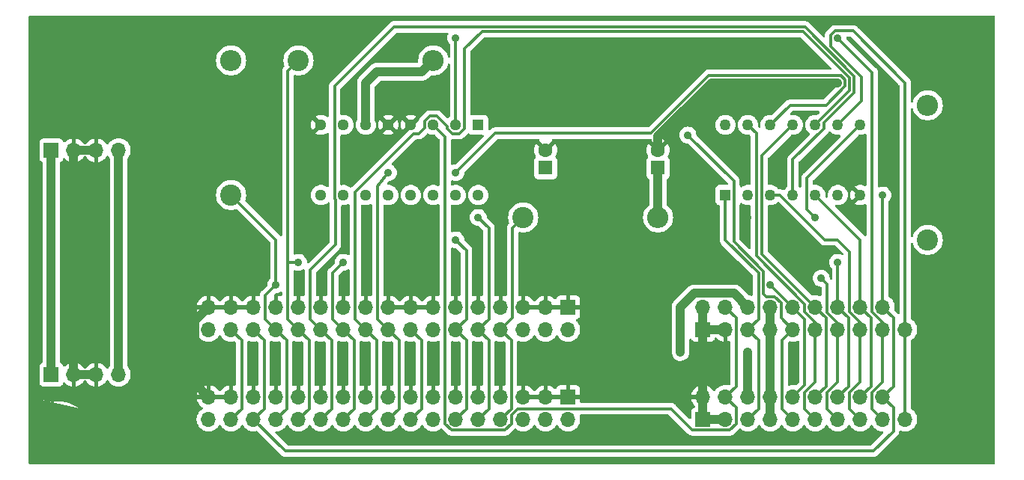
<source format=gbl>
%TF.GenerationSoftware,KiCad,Pcbnew,7.0.5-0*%
%TF.CreationDate,2023-06-05T22:26:43-07:00*%
%TF.ProjectId,PCTGotekAdapter,50435447-6f74-4656-9b41-646170746572,A*%
%TF.SameCoordinates,Original*%
%TF.FileFunction,Copper,L2,Bot*%
%TF.FilePolarity,Positive*%
%FSLAX46Y46*%
G04 Gerber Fmt 4.6, Leading zero omitted, Abs format (unit mm)*
G04 Created by KiCad (PCBNEW 7.0.5-0) date 2023-06-05 22:26:43*
%MOMM*%
%LPD*%
G01*
G04 APERTURE LIST*
%TA.AperFunction,ComponentPad*%
%ADD10C,1.270000*%
%TD*%
%TA.AperFunction,ComponentPad*%
%ADD11R,1.270000X1.270000*%
%TD*%
%TA.AperFunction,ComponentPad*%
%ADD12R,1.280000X1.280000*%
%TD*%
%TA.AperFunction,ComponentPad*%
%ADD13C,1.280000*%
%TD*%
%TA.AperFunction,ComponentPad*%
%ADD14C,0.800000*%
%TD*%
%TA.AperFunction,ComponentPad*%
%ADD15C,6.400000*%
%TD*%
%TA.AperFunction,ComponentPad*%
%ADD16C,1.000000*%
%TD*%
%TA.AperFunction,ComponentPad*%
%ADD17O,2.400000X2.400000*%
%TD*%
%TA.AperFunction,ComponentPad*%
%ADD18C,2.400000*%
%TD*%
%TA.AperFunction,ComponentPad*%
%ADD19O,1.700000X1.700000*%
%TD*%
%TA.AperFunction,ComponentPad*%
%ADD20R,1.700000X1.700000*%
%TD*%
%TA.AperFunction,ComponentPad*%
%ADD21R,1.600000X1.600000*%
%TD*%
%TA.AperFunction,ComponentPad*%
%ADD22C,1.600000*%
%TD*%
%TA.AperFunction,ViaPad*%
%ADD23C,0.900000*%
%TD*%
%TA.AperFunction,Conductor*%
%ADD24C,0.300000*%
%TD*%
%TA.AperFunction,Conductor*%
%ADD25C,1.000000*%
%TD*%
G04 APERTURE END LIST*
D10*
%TO.P,U2,14,VCC*%
%TO.N,+5V*%
X99060000Y-68260000D03*
%TO.P,U2,13,6A*%
%TO.N,Net-(J2-Pin_11)*%
X101600000Y-68260000D03*
%TO.P,U2,12,6Y*%
%TO.N,Net-(J1-Pin_18)*%
X104140000Y-68260000D03*
%TO.P,U2,11,5A*%
%TO.N,Net-(J2-Pin_12)*%
X106680000Y-68260000D03*
%TO.P,U2,10,5Y*%
%TO.N,Net-(J1-Pin_20)*%
X109220000Y-68260000D03*
%TO.P,U2,9,4A*%
%TO.N,Net-(J2-Pin_19)*%
X111760000Y-68260000D03*
%TO.P,U2,8,4Y*%
%TO.N,Net-(J1-Pin_22)*%
X114300000Y-68260000D03*
%TO.P,U2,7,GND*%
%TO.N,GND*%
X114300000Y-76200000D03*
%TO.P,U2,6,3Y*%
%TO.N,Net-(J1-Pin_32)*%
X111760000Y-76200000D03*
%TO.P,U2,5,3A*%
%TO.N,Net-(J2-Pin_16)*%
X109220000Y-76200000D03*
%TO.P,U2,4,2Y*%
%TO.N,Net-(J1-Pin_24)*%
X106680000Y-76200000D03*
%TO.P,U2,3,2A*%
%TO.N,Net-(J2-Pin_15)*%
X104140000Y-76200000D03*
%TO.P,U2,2,1Y*%
%TO.N,Net-(J1-Pin_16)*%
X101600000Y-76200000D03*
D11*
%TO.P,U2,1,1A*%
%TO.N,Net-(J2-Pin_5)*%
X99060000Y-76200000D03*
%TD*%
D12*
%TO.P,U1,1,A*%
%TO.N,Net-(J2-Pin_9)*%
X71120000Y-68260000D03*
D13*
%TO.P,U1,2,B*%
%TO.N,Net-(J2-Pin_17)*%
X68580000Y-68260000D03*
%TO.P,U1,3,C*%
%TO.N,Net-(J2-Pin_4)*%
X66040000Y-68260000D03*
%TO.P,U1,4,~{G2A}*%
%TO.N,GND*%
X63500000Y-68260000D03*
%TO.P,U1,5,~{G2B}*%
X60960000Y-68260000D03*
%TO.P,U1,6,G1*%
%TO.N,+5V*%
X58420000Y-68260000D03*
%TO.P,U1,7,Y7*%
%TO.N,unconnected-(U1-Y7-Pad7)*%
X55880000Y-68260000D03*
%TO.P,U1,8,GND*%
%TO.N,GND*%
X53340000Y-68260000D03*
%TO.P,U1,9,Y6*%
%TO.N,Net-(J1-Pin_12)*%
X53340000Y-76200000D03*
%TO.P,U1,10,Y5*%
%TO.N,Net-(J1-Pin_10)*%
X55880000Y-76200000D03*
%TO.P,U1,11,Y4*%
%TO.N,unconnected-(U1-Y4-Pad11)*%
X58420000Y-76200000D03*
%TO.P,U1,12,Y3*%
%TO.N,unconnected-(U1-Y3-Pad12)*%
X60960000Y-76200000D03*
%TO.P,U1,13,Y2*%
%TO.N,unconnected-(U1-Y2-Pad13)*%
X63500000Y-76200000D03*
%TO.P,U1,14,Y1*%
%TO.N,unconnected-(U1-Y1-Pad14)*%
X66040000Y-76200000D03*
%TO.P,U1,15,Y0*%
%TO.N,unconnected-(U1-Y0-Pad15)*%
X68580000Y-76200000D03*
%TO.P,U1,16,VCC*%
%TO.N,+5V*%
X71120000Y-76200000D03*
%TD*%
D14*
%TO.P,H4,1,1*%
%TO.N,GND*%
X123757056Y-59262944D03*
X124460000Y-60960000D03*
X124460000Y-57565888D03*
X126157056Y-61662944D03*
D15*
X126157056Y-59262944D03*
D14*
X128557056Y-59262944D03*
D16*
X127854112Y-57565888D03*
D14*
X127854112Y-60960000D03*
X126157056Y-56862944D03*
%TD*%
%TO.P,H3,1,1*%
%TO.N,GND*%
X123757056Y-103297056D03*
X124460000Y-104994112D03*
X124460000Y-101600000D03*
X126157056Y-105697056D03*
D15*
X126157056Y-103297056D03*
D14*
X128557056Y-103297056D03*
X127854112Y-101600000D03*
X127854112Y-104994112D03*
X126157056Y-100897056D03*
%TD*%
%TO.P,H2,1,1*%
%TO.N,GND*%
X21302944Y-103297056D03*
X22005888Y-104994112D03*
X22005888Y-101600000D03*
X23702944Y-105697056D03*
D15*
X23702944Y-103297056D03*
D14*
X26102944Y-103297056D03*
X25400000Y-101600000D03*
X25400000Y-104994112D03*
X23702944Y-100897056D03*
%TD*%
%TO.P,H1,1,1*%
%TO.N,GND*%
X21302944Y-59262944D03*
X22005888Y-60960000D03*
X22005888Y-57565888D03*
X23702944Y-61662944D03*
D15*
X23702944Y-59262944D03*
D14*
X26102944Y-59262944D03*
X25400000Y-57565888D03*
X25400000Y-60960000D03*
X23702944Y-56862944D03*
%TD*%
D17*
%TO.P,R1,2*%
%TO.N,+5V*%
X91440000Y-78740000D03*
D18*
%TO.P,R1,1*%
%TO.N,Net-(J1-Pin_8)*%
X76200000Y-78740000D03*
%TD*%
D19*
%TO.P,J3,19,Pin_19*%
%TO.N,Net-(J2-Pin_19)*%
X119380000Y-91440000D03*
%TO.P,J3,18,Pin_18*%
%TO.N,Net-(J1-Pin_30)*%
X116840000Y-88900000D03*
%TO.P,J3,17,Pin_17*%
%TO.N,Net-(J2-Pin_17)*%
X116840000Y-91440000D03*
%TO.P,J3,16,Pin_16*%
%TO.N,Net-(J2-Pin_16)*%
X114300000Y-88900000D03*
%TO.P,J3,15,Pin_15*%
%TO.N,Net-(J2-Pin_15)*%
X114300000Y-91440000D03*
%TO.P,J3,14,Pin_14*%
%TO.N,Net-(J1-Pin_8)*%
X111760000Y-88900000D03*
%TO.P,J3,13,Pin_13*%
%TO.N,Net-(J1-Pin_26)*%
X111760000Y-91440000D03*
%TO.P,J3,12,Pin_12*%
%TO.N,Net-(J2-Pin_12)*%
X109220000Y-88900000D03*
%TO.P,J3,11,Pin_11*%
%TO.N,Net-(J2-Pin_11)*%
X109220000Y-91440000D03*
%TO.P,J3,10,Pin_10*%
%TO.N,Net-(J1-Pin_28)*%
X106680000Y-88900000D03*
%TO.P,J3,9,Pin_9*%
%TO.N,Net-(J2-Pin_9)*%
X106680000Y-91440000D03*
%TO.P,J3,8,Pin_8*%
%TO.N,+12V*%
X104140000Y-88900000D03*
%TO.P,J3,7,Pin_7*%
X104140000Y-91440000D03*
%TO.P,J3,6,Pin_6*%
%TO.N,+5V*%
X101600000Y-88900000D03*
%TO.P,J3,5,Pin_5*%
%TO.N,Net-(J2-Pin_5)*%
X101600000Y-91440000D03*
%TO.P,J3,4,Pin_4*%
%TO.N,Net-(J2-Pin_4)*%
X99060000Y-88900000D03*
%TO.P,J3,3,Pin_3*%
%TO.N,GND*%
X99060000Y-91440000D03*
%TO.P,J3,2,Pin_2*%
X96520000Y-88900000D03*
D20*
%TO.P,J3,1,Pin_1*%
X96520000Y-91440000D03*
%TD*%
D19*
%TO.P,J2,19,Pin_19*%
%TO.N,Net-(J2-Pin_19)*%
X119380000Y-101600000D03*
%TO.P,J2,18,Pin_18*%
%TO.N,Net-(J1-Pin_30)*%
X116840000Y-99060000D03*
%TO.P,J2,17,Pin_17*%
%TO.N,Net-(J2-Pin_17)*%
X116840000Y-101600000D03*
%TO.P,J2,16,Pin_16*%
%TO.N,Net-(J2-Pin_16)*%
X114300000Y-99060000D03*
%TO.P,J2,15,Pin_15*%
%TO.N,Net-(J2-Pin_15)*%
X114300000Y-101600000D03*
%TO.P,J2,14,Pin_14*%
%TO.N,Net-(J1-Pin_8)*%
X111760000Y-99060000D03*
%TO.P,J2,13,Pin_13*%
%TO.N,Net-(J1-Pin_26)*%
X111760000Y-101600000D03*
%TO.P,J2,12,Pin_12*%
%TO.N,Net-(J2-Pin_12)*%
X109220000Y-99060000D03*
%TO.P,J2,11,Pin_11*%
%TO.N,Net-(J2-Pin_11)*%
X109220000Y-101600000D03*
%TO.P,J2,10,Pin_10*%
%TO.N,Net-(J1-Pin_28)*%
X106680000Y-99060000D03*
%TO.P,J2,9,Pin_9*%
%TO.N,Net-(J2-Pin_9)*%
X106680000Y-101600000D03*
%TO.P,J2,8,Pin_8*%
%TO.N,+12V*%
X104140000Y-99060000D03*
%TO.P,J2,7,Pin_7*%
X104140000Y-101600000D03*
%TO.P,J2,6,Pin_6*%
%TO.N,+5V*%
X101600000Y-99060000D03*
%TO.P,J2,5,Pin_5*%
%TO.N,Net-(J2-Pin_5)*%
X101600000Y-101600000D03*
%TO.P,J2,4,Pin_4*%
%TO.N,Net-(J2-Pin_4)*%
X99060000Y-99060000D03*
%TO.P,J2,3,Pin_3*%
%TO.N,GND*%
X99060000Y-101600000D03*
%TO.P,J2,2,Pin_2*%
X96520000Y-99060000D03*
D20*
%TO.P,J2,1,Pin_1*%
X96520000Y-101600000D03*
%TD*%
D18*
%TO.P,R4,1*%
%TO.N,Net-(J1-Pin_28)*%
X43180000Y-76200000D03*
D17*
%TO.P,R4,2*%
%TO.N,+5V*%
X43180000Y-60960000D03*
%TD*%
D18*
%TO.P,R3,1*%
%TO.N,Net-(J1-Pin_26)*%
X50800000Y-60960000D03*
D17*
%TO.P,R3,2*%
%TO.N,+5V*%
X66040000Y-60960000D03*
%TD*%
D18*
%TO.P,R2,1*%
%TO.N,Net-(J1-Pin_30)*%
X121920000Y-81280000D03*
D17*
%TO.P,R2,2*%
%TO.N,+5V*%
X121920000Y-66040000D03*
%TD*%
D20*
%TO.P,J6,1,Pin_1*%
%TO.N,+12V*%
X22860000Y-96520000D03*
D19*
%TO.P,J6,2,Pin_2*%
%TO.N,GND*%
X25400000Y-96520000D03*
%TO.P,J6,3,Pin_3*%
X27940000Y-96520000D03*
%TO.P,J6,4,Pin_4*%
%TO.N,+5V*%
X30480000Y-96520000D03*
%TD*%
D20*
%TO.P,J5,1,Pin_1*%
%TO.N,+12V*%
X22860000Y-71120000D03*
D19*
%TO.P,J5,2,Pin_2*%
%TO.N,GND*%
X25400000Y-71120000D03*
%TO.P,J5,3,Pin_3*%
X27940000Y-71120000D03*
%TO.P,J5,4,Pin_4*%
%TO.N,+5V*%
X30480000Y-71120000D03*
%TD*%
D20*
%TO.P,J4,1,Pin_1*%
%TO.N,GND*%
X81280000Y-88900000D03*
D19*
%TO.P,J4,2,Pin_2*%
%TO.N,unconnected-(J4-Pin_2-Pad2)*%
X81280000Y-91440000D03*
%TO.P,J4,3,Pin_3*%
%TO.N,GND*%
X78740000Y-88900000D03*
%TO.P,J4,4,Pin_4*%
%TO.N,unconnected-(J4-Pin_4-Pad4)*%
X78740000Y-91440000D03*
%TO.P,J4,5,Pin_5*%
%TO.N,GND*%
X76200000Y-88900000D03*
%TO.P,J4,6,Pin_6*%
%TO.N,unconnected-(J4-Pin_6-Pad6)*%
X76200000Y-91440000D03*
%TO.P,J4,7,Pin_7*%
%TO.N,GND*%
X73660000Y-88900000D03*
%TO.P,J4,8,Pin_8*%
%TO.N,Net-(J1-Pin_8)*%
X73660000Y-91440000D03*
%TO.P,J4,9,Pin_9*%
%TO.N,GND*%
X71120000Y-88900000D03*
%TO.P,J4,10,Pin_10*%
%TO.N,Net-(J1-Pin_10)*%
X71120000Y-91440000D03*
%TO.P,J4,11,Pin_11*%
%TO.N,GND*%
X68580000Y-88900000D03*
%TO.P,J4,12,Pin_12*%
%TO.N,Net-(J1-Pin_12)*%
X68580000Y-91440000D03*
%TO.P,J4,13,Pin_13*%
%TO.N,GND*%
X66040000Y-88900000D03*
%TO.P,J4,14,Pin_14*%
%TO.N,unconnected-(J4-Pin_14-Pad14)*%
X66040000Y-91440000D03*
%TO.P,J4,15,Pin_15*%
%TO.N,GND*%
X63500000Y-88900000D03*
%TO.P,J4,16,Pin_16*%
%TO.N,Net-(J1-Pin_16)*%
X63500000Y-91440000D03*
%TO.P,J4,17,Pin_17*%
%TO.N,GND*%
X60960000Y-88900000D03*
%TO.P,J4,18,Pin_18*%
%TO.N,Net-(J1-Pin_18)*%
X60960000Y-91440000D03*
%TO.P,J4,19,Pin_19*%
%TO.N,GND*%
X58420000Y-88900000D03*
%TO.P,J4,20,Pin_20*%
%TO.N,Net-(J1-Pin_20)*%
X58420000Y-91440000D03*
%TO.P,J4,21,Pin_21*%
%TO.N,GND*%
X55880000Y-88900000D03*
%TO.P,J4,22,Pin_22*%
%TO.N,Net-(J1-Pin_22)*%
X55880000Y-91440000D03*
%TO.P,J4,23,Pin_23*%
%TO.N,GND*%
X53340000Y-88900000D03*
%TO.P,J4,24,Pin_24*%
%TO.N,Net-(J1-Pin_24)*%
X53340000Y-91440000D03*
%TO.P,J4,25,Pin_25*%
%TO.N,GND*%
X50800000Y-88900000D03*
%TO.P,J4,26,Pin_26*%
%TO.N,Net-(J1-Pin_26)*%
X50800000Y-91440000D03*
%TO.P,J4,27,Pin_27*%
%TO.N,GND*%
X48260000Y-88900000D03*
%TO.P,J4,28,Pin_28*%
%TO.N,Net-(J1-Pin_28)*%
X48260000Y-91440000D03*
%TO.P,J4,29,Pin_29*%
%TO.N,GND*%
X45720000Y-88900000D03*
%TO.P,J4,30,Pin_30*%
%TO.N,Net-(J1-Pin_30)*%
X45720000Y-91440000D03*
%TO.P,J4,31,Pin_31*%
%TO.N,GND*%
X43180000Y-88900000D03*
%TO.P,J4,32,Pin_32*%
%TO.N,Net-(J1-Pin_32)*%
X43180000Y-91440000D03*
%TO.P,J4,33,Pin_33*%
%TO.N,GND*%
X40640000Y-88900000D03*
%TO.P,J4,34,Pin_34*%
%TO.N,unconnected-(J4-Pin_34-Pad34)*%
X40640000Y-91440000D03*
%TD*%
D20*
%TO.P,J1,1,Pin_1*%
%TO.N,GND*%
X81280000Y-99060000D03*
D19*
%TO.P,J1,2,Pin_2*%
%TO.N,unconnected-(J1-Pin_2-Pad2)*%
X81280000Y-101600000D03*
%TO.P,J1,3,Pin_3*%
%TO.N,GND*%
X78740000Y-99060000D03*
%TO.P,J1,4,Pin_4*%
%TO.N,unconnected-(J1-Pin_4-Pad4)*%
X78740000Y-101600000D03*
%TO.P,J1,5,Pin_5*%
%TO.N,GND*%
X76200000Y-99060000D03*
%TO.P,J1,6,Pin_6*%
%TO.N,unconnected-(J1-Pin_6-Pad6)*%
X76200000Y-101600000D03*
%TO.P,J1,7,Pin_7*%
%TO.N,GND*%
X73660000Y-99060000D03*
%TO.P,J1,8,Pin_8*%
%TO.N,Net-(J1-Pin_8)*%
X73660000Y-101600000D03*
%TO.P,J1,9,Pin_9*%
%TO.N,GND*%
X71120000Y-99060000D03*
%TO.P,J1,10,Pin_10*%
%TO.N,Net-(J1-Pin_10)*%
X71120000Y-101600000D03*
%TO.P,J1,11,Pin_11*%
%TO.N,GND*%
X68580000Y-99060000D03*
%TO.P,J1,12,Pin_12*%
%TO.N,Net-(J1-Pin_12)*%
X68580000Y-101600000D03*
%TO.P,J1,13,Pin_13*%
%TO.N,GND*%
X66040000Y-99060000D03*
%TO.P,J1,14,Pin_14*%
%TO.N,unconnected-(J1-Pin_14-Pad14)*%
X66040000Y-101600000D03*
%TO.P,J1,15,Pin_15*%
%TO.N,GND*%
X63500000Y-99060000D03*
%TO.P,J1,16,Pin_16*%
%TO.N,Net-(J1-Pin_16)*%
X63500000Y-101600000D03*
%TO.P,J1,17,Pin_17*%
%TO.N,GND*%
X60960000Y-99060000D03*
%TO.P,J1,18,Pin_18*%
%TO.N,Net-(J1-Pin_18)*%
X60960000Y-101600000D03*
%TO.P,J1,19,Pin_19*%
%TO.N,GND*%
X58420000Y-99060000D03*
%TO.P,J1,20,Pin_20*%
%TO.N,Net-(J1-Pin_20)*%
X58420000Y-101600000D03*
%TO.P,J1,21,Pin_21*%
%TO.N,GND*%
X55880000Y-99060000D03*
%TO.P,J1,22,Pin_22*%
%TO.N,Net-(J1-Pin_22)*%
X55880000Y-101600000D03*
%TO.P,J1,23,Pin_23*%
%TO.N,GND*%
X53340000Y-99060000D03*
%TO.P,J1,24,Pin_24*%
%TO.N,Net-(J1-Pin_24)*%
X53340000Y-101600000D03*
%TO.P,J1,25,Pin_25*%
%TO.N,GND*%
X50800000Y-99060000D03*
%TO.P,J1,26,Pin_26*%
%TO.N,Net-(J1-Pin_26)*%
X50800000Y-101600000D03*
%TO.P,J1,27,Pin_27*%
%TO.N,GND*%
X48260000Y-99060000D03*
%TO.P,J1,28,Pin_28*%
%TO.N,Net-(J1-Pin_28)*%
X48260000Y-101600000D03*
%TO.P,J1,29,Pin_29*%
%TO.N,GND*%
X45720000Y-99060000D03*
%TO.P,J1,30,Pin_30*%
%TO.N,Net-(J1-Pin_30)*%
X45720000Y-101600000D03*
%TO.P,J1,31,Pin_31*%
%TO.N,GND*%
X43180000Y-99060000D03*
%TO.P,J1,32,Pin_32*%
%TO.N,Net-(J1-Pin_32)*%
X43180000Y-101600000D03*
%TO.P,J1,33,Pin_33*%
%TO.N,GND*%
X40640000Y-99060000D03*
%TO.P,J1,34,Pin_34*%
%TO.N,unconnected-(J1-Pin_34-Pad34)*%
X40640000Y-101600000D03*
%TD*%
D21*
%TO.P,C2,1*%
%TO.N,+5V*%
X91440000Y-73120000D03*
D22*
%TO.P,C2,2*%
%TO.N,GND*%
X91440000Y-71120000D03*
%TD*%
D21*
%TO.P,C1,1*%
%TO.N,+5V*%
X78740000Y-73120000D03*
D22*
%TO.P,C1,2*%
%TO.N,GND*%
X78740000Y-71120000D03*
%TD*%
D23*
%TO.N,GND*%
X69134358Y-70819083D03*
X63436903Y-80033470D03*
%TO.N,Net-(J1-Pin_18)*%
X68580000Y-73660000D03*
X60960000Y-73660000D03*
%TO.N,GND*%
X109220000Y-104140000D03*
X58420000Y-104140000D03*
X87815326Y-102253958D03*
X106701870Y-95104411D03*
X108899766Y-71700632D03*
X105003972Y-72468817D03*
X118282593Y-69615559D03*
X118099324Y-81204002D03*
X101600000Y-78740000D03*
X106680000Y-81280000D03*
X58420000Y-71120000D03*
X78740000Y-83820000D03*
X96520000Y-78740000D03*
X83820000Y-78740000D03*
X91440000Y-63500000D03*
X73660000Y-63500000D03*
%TO.N,Net-(J1-Pin_26)*%
X50800000Y-83820000D03*
%TO.N,+12V*%
X22860000Y-78740000D03*
%TO.N,+5V*%
X30480000Y-81280000D03*
%TO.N,GND*%
X38100000Y-81280000D03*
%TO.N,Net-(J1-Pin_22)*%
X55880000Y-83820000D03*
X109220000Y-78740000D03*
%TO.N,Net-(J1-Pin_10)*%
X71120000Y-78740000D03*
%TO.N,Net-(J1-Pin_12)*%
X68580000Y-81280000D03*
%TO.N,GND*%
X111760000Y-63500000D03*
%TO.N,Net-(J2-Pin_17)*%
X68580000Y-58420000D03*
X111760000Y-58420000D03*
%TO.N,Net-(J2-Pin_9)*%
X94812063Y-69412062D03*
%TO.N,Net-(J1-Pin_28)*%
X48260000Y-86360000D03*
X104140000Y-86360000D03*
%TO.N,Net-(J1-Pin_26)*%
X109884561Y-85626213D03*
%TO.N,Net-(J1-Pin_30)*%
X116840000Y-76200000D03*
%TO.N,Net-(J1-Pin_8)*%
X111760000Y-83820000D03*
%TO.N,+12V*%
X104140000Y-96520000D03*
%TO.N,GND*%
X27940000Y-86360000D03*
%TO.N,+5V*%
X101600000Y-93980000D03*
X93980000Y-93980000D03*
%TD*%
D24*
%TO.N,Net-(J1-Pin_26)*%
X111760000Y-90732893D02*
X111760000Y-91440000D01*
X109884561Y-85626213D02*
X110560000Y-86301652D01*
X110560000Y-86301652D02*
X110560000Y-89532893D01*
X110560000Y-89532893D02*
X111760000Y-90732893D01*
%TO.N,Net-(J2-Pin_9)*%
X99995000Y-77185000D02*
X99995000Y-81507894D01*
X103300000Y-84812894D02*
X103300000Y-87357057D01*
X100045000Y-75265000D02*
X100045000Y-77135000D01*
X100045000Y-77135000D02*
X99995000Y-77185000D01*
X99995000Y-81507894D02*
X103300000Y-84812894D01*
X94812063Y-69412062D02*
X99995000Y-74595000D01*
X105340000Y-88402943D02*
X105340000Y-90100000D01*
X99995000Y-74595000D02*
X99995000Y-75215000D01*
X99995000Y-75215000D02*
X100045000Y-75265000D01*
X103300000Y-87357057D02*
X103642943Y-87700000D01*
X103642943Y-87700000D02*
X104637057Y-87700000D01*
X104637057Y-87700000D02*
X105340000Y-88402943D01*
X105340000Y-90100000D02*
X106680000Y-91440000D01*
%TO.N,Net-(J1-Pin_20)*%
X57220000Y-75836900D02*
X63806900Y-69250000D01*
X66450072Y-67270000D02*
X67590000Y-68409928D01*
X63806900Y-69250000D02*
X64380000Y-69250000D01*
X65050000Y-68580000D02*
X65050000Y-67849928D01*
X64380000Y-69250000D02*
X65050000Y-68580000D01*
X65050000Y-67849928D02*
X65629928Y-67270000D01*
X68169928Y-69250000D02*
X68990072Y-69250000D01*
X65629928Y-67270000D02*
X66450072Y-67270000D01*
X67590000Y-68409928D02*
X67590000Y-68670072D01*
X68990072Y-69250000D02*
X69570000Y-68670072D01*
X67590000Y-68670072D02*
X68169928Y-69250000D01*
%TO.N,Net-(J2-Pin_4)*%
X67380000Y-69600000D02*
X66040000Y-68260000D01*
%TO.N,Net-(J1-Pin_18)*%
X68580000Y-73660000D02*
X73065000Y-69175000D01*
X73065000Y-69175000D02*
X90627283Y-69175000D01*
%TO.N,Net-(J1-Pin_20)*%
X71559339Y-57670000D02*
X69570000Y-59659339D01*
X113110000Y-64370000D02*
X113110000Y-62940811D01*
X113110000Y-62940811D02*
X107839189Y-57670000D01*
X109220000Y-68260000D02*
X113110000Y-64370000D01*
X107839189Y-57670000D02*
X71559339Y-57670000D01*
X57220000Y-75836900D02*
X57220000Y-90240000D01*
X69570000Y-59659339D02*
X69570000Y-68670072D01*
X57220000Y-90240000D02*
X58420000Y-91440000D01*
%TO.N,Net-(J1-Pin_18)*%
X60960000Y-91440000D02*
X59760000Y-90240000D01*
X59760000Y-90240000D02*
X59760000Y-75204006D01*
X59760000Y-75204006D02*
X60960000Y-73660000D01*
%TO.N,Net-(J2-Pin_4)*%
X100260000Y-100260000D02*
X100260000Y-102097057D01*
X99557057Y-102800000D02*
X95320000Y-102800000D01*
X99060000Y-99060000D02*
X100260000Y-100260000D01*
X100260000Y-102097057D02*
X99557057Y-102800000D01*
X75567106Y-100400000D02*
X74860000Y-101107106D01*
X68082943Y-102800000D02*
X67380000Y-102097057D01*
X92920000Y-100400000D02*
X75567106Y-100400000D01*
X95320000Y-102800000D02*
X92920000Y-100400000D01*
X74860000Y-101107106D02*
X74860000Y-102097057D01*
X74860000Y-102097057D02*
X74157057Y-102800000D01*
X74157057Y-102800000D02*
X68082943Y-102800000D01*
X67380000Y-102097057D02*
X67380000Y-69600000D01*
%TO.N,Net-(J1-Pin_24)*%
X110205000Y-68668001D02*
X110205000Y-67982106D01*
X113610000Y-64577106D02*
X113610000Y-62733705D01*
X54890000Y-76610072D02*
X54965000Y-76685072D01*
X113610000Y-62733705D02*
X108046295Y-57170000D01*
X108046295Y-57170000D02*
X61608959Y-57170000D01*
X106680000Y-76200000D02*
X106680000Y-72193001D01*
X61608959Y-57170000D02*
X54890000Y-63888959D01*
X110205000Y-67982106D02*
X113610000Y-64577106D01*
X54890000Y-63888959D02*
X54890000Y-76610072D01*
X54965000Y-76685072D02*
X54965000Y-81844339D01*
X106680000Y-72193001D02*
X110205000Y-68668001D01*
X54965000Y-81844339D02*
X52140000Y-84669339D01*
X52140000Y-84669339D02*
X52140000Y-90240000D01*
X52140000Y-90240000D02*
X53340000Y-91440000D01*
%TO.N,Net-(J1-Pin_22)*%
X108285000Y-74275000D02*
X108285000Y-75741999D01*
X108285000Y-75741999D02*
X108235000Y-75791999D01*
X108285000Y-76658001D02*
X108285000Y-77805000D01*
X108235000Y-76608001D02*
X108285000Y-76658001D01*
X108235000Y-75791999D02*
X108235000Y-76608001D01*
X114300000Y-68260000D02*
X108285000Y-74275000D01*
X108285000Y-77805000D02*
X109220000Y-78740000D01*
%TO.N,Net-(J2-Pin_12)*%
X109220000Y-88900000D02*
X103205000Y-82885000D01*
X103155000Y-75791999D02*
X103205000Y-75741999D01*
X103205000Y-82885000D02*
X103205000Y-76658001D01*
X103205000Y-76658001D02*
X103155000Y-76608001D01*
X103155000Y-76608001D02*
X103155000Y-75791999D01*
X103205000Y-75741999D02*
X103205000Y-71735000D01*
X103205000Y-71735000D02*
X106680000Y-68260000D01*
%TO.N,Net-(J2-Pin_11)*%
X109220000Y-91440000D02*
X109220000Y-90597057D01*
X108020000Y-89397057D02*
X108020000Y-88542943D01*
X109220000Y-90597057D02*
X108020000Y-89397057D01*
X102535000Y-76658001D02*
X102585000Y-76608001D01*
X108020000Y-88542943D02*
X102535000Y-83057943D01*
X102535000Y-83057943D02*
X102535000Y-76658001D01*
X102585000Y-76608001D02*
X102585000Y-75791999D01*
X102585000Y-75791999D02*
X102535000Y-75741999D01*
X102535000Y-69195000D02*
X101600000Y-68260000D01*
X102535000Y-75741999D02*
X102535000Y-69195000D01*
%TO.N,Net-(J2-Pin_19)*%
X114444062Y-62860661D02*
X114444062Y-65575938D01*
X114444062Y-65575938D02*
X111760000Y-68260000D01*
X119380000Y-91440000D02*
X119380000Y-63500000D01*
X110960000Y-59376599D02*
X114444062Y-62860661D01*
X113500000Y-57620000D02*
X111428629Y-57620000D01*
X119380000Y-63500000D02*
X113500000Y-57620000D01*
X111428629Y-57620000D02*
X110960000Y-58088629D01*
X110960000Y-58088629D02*
X110960000Y-59376599D01*
%TO.N,Net-(J1-Pin_30)*%
X116840000Y-99060000D02*
X118040000Y-100260000D01*
X118040000Y-102940000D02*
X115789770Y-105190230D01*
X118040000Y-100260000D02*
X118040000Y-102940000D01*
X115789770Y-105190230D02*
X49310230Y-105190230D01*
X49310230Y-105190230D02*
X45720000Y-101600000D01*
%TO.N,Net-(J1-Pin_26)*%
X49600000Y-90240000D02*
X49600000Y-83820000D01*
X49600000Y-83820000D02*
X49600000Y-62160000D01*
X50800000Y-83820000D02*
X49600000Y-83820000D01*
%TO.N,Net-(J1-Pin_30)*%
X116840000Y-88900000D02*
X116840000Y-76200000D01*
X118040000Y-97860000D02*
X116840000Y-99060000D01*
X118040000Y-90100000D02*
X118040000Y-97860000D01*
X116840000Y-88900000D02*
X118040000Y-90100000D01*
D25*
%TO.N,+12V*%
X22860000Y-78740000D02*
X22860000Y-96520000D01*
%TO.N,+5V*%
X30480000Y-81280000D02*
X30480000Y-71120000D01*
D24*
%TO.N,Net-(J1-Pin_22)*%
X55880000Y-83820000D02*
X54680000Y-85020000D01*
X54680000Y-85020000D02*
X54680000Y-90240000D01*
X54680000Y-90240000D02*
X55880000Y-91440000D01*
%TO.N,Net-(J1-Pin_18)*%
X106360000Y-66040000D02*
X104140000Y-68260000D01*
X90627283Y-69175000D02*
X97152283Y-62650000D01*
X97152283Y-62650000D02*
X112112082Y-62650000D01*
X112610000Y-63852082D02*
X110422082Y-66040000D01*
X112112082Y-62650000D02*
X112610000Y-63147918D01*
X112610000Y-63147918D02*
X112610000Y-63852082D01*
X110422082Y-66040000D02*
X106360000Y-66040000D01*
%TO.N,Net-(J1-Pin_12)*%
X68580000Y-81280000D02*
X69780000Y-82480000D01*
X69780000Y-90240000D02*
X68580000Y-91440000D01*
X69780000Y-82480000D02*
X69780000Y-90240000D01*
%TO.N,Net-(J1-Pin_10)*%
X71120000Y-78740000D02*
X72320000Y-79940000D01*
X72320000Y-79940000D02*
X72320000Y-90240000D01*
X72320000Y-90240000D02*
X71120000Y-91440000D01*
D25*
%TO.N,GND*%
X111760000Y-63500000D02*
X97504365Y-63500000D01*
X97504365Y-63500000D02*
X91440000Y-69564365D01*
X91440000Y-69564365D02*
X91440000Y-71120000D01*
D24*
%TO.N,Net-(J2-Pin_17)*%
X68580000Y-58420000D02*
X68580000Y-68260000D01*
%TO.N,Net-(J2-Pin_5)*%
X101600000Y-91440000D02*
X102800000Y-90240000D01*
X102800000Y-90240000D02*
X102800000Y-85020000D01*
X102800000Y-85020000D02*
X99060000Y-81280000D01*
X99060000Y-81280000D02*
X99060000Y-76200000D01*
%TO.N,Net-(J1-Pin_28)*%
X48260000Y-86360000D02*
X48260000Y-81280000D01*
X48260000Y-81280000D02*
X43180000Y-76200000D01*
X48260000Y-91440000D02*
X47060000Y-90240000D01*
X47060000Y-90240000D02*
X47060000Y-87560000D01*
X47060000Y-87560000D02*
X48260000Y-86360000D01*
X106680000Y-88900000D02*
X104140000Y-86360000D01*
%TO.N,Net-(J1-Pin_8)*%
X73660000Y-91440000D02*
X75000000Y-90100000D01*
X75000000Y-90100000D02*
X75000000Y-79940000D01*
X75000000Y-79940000D02*
X76200000Y-78740000D01*
%TO.N,Net-(J2-Pin_15)*%
X113100000Y-89397057D02*
X113100000Y-82620000D01*
X113100000Y-82620000D02*
X111760000Y-81280000D01*
X114300000Y-90597057D02*
X113100000Y-89397057D01*
X114300000Y-91440000D02*
X114300000Y-90597057D01*
X111760000Y-81280000D02*
X110280661Y-81280000D01*
X110280661Y-81280000D02*
X105200661Y-76200000D01*
X105200661Y-76200000D02*
X104140000Y-76200000D01*
%TO.N,Net-(J2-Pin_16)*%
X114300000Y-88900000D02*
X114300000Y-81280000D01*
X114300000Y-81280000D02*
X109220000Y-76200000D01*
%TO.N,Net-(J1-Pin_8)*%
X111760000Y-88900000D02*
X111760000Y-83820000D01*
%TO.N,Net-(J2-Pin_17)*%
X114300000Y-60960000D02*
X111760000Y-58420000D01*
X116840000Y-91440000D02*
X116840000Y-90597057D01*
X115640000Y-62300000D02*
X114300000Y-60960000D01*
X116840000Y-90597057D02*
X115640000Y-89397057D01*
X115640000Y-89397057D02*
X115640000Y-62300000D01*
%TO.N,Net-(J1-Pin_26)*%
X50800000Y-91440000D02*
X49600000Y-90240000D01*
X49600000Y-62160000D02*
X50800000Y-60960000D01*
D25*
%TO.N,+5V*%
X59685000Y-62235000D02*
X58420000Y-63500000D01*
X64765000Y-62235000D02*
X59685000Y-62235000D01*
X66040000Y-60960000D02*
X64765000Y-62235000D01*
X58420000Y-63500000D02*
X58420000Y-68260000D01*
X91440000Y-78740000D02*
X91440000Y-73120000D01*
%TO.N,+12V*%
X104140000Y-96520000D02*
X104140000Y-101600000D01*
X22860000Y-71120000D02*
X22860000Y-78740000D01*
%TO.N,+5V*%
X30480000Y-96520000D02*
X30480000Y-81280000D01*
%TO.N,GND*%
X25400000Y-96520000D02*
X27940000Y-96520000D01*
X25400000Y-71120000D02*
X27940000Y-71120000D01*
X25400000Y-71120000D02*
X25400000Y-91440000D01*
X25400000Y-91440000D02*
X25400000Y-96520000D01*
X39090000Y-90450000D02*
X39090000Y-93980000D01*
X39090000Y-93980000D02*
X39090000Y-97510000D01*
X40640000Y-88900000D02*
X39090000Y-90450000D01*
X39090000Y-97510000D02*
X40640000Y-99060000D01*
D24*
%TO.N,Net-(J1-Pin_32)*%
X43180000Y-91440000D02*
X44380000Y-92640000D01*
X44380000Y-92640000D02*
X44380000Y-100400000D01*
X44380000Y-100400000D02*
X43180000Y-101600000D01*
%TO.N,Net-(J1-Pin_30)*%
X45720000Y-91440000D02*
X46920000Y-92640000D01*
X46920000Y-100400000D02*
X45720000Y-101600000D01*
X46920000Y-92640000D02*
X46920000Y-100400000D01*
%TO.N,Net-(J1-Pin_28)*%
X48260000Y-91440000D02*
X49460000Y-92640000D01*
X49460000Y-92640000D02*
X49460000Y-100400000D01*
X49460000Y-100400000D02*
X48260000Y-101600000D01*
%TO.N,Net-(J1-Pin_26)*%
X50800000Y-91440000D02*
X52000000Y-92640000D01*
X52000000Y-92640000D02*
X52000000Y-100400000D01*
X52000000Y-100400000D02*
X50800000Y-101600000D01*
%TO.N,Net-(J1-Pin_24)*%
X53340000Y-91440000D02*
X54540000Y-92640000D01*
X54540000Y-100400000D02*
X53340000Y-101600000D01*
X54540000Y-92640000D02*
X54540000Y-100400000D01*
%TO.N,Net-(J1-Pin_22)*%
X55880000Y-91440000D02*
X57080000Y-92640000D01*
X57080000Y-92640000D02*
X57080000Y-100400000D01*
X57080000Y-100400000D02*
X55880000Y-101600000D01*
%TO.N,Net-(J1-Pin_20)*%
X58420000Y-91440000D02*
X59620000Y-92640000D01*
X59620000Y-92640000D02*
X59620000Y-100400000D01*
X59620000Y-100400000D02*
X58420000Y-101600000D01*
%TO.N,Net-(J1-Pin_18)*%
X60960000Y-91440000D02*
X62160000Y-92640000D01*
X62160000Y-92640000D02*
X62160000Y-100400000D01*
X62160000Y-100400000D02*
X60960000Y-101600000D01*
%TO.N,Net-(J1-Pin_16)*%
X63500000Y-91440000D02*
X64700000Y-92640000D01*
X64700000Y-92640000D02*
X64700000Y-100400000D01*
X64700000Y-100400000D02*
X63500000Y-101600000D01*
%TO.N,Net-(J1-Pin_12)*%
X68580000Y-91440000D02*
X69780000Y-92640000D01*
X69780000Y-92640000D02*
X69780000Y-100400000D01*
X69780000Y-100400000D02*
X68580000Y-101600000D01*
%TO.N,Net-(J1-Pin_10)*%
X71120000Y-91440000D02*
X72320000Y-92640000D01*
X72320000Y-92640000D02*
X72320000Y-100400000D01*
X72320000Y-100400000D02*
X71120000Y-101600000D01*
%TO.N,Net-(J1-Pin_8)*%
X73660000Y-91440000D02*
X74860000Y-92640000D01*
X74860000Y-92640000D02*
X74860000Y-100400000D01*
X74860000Y-100400000D02*
X73660000Y-101600000D01*
D25*
%TO.N,+5V*%
X101600000Y-95080000D02*
X101600000Y-93980000D01*
X101600000Y-99060000D02*
X101600000Y-95080000D01*
D24*
%TO.N,Net-(J2-Pin_9)*%
X106680000Y-91440000D02*
X105480000Y-92640000D01*
X105480000Y-92640000D02*
X105480000Y-100400000D01*
X105480000Y-100400000D02*
X106680000Y-101600000D01*
%TO.N,Net-(J2-Pin_11)*%
X109220000Y-91440000D02*
X109220000Y-97362943D01*
X109220000Y-97362943D02*
X108020000Y-98562943D01*
X108020000Y-98562943D02*
X108020000Y-100400000D01*
X108020000Y-100400000D02*
X109220000Y-101600000D01*
%TO.N,Net-(J1-Pin_26)*%
X111760000Y-91440000D02*
X111760000Y-97362943D01*
X110560000Y-98562943D02*
X110560000Y-100400000D01*
X110560000Y-100400000D02*
X111760000Y-101600000D01*
X111760000Y-97362943D02*
X110560000Y-98562943D01*
%TO.N,Net-(J2-Pin_15)*%
X114300000Y-91440000D02*
X114300000Y-97362943D01*
X114300000Y-97362943D02*
X113100000Y-98562943D01*
X113100000Y-98562943D02*
X113100000Y-100400000D01*
X113100000Y-100400000D02*
X114300000Y-101600000D01*
%TO.N,Net-(J2-Pin_17)*%
X116840000Y-91440000D02*
X116840000Y-97362943D01*
X116840000Y-97362943D02*
X115640000Y-98562943D01*
X115640000Y-98562943D02*
X115640000Y-100400000D01*
X115640000Y-100400000D02*
X116840000Y-101600000D01*
%TO.N,Net-(J2-Pin_19)*%
X119380000Y-91440000D02*
X119380000Y-101600000D01*
%TO.N,Net-(J2-Pin_16)*%
X114300000Y-88900000D02*
X115500000Y-90100000D01*
X115500000Y-90100000D02*
X115500000Y-97860000D01*
X115500000Y-97860000D02*
X114300000Y-99060000D01*
%TO.N,Net-(J1-Pin_8)*%
X111760000Y-88900000D02*
X112960000Y-90100000D01*
X112960000Y-90100000D02*
X112960000Y-97860000D01*
X112960000Y-97860000D02*
X111760000Y-99060000D01*
%TO.N,Net-(J2-Pin_12)*%
X109220000Y-88900000D02*
X110420000Y-90100000D01*
X110420000Y-90100000D02*
X110420000Y-97860000D01*
X110420000Y-97860000D02*
X109220000Y-99060000D01*
%TO.N,Net-(J1-Pin_28)*%
X106680000Y-88900000D02*
X108020000Y-90240000D01*
X108020000Y-97720000D02*
X106680000Y-99060000D01*
X108020000Y-90240000D02*
X108020000Y-97720000D01*
D25*
%TO.N,+12V*%
X104140000Y-88900000D02*
X104140000Y-91440000D01*
X104140000Y-91440000D02*
X104140000Y-96520000D01*
D24*
%TO.N,Net-(J2-Pin_5)*%
X101600000Y-91440000D02*
X102800000Y-92640000D01*
X102800000Y-92640000D02*
X102800000Y-100400000D01*
X102800000Y-100400000D02*
X101600000Y-101600000D01*
D25*
%TO.N,+5V*%
X93980000Y-88900000D02*
X93980000Y-93980000D01*
X95530000Y-87350000D02*
X93980000Y-88900000D01*
X100050000Y-87350000D02*
X95530000Y-87350000D01*
X101600000Y-88900000D02*
X100050000Y-87350000D01*
D24*
%TO.N,Net-(J2-Pin_4)*%
X99060000Y-88900000D02*
X100260000Y-90100000D01*
X100260000Y-90100000D02*
X100260000Y-97860000D01*
X100260000Y-97860000D02*
X99060000Y-99060000D01*
D25*
%TO.N,GND*%
X99060000Y-101600000D02*
X96520000Y-101600000D01*
X96520000Y-99060000D02*
X96520000Y-101600000D01*
X99060000Y-91440000D02*
X96520000Y-91440000D01*
X96520000Y-99060000D02*
X96520000Y-88900000D01*
%TD*%
%TA.AperFunction,Conductor*%
%TO.N,GND*%
G36*
X92666231Y-101070185D02*
G01*
X92686873Y-101086819D01*
X94799564Y-103199510D01*
X94809635Y-103212080D01*
X94809822Y-103211926D01*
X94814795Y-103217937D01*
X94866542Y-103266531D01*
X94867909Y-103267855D01*
X94888966Y-103288912D01*
X94888967Y-103288913D01*
X94894758Y-103293405D01*
X94899198Y-103297198D01*
X94909428Y-103306804D01*
X94934607Y-103330448D01*
X94953198Y-103340668D01*
X94969463Y-103351352D01*
X94986234Y-103364361D01*
X94986237Y-103364363D01*
X95030827Y-103383658D01*
X95036056Y-103386220D01*
X95078632Y-103409627D01*
X95099193Y-103414905D01*
X95117597Y-103421207D01*
X95137074Y-103429636D01*
X95171392Y-103435071D01*
X95185054Y-103437235D01*
X95190764Y-103438417D01*
X95237823Y-103450500D01*
X95259045Y-103450500D01*
X95278442Y-103452026D01*
X95299405Y-103455347D01*
X95347772Y-103450774D01*
X95353609Y-103450500D01*
X99471552Y-103450500D01*
X99487562Y-103452267D01*
X99487585Y-103452026D01*
X99495351Y-103452760D01*
X99495352Y-103452759D01*
X99495353Y-103452760D01*
X99502328Y-103452540D01*
X99566292Y-103450531D01*
X99568240Y-103450500D01*
X99597982Y-103450500D01*
X99605247Y-103449581D01*
X99611073Y-103449122D01*
X99659626Y-103447597D01*
X99680013Y-103441673D01*
X99699053Y-103437731D01*
X99720115Y-103435071D01*
X99765292Y-103417183D01*
X99770792Y-103415300D01*
X99817455Y-103401744D01*
X99835722Y-103390939D01*
X99853193Y-103382380D01*
X99872928Y-103374568D01*
X99912234Y-103346010D01*
X99917100Y-103342813D01*
X99958922Y-103318081D01*
X99973927Y-103303075D01*
X99988725Y-103290436D01*
X100005894Y-103277963D01*
X100036866Y-103240522D01*
X100040780Y-103236221D01*
X100602038Y-102674963D01*
X100663359Y-102641480D01*
X100733051Y-102646464D01*
X100760840Y-102661071D01*
X100922165Y-102774032D01*
X100922167Y-102774033D01*
X100922170Y-102774035D01*
X101136337Y-102873903D01*
X101364592Y-102935063D01*
X101552918Y-102951539D01*
X101599999Y-102955659D01*
X101600000Y-102955659D01*
X101600001Y-102955659D01*
X101639234Y-102952226D01*
X101835408Y-102935063D01*
X102063663Y-102873903D01*
X102277830Y-102774035D01*
X102471401Y-102638495D01*
X102638495Y-102471401D01*
X102768426Y-102285840D01*
X102823001Y-102242217D01*
X102892499Y-102235023D01*
X102954854Y-102266546D01*
X102971574Y-102285841D01*
X103101505Y-102471401D01*
X103268599Y-102638495D01*
X103300841Y-102661071D01*
X103462165Y-102774032D01*
X103462167Y-102774033D01*
X103462170Y-102774035D01*
X103676337Y-102873903D01*
X103904592Y-102935063D01*
X104092918Y-102951539D01*
X104139999Y-102955659D01*
X104140000Y-102955659D01*
X104140001Y-102955659D01*
X104179234Y-102952226D01*
X104375408Y-102935063D01*
X104603663Y-102873903D01*
X104817830Y-102774035D01*
X105011401Y-102638495D01*
X105178495Y-102471401D01*
X105308426Y-102285840D01*
X105363001Y-102242217D01*
X105432499Y-102235023D01*
X105494854Y-102266546D01*
X105511574Y-102285841D01*
X105641505Y-102471401D01*
X105808599Y-102638495D01*
X105840841Y-102661071D01*
X106002165Y-102774032D01*
X106002167Y-102774033D01*
X106002170Y-102774035D01*
X106216337Y-102873903D01*
X106444592Y-102935063D01*
X106632918Y-102951539D01*
X106679999Y-102955659D01*
X106680000Y-102955659D01*
X106680001Y-102955659D01*
X106719234Y-102952226D01*
X106915408Y-102935063D01*
X107143663Y-102873903D01*
X107357830Y-102774035D01*
X107551401Y-102638495D01*
X107718495Y-102471401D01*
X107848426Y-102285840D01*
X107903001Y-102242217D01*
X107972499Y-102235023D01*
X108034854Y-102266546D01*
X108051574Y-102285841D01*
X108181505Y-102471401D01*
X108348599Y-102638495D01*
X108380841Y-102661071D01*
X108542165Y-102774032D01*
X108542167Y-102774033D01*
X108542170Y-102774035D01*
X108756337Y-102873903D01*
X108984592Y-102935063D01*
X109172918Y-102951539D01*
X109219999Y-102955659D01*
X109220000Y-102955659D01*
X109220001Y-102955659D01*
X109259234Y-102952226D01*
X109455408Y-102935063D01*
X109683663Y-102873903D01*
X109897830Y-102774035D01*
X110091401Y-102638495D01*
X110258495Y-102471401D01*
X110388426Y-102285840D01*
X110443001Y-102242217D01*
X110512499Y-102235023D01*
X110574854Y-102266546D01*
X110591574Y-102285841D01*
X110721505Y-102471401D01*
X110888599Y-102638495D01*
X110920841Y-102661071D01*
X111082165Y-102774032D01*
X111082167Y-102774033D01*
X111082170Y-102774035D01*
X111296337Y-102873903D01*
X111524592Y-102935063D01*
X111712918Y-102951539D01*
X111759999Y-102955659D01*
X111760000Y-102955659D01*
X111760001Y-102955659D01*
X111799234Y-102952226D01*
X111995408Y-102935063D01*
X112223663Y-102873903D01*
X112437830Y-102774035D01*
X112631401Y-102638495D01*
X112798495Y-102471401D01*
X112928426Y-102285840D01*
X112983001Y-102242217D01*
X113052499Y-102235023D01*
X113114854Y-102266546D01*
X113131574Y-102285841D01*
X113261505Y-102471401D01*
X113428599Y-102638495D01*
X113460841Y-102661071D01*
X113622165Y-102774032D01*
X113622167Y-102774033D01*
X113622170Y-102774035D01*
X113836337Y-102873903D01*
X114064592Y-102935063D01*
X114252918Y-102951539D01*
X114299999Y-102955659D01*
X114300000Y-102955659D01*
X114300001Y-102955659D01*
X114339234Y-102952226D01*
X114535408Y-102935063D01*
X114763663Y-102873903D01*
X114977830Y-102774035D01*
X115171401Y-102638495D01*
X115338495Y-102471401D01*
X115468426Y-102285840D01*
X115523001Y-102242217D01*
X115592499Y-102235023D01*
X115654854Y-102266546D01*
X115671574Y-102285841D01*
X115801505Y-102471401D01*
X115968599Y-102638495D01*
X116000841Y-102661071D01*
X116162165Y-102774032D01*
X116162167Y-102774033D01*
X116162170Y-102774035D01*
X116376337Y-102873903D01*
X116604592Y-102935063D01*
X116818217Y-102953753D01*
X116883285Y-102979206D01*
X116924264Y-103035796D01*
X116928142Y-103105558D01*
X116895090Y-103164962D01*
X115556643Y-104503411D01*
X115495320Y-104536896D01*
X115468962Y-104539730D01*
X49631038Y-104539730D01*
X49563999Y-104520045D01*
X49543357Y-104503411D01*
X48204908Y-103164962D01*
X48171423Y-103103639D01*
X48176407Y-103033947D01*
X48218279Y-102978014D01*
X48281781Y-102953753D01*
X48495408Y-102935063D01*
X48723663Y-102873903D01*
X48937830Y-102774035D01*
X49131401Y-102638495D01*
X49298495Y-102471401D01*
X49428426Y-102285841D01*
X49483002Y-102242217D01*
X49552500Y-102235023D01*
X49614855Y-102266546D01*
X49631575Y-102285842D01*
X49761500Y-102471395D01*
X49761505Y-102471401D01*
X49928599Y-102638495D01*
X49960841Y-102661071D01*
X50122165Y-102774032D01*
X50122167Y-102774033D01*
X50122170Y-102774035D01*
X50336337Y-102873903D01*
X50564592Y-102935063D01*
X50752918Y-102951539D01*
X50799999Y-102955659D01*
X50800000Y-102955659D01*
X50800001Y-102955659D01*
X50839234Y-102952226D01*
X51035408Y-102935063D01*
X51263663Y-102873903D01*
X51477830Y-102774035D01*
X51671401Y-102638495D01*
X51838495Y-102471401D01*
X51968426Y-102285841D01*
X52023002Y-102242217D01*
X52092500Y-102235023D01*
X52154855Y-102266546D01*
X52171575Y-102285842D01*
X52301500Y-102471395D01*
X52301505Y-102471401D01*
X52468599Y-102638495D01*
X52500841Y-102661071D01*
X52662165Y-102774032D01*
X52662167Y-102774033D01*
X52662170Y-102774035D01*
X52876337Y-102873903D01*
X53104592Y-102935063D01*
X53292918Y-102951539D01*
X53339999Y-102955659D01*
X53340000Y-102955659D01*
X53340001Y-102955659D01*
X53379234Y-102952226D01*
X53575408Y-102935063D01*
X53803663Y-102873903D01*
X54017830Y-102774035D01*
X54211401Y-102638495D01*
X54378495Y-102471401D01*
X54508426Y-102285841D01*
X54563002Y-102242217D01*
X54632500Y-102235023D01*
X54694855Y-102266546D01*
X54711575Y-102285842D01*
X54841500Y-102471395D01*
X54841505Y-102471401D01*
X55008599Y-102638495D01*
X55040841Y-102661071D01*
X55202165Y-102774032D01*
X55202167Y-102774033D01*
X55202170Y-102774035D01*
X55416337Y-102873903D01*
X55644592Y-102935063D01*
X55832918Y-102951539D01*
X55879999Y-102955659D01*
X55880000Y-102955659D01*
X55880001Y-102955659D01*
X55919234Y-102952226D01*
X56115408Y-102935063D01*
X56343663Y-102873903D01*
X56557830Y-102774035D01*
X56751401Y-102638495D01*
X56918495Y-102471401D01*
X57048426Y-102285841D01*
X57103002Y-102242217D01*
X57172500Y-102235023D01*
X57234855Y-102266546D01*
X57251575Y-102285842D01*
X57381500Y-102471395D01*
X57381505Y-102471401D01*
X57548599Y-102638495D01*
X57580841Y-102661071D01*
X57742165Y-102774032D01*
X57742167Y-102774033D01*
X57742170Y-102774035D01*
X57956337Y-102873903D01*
X58184592Y-102935063D01*
X58372918Y-102951539D01*
X58419999Y-102955659D01*
X58420000Y-102955659D01*
X58420001Y-102955659D01*
X58459234Y-102952226D01*
X58655408Y-102935063D01*
X58883663Y-102873903D01*
X59097830Y-102774035D01*
X59291401Y-102638495D01*
X59458495Y-102471401D01*
X59588426Y-102285841D01*
X59643002Y-102242217D01*
X59712500Y-102235023D01*
X59774855Y-102266546D01*
X59791575Y-102285842D01*
X59921500Y-102471395D01*
X59921505Y-102471401D01*
X60088599Y-102638495D01*
X60120841Y-102661071D01*
X60282165Y-102774032D01*
X60282167Y-102774033D01*
X60282170Y-102774035D01*
X60496337Y-102873903D01*
X60724592Y-102935063D01*
X60912918Y-102951539D01*
X60959999Y-102955659D01*
X60960000Y-102955659D01*
X60960001Y-102955659D01*
X60999234Y-102952226D01*
X61195408Y-102935063D01*
X61423663Y-102873903D01*
X61637830Y-102774035D01*
X61831401Y-102638495D01*
X61998495Y-102471401D01*
X62128426Y-102285841D01*
X62183002Y-102242217D01*
X62252500Y-102235023D01*
X62314855Y-102266546D01*
X62331575Y-102285842D01*
X62461500Y-102471395D01*
X62461505Y-102471401D01*
X62628599Y-102638495D01*
X62660841Y-102661071D01*
X62822165Y-102774032D01*
X62822167Y-102774033D01*
X62822170Y-102774035D01*
X63036337Y-102873903D01*
X63264592Y-102935063D01*
X63452918Y-102951539D01*
X63499999Y-102955659D01*
X63500000Y-102955659D01*
X63500001Y-102955659D01*
X63539234Y-102952226D01*
X63735408Y-102935063D01*
X63963663Y-102873903D01*
X64177830Y-102774035D01*
X64371401Y-102638495D01*
X64538495Y-102471401D01*
X64668426Y-102285841D01*
X64723002Y-102242217D01*
X64792500Y-102235023D01*
X64854855Y-102266546D01*
X64871575Y-102285842D01*
X65001500Y-102471395D01*
X65001505Y-102471401D01*
X65168599Y-102638495D01*
X65200841Y-102661071D01*
X65362165Y-102774032D01*
X65362167Y-102774033D01*
X65362170Y-102774035D01*
X65576337Y-102873903D01*
X65804592Y-102935063D01*
X65992918Y-102951539D01*
X66039999Y-102955659D01*
X66040000Y-102955659D01*
X66040001Y-102955659D01*
X66079234Y-102952226D01*
X66275408Y-102935063D01*
X66503663Y-102873903D01*
X66717830Y-102774035D01*
X66879161Y-102661069D01*
X66945363Y-102638744D01*
X67013130Y-102655754D01*
X67037962Y-102674965D01*
X67562507Y-103199510D01*
X67572578Y-103212080D01*
X67572765Y-103211926D01*
X67577738Y-103217937D01*
X67629485Y-103266531D01*
X67630852Y-103267855D01*
X67651909Y-103288912D01*
X67651910Y-103288913D01*
X67657701Y-103293405D01*
X67662141Y-103297198D01*
X67672371Y-103306804D01*
X67697550Y-103330448D01*
X67716141Y-103340668D01*
X67732406Y-103351352D01*
X67749177Y-103364361D01*
X67749180Y-103364363D01*
X67793770Y-103383658D01*
X67798999Y-103386220D01*
X67841575Y-103409627D01*
X67862136Y-103414905D01*
X67880540Y-103421207D01*
X67900017Y-103429636D01*
X67934335Y-103435071D01*
X67947997Y-103437235D01*
X67953707Y-103438417D01*
X68000766Y-103450500D01*
X68021988Y-103450500D01*
X68041385Y-103452026D01*
X68062348Y-103455347D01*
X68110715Y-103450774D01*
X68116552Y-103450500D01*
X74071552Y-103450500D01*
X74087562Y-103452267D01*
X74087585Y-103452026D01*
X74095351Y-103452760D01*
X74095352Y-103452759D01*
X74095353Y-103452760D01*
X74102328Y-103452540D01*
X74166292Y-103450531D01*
X74168240Y-103450500D01*
X74197982Y-103450500D01*
X74205247Y-103449581D01*
X74211073Y-103449122D01*
X74259626Y-103447597D01*
X74280013Y-103441673D01*
X74299053Y-103437731D01*
X74320115Y-103435071D01*
X74365292Y-103417183D01*
X74370792Y-103415300D01*
X74417455Y-103401744D01*
X74435722Y-103390939D01*
X74453193Y-103382380D01*
X74472928Y-103374568D01*
X74512234Y-103346010D01*
X74517100Y-103342813D01*
X74558922Y-103318081D01*
X74573927Y-103303075D01*
X74588725Y-103290436D01*
X74605894Y-103277963D01*
X74636866Y-103240522D01*
X74640780Y-103236221D01*
X75202038Y-102674963D01*
X75263359Y-102641480D01*
X75333051Y-102646464D01*
X75360840Y-102661071D01*
X75522165Y-102774032D01*
X75522167Y-102774033D01*
X75522170Y-102774035D01*
X75736337Y-102873903D01*
X75964592Y-102935063D01*
X76152918Y-102951539D01*
X76199999Y-102955659D01*
X76200000Y-102955659D01*
X76200001Y-102955659D01*
X76239234Y-102952226D01*
X76435408Y-102935063D01*
X76663663Y-102873903D01*
X76877830Y-102774035D01*
X77071401Y-102638495D01*
X77238495Y-102471401D01*
X77368426Y-102285841D01*
X77423002Y-102242217D01*
X77492500Y-102235023D01*
X77554855Y-102266546D01*
X77571575Y-102285842D01*
X77701500Y-102471395D01*
X77701505Y-102471401D01*
X77868599Y-102638495D01*
X77900841Y-102661071D01*
X78062165Y-102774032D01*
X78062167Y-102774033D01*
X78062170Y-102774035D01*
X78276337Y-102873903D01*
X78504592Y-102935063D01*
X78692918Y-102951539D01*
X78739999Y-102955659D01*
X78740000Y-102955659D01*
X78740001Y-102955659D01*
X78779234Y-102952226D01*
X78975408Y-102935063D01*
X79203663Y-102873903D01*
X79417830Y-102774035D01*
X79611401Y-102638495D01*
X79778495Y-102471401D01*
X79908426Y-102285841D01*
X79963002Y-102242217D01*
X80032500Y-102235023D01*
X80094855Y-102266546D01*
X80111575Y-102285842D01*
X80241500Y-102471395D01*
X80241505Y-102471401D01*
X80408599Y-102638495D01*
X80440841Y-102661071D01*
X80602165Y-102774032D01*
X80602167Y-102774033D01*
X80602170Y-102774035D01*
X80816337Y-102873903D01*
X81044592Y-102935063D01*
X81232918Y-102951539D01*
X81279999Y-102955659D01*
X81280000Y-102955659D01*
X81280001Y-102955659D01*
X81319234Y-102952226D01*
X81515408Y-102935063D01*
X81743663Y-102873903D01*
X81957830Y-102774035D01*
X82151401Y-102638495D01*
X82318495Y-102471401D01*
X82454035Y-102277830D01*
X82553903Y-102063663D01*
X82615063Y-101835408D01*
X82635659Y-101600000D01*
X82615063Y-101364592D01*
X82572727Y-101206593D01*
X82574391Y-101136743D01*
X82613554Y-101078881D01*
X82677782Y-101051377D01*
X82692503Y-101050500D01*
X92599192Y-101050500D01*
X92666231Y-101070185D01*
G37*
%TD.AperFunction*%
%TA.AperFunction,Conductor*%
G36*
X98600507Y-101390156D02*
G01*
X98560000Y-101528111D01*
X98560000Y-101671889D01*
X98600507Y-101809844D01*
X98626314Y-101850000D01*
X96953686Y-101850000D01*
X96979493Y-101809844D01*
X97020000Y-101671889D01*
X97020000Y-101528111D01*
X96979493Y-101390156D01*
X96953686Y-101350000D01*
X98626314Y-101350000D01*
X98600507Y-101390156D01*
G37*
%TD.AperFunction*%
%TA.AperFunction,Conductor*%
G36*
X111858313Y-63320185D02*
G01*
X111878955Y-63336819D01*
X111923180Y-63381044D01*
X111956665Y-63442367D01*
X111959499Y-63468725D01*
X111959499Y-63531274D01*
X111939814Y-63598313D01*
X111923180Y-63618955D01*
X110188955Y-65353181D01*
X110127632Y-65386666D01*
X110101274Y-65389500D01*
X106445504Y-65389500D01*
X106429493Y-65387732D01*
X106429471Y-65387974D01*
X106421704Y-65387239D01*
X106350764Y-65389469D01*
X106348816Y-65389500D01*
X106319075Y-65389500D01*
X106319071Y-65389500D01*
X106319061Y-65389501D01*
X106311793Y-65390419D01*
X106305976Y-65390876D01*
X106257436Y-65392402D01*
X106257425Y-65392404D01*
X106237049Y-65398323D01*
X106218008Y-65402266D01*
X106196953Y-65404926D01*
X106196937Y-65404930D01*
X106151776Y-65422810D01*
X106146250Y-65424702D01*
X106099602Y-65438255D01*
X106081332Y-65449060D01*
X106063863Y-65457618D01*
X106044128Y-65465432D01*
X106044126Y-65465433D01*
X106004839Y-65493977D01*
X105999956Y-65497184D01*
X105958132Y-65521919D01*
X105943126Y-65536926D01*
X105928336Y-65549558D01*
X105911167Y-65562032D01*
X105911165Y-65562034D01*
X105880194Y-65599470D01*
X105876262Y-65603791D01*
X104384394Y-67095658D01*
X104323071Y-67129143D01*
X104273932Y-67129866D01*
X104245225Y-67124500D01*
X104245220Y-67124500D01*
X104034780Y-67124500D01*
X103827924Y-67163168D01*
X103827921Y-67163168D01*
X103827921Y-67163169D01*
X103631698Y-67239185D01*
X103631692Y-67239188D01*
X103452778Y-67349967D01*
X103452776Y-67349969D01*
X103297261Y-67491739D01*
X103170442Y-67659674D01*
X103076642Y-67848049D01*
X103019051Y-68050462D01*
X102999634Y-68259999D01*
X102999635Y-68260001D01*
X103016936Y-68446716D01*
X103003521Y-68515286D01*
X102955164Y-68565718D01*
X102887218Y-68582000D01*
X102821255Y-68558962D01*
X102805784Y-68545838D01*
X102762832Y-68502886D01*
X102729347Y-68441563D01*
X102727042Y-68403770D01*
X102740365Y-68260000D01*
X102737922Y-68233641D01*
X102720948Y-68050462D01*
X102720948Y-68050458D01*
X102663359Y-67848053D01*
X102569558Y-67659675D01*
X102442740Y-67491741D01*
X102442677Y-67491684D01*
X102287223Y-67349969D01*
X102287221Y-67349967D01*
X102108307Y-67239188D01*
X102108301Y-67239185D01*
X101925656Y-67168429D01*
X101912076Y-67163168D01*
X101705220Y-67124500D01*
X101494780Y-67124500D01*
X101287924Y-67163168D01*
X101287921Y-67163168D01*
X101287921Y-67163169D01*
X101091698Y-67239185D01*
X101091692Y-67239188D01*
X100912778Y-67349967D01*
X100912776Y-67349969D01*
X100757261Y-67491739D01*
X100630442Y-67659674D01*
X100536642Y-67848049D01*
X100479051Y-68050462D01*
X100459634Y-68259999D01*
X100459634Y-68260000D01*
X100479051Y-68469537D01*
X100479051Y-68469539D01*
X100479052Y-68469542D01*
X100534388Y-68664028D01*
X100536642Y-68671950D01*
X100569925Y-68738791D01*
X100630442Y-68860325D01*
X100757258Y-69028257D01*
X100757261Y-69028260D01*
X100784830Y-69053392D01*
X100882391Y-69142331D01*
X100912776Y-69170030D01*
X100912778Y-69170032D01*
X101091692Y-69280811D01*
X101091698Y-69280814D01*
X101106807Y-69286667D01*
X101287924Y-69356832D01*
X101494780Y-69395500D01*
X101494782Y-69395500D01*
X101705218Y-69395500D01*
X101705220Y-69395500D01*
X101733929Y-69390133D01*
X101803444Y-69397164D01*
X101844395Y-69424341D01*
X101848180Y-69428126D01*
X101881665Y-69489449D01*
X101884499Y-69515807D01*
X101884500Y-74948685D01*
X101864815Y-75015724D01*
X101812011Y-75061479D01*
X101742853Y-75071423D01*
X101737717Y-75070574D01*
X101705221Y-75064500D01*
X101705220Y-75064500D01*
X101494780Y-75064500D01*
X101287924Y-75103168D01*
X101287921Y-75103168D01*
X101287921Y-75103169D01*
X101091698Y-75179185D01*
X101091692Y-75179188D01*
X100912778Y-75289967D01*
X100912775Y-75289969D01*
X100902007Y-75299786D01*
X100839201Y-75330401D01*
X100769815Y-75322201D01*
X100715876Y-75277789D01*
X100695450Y-75223682D01*
X100694580Y-75216799D01*
X100694123Y-75210982D01*
X100693203Y-75181708D01*
X100692598Y-75162431D01*
X100686676Y-75142050D01*
X100682731Y-75122995D01*
X100680072Y-75101949D01*
X100680071Y-75101947D01*
X100680071Y-75101942D01*
X100662192Y-75056785D01*
X100660299Y-75051257D01*
X100650423Y-75017259D01*
X100645500Y-74982667D01*
X100645500Y-74680503D01*
X100647268Y-74664491D01*
X100647026Y-74664469D01*
X100647760Y-74656705D01*
X100645531Y-74585749D01*
X100645500Y-74583802D01*
X100645500Y-74554078D01*
X100645500Y-74554075D01*
X100644579Y-74546792D01*
X100644123Y-74540987D01*
X100644094Y-74540064D01*
X100642598Y-74492431D01*
X100636676Y-74472050D01*
X100632731Y-74452995D01*
X100630072Y-74431949D01*
X100630071Y-74431948D01*
X100630071Y-74431942D01*
X100612189Y-74386779D01*
X100610300Y-74381259D01*
X100608044Y-74373494D01*
X100596745Y-74334602D01*
X100596142Y-74333583D01*
X100585936Y-74316324D01*
X100577378Y-74298855D01*
X100569568Y-74279129D01*
X100541006Y-74239818D01*
X100537818Y-74234964D01*
X100513081Y-74193135D01*
X100498074Y-74178128D01*
X100485435Y-74163330D01*
X100484709Y-74162331D01*
X100472963Y-74146163D01*
X100472961Y-74146160D01*
X100435528Y-74115194D01*
X100431206Y-74111260D01*
X95802375Y-69482428D01*
X95768890Y-69421105D01*
X95766654Y-69406912D01*
X95748810Y-69225731D01*
X95694459Y-69046561D01*
X95684677Y-69028260D01*
X95606200Y-68881438D01*
X95606198Y-68881435D01*
X95487420Y-68736704D01*
X95342689Y-68617926D01*
X95342686Y-68617924D01*
X95177565Y-68529666D01*
X94998396Y-68475315D01*
X94998394Y-68475314D01*
X94812063Y-68456963D01*
X94625731Y-68475314D01*
X94625729Y-68475315D01*
X94446560Y-68529666D01*
X94281439Y-68617924D01*
X94281436Y-68617926D01*
X94136705Y-68736704D01*
X94017927Y-68881435D01*
X94017925Y-68881438D01*
X93929667Y-69046559D01*
X93875316Y-69225728D01*
X93875315Y-69225730D01*
X93856964Y-69412062D01*
X93875315Y-69598393D01*
X93875316Y-69598395D01*
X93929667Y-69777564D01*
X94017925Y-69942685D01*
X94017927Y-69942688D01*
X94136705Y-70087419D01*
X94281436Y-70206197D01*
X94281439Y-70206199D01*
X94361377Y-70248926D01*
X94446562Y-70294458D01*
X94625729Y-70348808D01*
X94625731Y-70348809D01*
X94648479Y-70351049D01*
X94806904Y-70366652D01*
X94871689Y-70392813D01*
X94882428Y-70402373D01*
X99308182Y-74828127D01*
X99341666Y-74889448D01*
X99344500Y-74915806D01*
X99344500Y-74940500D01*
X99324815Y-75007539D01*
X99272011Y-75053294D01*
X99220500Y-75064500D01*
X98377129Y-75064500D01*
X98377123Y-75064501D01*
X98317516Y-75070908D01*
X98182671Y-75121202D01*
X98182664Y-75121206D01*
X98067455Y-75207452D01*
X98067452Y-75207455D01*
X97981206Y-75322664D01*
X97981202Y-75322671D01*
X97930908Y-75457517D01*
X97924501Y-75517116D01*
X97924500Y-75517135D01*
X97924500Y-76882870D01*
X97924501Y-76882876D01*
X97930908Y-76942483D01*
X97981202Y-77077328D01*
X97981206Y-77077335D01*
X98067452Y-77192544D01*
X98067455Y-77192547D01*
X98182664Y-77278793D01*
X98182671Y-77278797D01*
X98324785Y-77331802D01*
X98323986Y-77333944D01*
X98374721Y-77362826D01*
X98407114Y-77424733D01*
X98409500Y-77448940D01*
X98409500Y-81194494D01*
X98407732Y-81210505D01*
X98407974Y-81210528D01*
X98407239Y-81218294D01*
X98409469Y-81289235D01*
X98409500Y-81291183D01*
X98409500Y-81320920D01*
X98409501Y-81320940D01*
X98410418Y-81328206D01*
X98410876Y-81334024D01*
X98412402Y-81382567D01*
X98412403Y-81382570D01*
X98418323Y-81402948D01*
X98422268Y-81421996D01*
X98424928Y-81443054D01*
X98424931Y-81443064D01*
X98442813Y-81488230D01*
X98444705Y-81493758D01*
X98458254Y-81540395D01*
X98458255Y-81540397D01*
X98469060Y-81558666D01*
X98477617Y-81576134D01*
X98483226Y-81590300D01*
X98485432Y-81595872D01*
X98513983Y-81635170D01*
X98517191Y-81640053D01*
X98539059Y-81677030D01*
X98541919Y-81681865D01*
X98541923Y-81681869D01*
X98556925Y-81696871D01*
X98569563Y-81711669D01*
X98582033Y-81728833D01*
X98582036Y-81728836D01*
X98582037Y-81728837D01*
X98619476Y-81759809D01*
X98623776Y-81763722D01*
X100493720Y-83633666D01*
X102113181Y-85253127D01*
X102146666Y-85314450D01*
X102149500Y-85340808D01*
X102149500Y-87487496D01*
X102129815Y-87554535D01*
X102077011Y-87600290D01*
X102007853Y-87610234D01*
X101993408Y-87607271D01*
X101835416Y-87564939D01*
X101835412Y-87564938D01*
X101835408Y-87564937D01*
X101835406Y-87564936D01*
X101835403Y-87564936D01*
X101709901Y-87553955D01*
X101644833Y-87528502D01*
X101633029Y-87518108D01*
X100767011Y-86652091D01*
X100765914Y-86650966D01*
X100705061Y-86586949D01*
X100705060Y-86586948D01*
X100705059Y-86586947D01*
X100670596Y-86562960D01*
X100654709Y-86551902D01*
X100650946Y-86549064D01*
X100603413Y-86510305D01*
X100603406Y-86510300D01*
X100572959Y-86494397D01*
X100566251Y-86490334D01*
X100538049Y-86470705D01*
X100538046Y-86470703D01*
X100538045Y-86470703D01*
X100538041Y-86470701D01*
X100481680Y-86446514D01*
X100477424Y-86444493D01*
X100423057Y-86416094D01*
X100423050Y-86416091D01*
X100423049Y-86416091D01*
X100417008Y-86414362D01*
X100390030Y-86406642D01*
X100382630Y-86404008D01*
X100351057Y-86390459D01*
X100351058Y-86390459D01*
X100290966Y-86378109D01*
X100286391Y-86376986D01*
X100227420Y-86360113D01*
X100227425Y-86360113D01*
X100193158Y-86357503D01*
X100185380Y-86356412D01*
X100151742Y-86349500D01*
X100151741Y-86349500D01*
X100090402Y-86349500D01*
X100085695Y-86349321D01*
X100080121Y-86348896D01*
X100024524Y-86344662D01*
X100004589Y-86347201D01*
X99990440Y-86349003D01*
X99982611Y-86349500D01*
X95543476Y-86349500D01*
X95541914Y-86349480D01*
X95532556Y-86349242D01*
X95453638Y-86347242D01*
X95453635Y-86347242D01*
X95402476Y-86356412D01*
X95393254Y-86358064D01*
X95388595Y-86358718D01*
X95327564Y-86364925D01*
X95327562Y-86364926D01*
X95294780Y-86375210D01*
X95287156Y-86377081D01*
X95284057Y-86377637D01*
X95253349Y-86383141D01*
X95196381Y-86405895D01*
X95191945Y-86407474D01*
X95133414Y-86425840D01*
X95133410Y-86425842D01*
X95103378Y-86442510D01*
X95096284Y-86445879D01*
X95064382Y-86458623D01*
X95064377Y-86458625D01*
X95013156Y-86492381D01*
X95009128Y-86494822D01*
X94955501Y-86524588D01*
X94929434Y-86546965D01*
X94923165Y-86551692D01*
X94894484Y-86570595D01*
X94894478Y-86570600D01*
X94851109Y-86613968D01*
X94847655Y-86617169D01*
X94801102Y-86657136D01*
X94780076Y-86684298D01*
X94774885Y-86690192D01*
X93282090Y-88182988D01*
X93280966Y-88184084D01*
X93216946Y-88244942D01*
X93181899Y-88295294D01*
X93179062Y-88299056D01*
X93140302Y-88346592D01*
X93140299Y-88346597D01*
X93124392Y-88377047D01*
X93120324Y-88383761D01*
X93100702Y-88411954D01*
X93076509Y-88468330D01*
X93074488Y-88472584D01*
X93046091Y-88526951D01*
X93046090Y-88526952D01*
X93036640Y-88559975D01*
X93034007Y-88567371D01*
X93020459Y-88598943D01*
X93008113Y-88659019D01*
X93006990Y-88663595D01*
X92990113Y-88722577D01*
X92990113Y-88722579D01*
X92987503Y-88756841D01*
X92986414Y-88764608D01*
X92984485Y-88774000D01*
X92979500Y-88798258D01*
X92979500Y-88859597D01*
X92979321Y-88864306D01*
X92974662Y-88925474D01*
X92976707Y-88941527D01*
X92979003Y-88959560D01*
X92979500Y-88967388D01*
X92979500Y-94030743D01*
X92994925Y-94182439D01*
X93055837Y-94376579D01*
X93055844Y-94376594D01*
X93154589Y-94554499D01*
X93154592Y-94554504D01*
X93287132Y-94708893D01*
X93287134Y-94708895D01*
X93448037Y-94833445D01*
X93448038Y-94833445D01*
X93448042Y-94833448D01*
X93630729Y-94923060D01*
X93827715Y-94974063D01*
X94030936Y-94984369D01*
X94232071Y-94953556D01*
X94422887Y-94882886D01*
X94595571Y-94775252D01*
X94743053Y-94635059D01*
X94859295Y-94468049D01*
X94939540Y-94281058D01*
X94980500Y-94081741D01*
X94980500Y-92559429D01*
X95000185Y-92492391D01*
X95052989Y-92446636D01*
X95122147Y-92436692D01*
X95185703Y-92465717D01*
X95220682Y-92516097D01*
X95226645Y-92532086D01*
X95226649Y-92532093D01*
X95312809Y-92647187D01*
X95312812Y-92647190D01*
X95427906Y-92733350D01*
X95427913Y-92733354D01*
X95562620Y-92783596D01*
X95562627Y-92783598D01*
X95622155Y-92789999D01*
X95622172Y-92790000D01*
X96270000Y-92790000D01*
X96270000Y-91875501D01*
X96377685Y-91924680D01*
X96484237Y-91940000D01*
X96555763Y-91940000D01*
X96662315Y-91924680D01*
X96770000Y-91875501D01*
X96770000Y-92790000D01*
X97417828Y-92790000D01*
X97417844Y-92789999D01*
X97477372Y-92783598D01*
X97477379Y-92783596D01*
X97612086Y-92733354D01*
X97612093Y-92733350D01*
X97727187Y-92647190D01*
X97727190Y-92647187D01*
X97813350Y-92532093D01*
X97813354Y-92532086D01*
X97862614Y-92400013D01*
X97904485Y-92344079D01*
X97969949Y-92319662D01*
X98038222Y-92334513D01*
X98066477Y-92355665D01*
X98188917Y-92478105D01*
X98382421Y-92613600D01*
X98596507Y-92713429D01*
X98596516Y-92713433D01*
X98810000Y-92770634D01*
X98810000Y-91875501D01*
X98917685Y-91924680D01*
X99024237Y-91940000D01*
X99095763Y-91940000D01*
X99202315Y-91924680D01*
X99309999Y-91875501D01*
X99310000Y-92770633D01*
X99453407Y-92732209D01*
X99523257Y-92733872D01*
X99581119Y-92773035D01*
X99608623Y-92837263D01*
X99609500Y-92851984D01*
X99609500Y-97539191D01*
X99589815Y-97606230D01*
X99573185Y-97626867D01*
X99506453Y-97693600D01*
X99487762Y-97712291D01*
X99426438Y-97745775D01*
X99367989Y-97744384D01*
X99295416Y-97724939D01*
X99295412Y-97724938D01*
X99295408Y-97724937D01*
X99295406Y-97724936D01*
X99295403Y-97724936D01*
X99060001Y-97704341D01*
X99059999Y-97704341D01*
X98824596Y-97724936D01*
X98824586Y-97724938D01*
X98596344Y-97786094D01*
X98596335Y-97786098D01*
X98382171Y-97885964D01*
X98382169Y-97885965D01*
X98188597Y-98021505D01*
X98021508Y-98188594D01*
X97891269Y-98374595D01*
X97836692Y-98418219D01*
X97767193Y-98425412D01*
X97704839Y-98393890D01*
X97688119Y-98374594D01*
X97558113Y-98188926D01*
X97558108Y-98188920D01*
X97391082Y-98021894D01*
X97197578Y-97886399D01*
X96983492Y-97786570D01*
X96983486Y-97786567D01*
X96770000Y-97729364D01*
X96770000Y-98624498D01*
X96662315Y-98575320D01*
X96555763Y-98560000D01*
X96484237Y-98560000D01*
X96377685Y-98575320D01*
X96269999Y-98624498D01*
X96269999Y-97729364D01*
X96056513Y-97786567D01*
X96056507Y-97786570D01*
X95842422Y-97886399D01*
X95842420Y-97886400D01*
X95648926Y-98021886D01*
X95648920Y-98021891D01*
X95481891Y-98188920D01*
X95481886Y-98188926D01*
X95346400Y-98382420D01*
X95346399Y-98382422D01*
X95246570Y-98596507D01*
X95246567Y-98596513D01*
X95189364Y-98809999D01*
X95189364Y-98810000D01*
X96086314Y-98810000D01*
X96060507Y-98850156D01*
X96020000Y-98988111D01*
X96020000Y-99131889D01*
X96060507Y-99269844D01*
X96086314Y-99310000D01*
X95189364Y-99310000D01*
X95246567Y-99523486D01*
X95246570Y-99523492D01*
X95346399Y-99737578D01*
X95481894Y-99931082D01*
X95604334Y-100053522D01*
X95637819Y-100114845D01*
X95632835Y-100184537D01*
X95590963Y-100240470D01*
X95559987Y-100257385D01*
X95427911Y-100306646D01*
X95427906Y-100306649D01*
X95312812Y-100392809D01*
X95312809Y-100392812D01*
X95226649Y-100507906D01*
X95226645Y-100507913D01*
X95176403Y-100642620D01*
X95176401Y-100642627D01*
X95170000Y-100702155D01*
X95170000Y-101430692D01*
X95150315Y-101497731D01*
X95097511Y-101543486D01*
X95028353Y-101553430D01*
X94964797Y-101524405D01*
X94958319Y-101518373D01*
X93440434Y-100000488D01*
X93430361Y-99987914D01*
X93430174Y-99988070D01*
X93425198Y-99982055D01*
X93392382Y-99951240D01*
X93373432Y-99933445D01*
X93372058Y-99932112D01*
X93351035Y-99911089D01*
X93345240Y-99906594D01*
X93340798Y-99902799D01*
X93305396Y-99869554D01*
X93305388Y-99869548D01*
X93286792Y-99859325D01*
X93270531Y-99848644D01*
X93253763Y-99835637D01*
X93230295Y-99825482D01*
X93209178Y-99816343D01*
X93203956Y-99813786D01*
X93161368Y-99790373D01*
X93161365Y-99790372D01*
X93140801Y-99785092D01*
X93122396Y-99778790D01*
X93102927Y-99770365D01*
X93102921Y-99770363D01*
X93054951Y-99762766D01*
X93049236Y-99761582D01*
X93032772Y-99757355D01*
X93002180Y-99749500D01*
X93002177Y-99749500D01*
X92980955Y-99749500D01*
X92961555Y-99747973D01*
X92940596Y-99744653D01*
X92940595Y-99744653D01*
X92916786Y-99746903D01*
X92892230Y-99749225D01*
X92886392Y-99749500D01*
X82754000Y-99749500D01*
X82686961Y-99729815D01*
X82641206Y-99677011D01*
X82630000Y-99625500D01*
X82630000Y-99310000D01*
X81713686Y-99310000D01*
X81739493Y-99269844D01*
X81780000Y-99131889D01*
X81780000Y-98988111D01*
X81739493Y-98850156D01*
X81713686Y-98810000D01*
X82630000Y-98810000D01*
X82630000Y-98162172D01*
X82629999Y-98162155D01*
X82623598Y-98102627D01*
X82623596Y-98102620D01*
X82573354Y-97967913D01*
X82573350Y-97967906D01*
X82487190Y-97852812D01*
X82487187Y-97852809D01*
X82372093Y-97766649D01*
X82372086Y-97766645D01*
X82237379Y-97716403D01*
X82237372Y-97716401D01*
X82177844Y-97710000D01*
X81530000Y-97710000D01*
X81530000Y-98624498D01*
X81422315Y-98575320D01*
X81315763Y-98560000D01*
X81244237Y-98560000D01*
X81137685Y-98575320D01*
X81030000Y-98624498D01*
X81030000Y-97710000D01*
X80382155Y-97710000D01*
X80322627Y-97716401D01*
X80322620Y-97716403D01*
X80187913Y-97766645D01*
X80187906Y-97766649D01*
X80072812Y-97852809D01*
X80072809Y-97852812D01*
X79986649Y-97967906D01*
X79986646Y-97967911D01*
X79937385Y-98099987D01*
X79895513Y-98155920D01*
X79830049Y-98180337D01*
X79761776Y-98165485D01*
X79733522Y-98144334D01*
X79611082Y-98021894D01*
X79417578Y-97886399D01*
X79203492Y-97786570D01*
X79203486Y-97786567D01*
X78990000Y-97729364D01*
X78990000Y-98624498D01*
X78882315Y-98575320D01*
X78775763Y-98560000D01*
X78704237Y-98560000D01*
X78597685Y-98575320D01*
X78490000Y-98624498D01*
X78490000Y-97729364D01*
X78489999Y-97729364D01*
X78276513Y-97786567D01*
X78276507Y-97786570D01*
X78062422Y-97886399D01*
X78062420Y-97886400D01*
X77868926Y-98021886D01*
X77868920Y-98021891D01*
X77701891Y-98188920D01*
X77701890Y-98188922D01*
X77571575Y-98375031D01*
X77516998Y-98418655D01*
X77447499Y-98425848D01*
X77385145Y-98394326D01*
X77368425Y-98375031D01*
X77238109Y-98188922D01*
X77238108Y-98188920D01*
X77071082Y-98021894D01*
X76877578Y-97886399D01*
X76663492Y-97786570D01*
X76663486Y-97786567D01*
X76450000Y-97729364D01*
X76450000Y-98624498D01*
X76342315Y-98575320D01*
X76235763Y-98560000D01*
X76164237Y-98560000D01*
X76057685Y-98575320D01*
X75950000Y-98624498D01*
X75950000Y-97729364D01*
X75949999Y-97729364D01*
X75736513Y-97786567D01*
X75736506Y-97786570D01*
X75686903Y-97809700D01*
X75617826Y-97820191D01*
X75554042Y-97791670D01*
X75515803Y-97733193D01*
X75510500Y-97697317D01*
X75510500Y-92803234D01*
X75530185Y-92736195D01*
X75582989Y-92690440D01*
X75652147Y-92680496D01*
X75686902Y-92690851D01*
X75736337Y-92713903D01*
X75964592Y-92775063D01*
X76135319Y-92790000D01*
X76199999Y-92795659D01*
X76200000Y-92795659D01*
X76200001Y-92795659D01*
X76264681Y-92790000D01*
X76435408Y-92775063D01*
X76663663Y-92713903D01*
X76877830Y-92614035D01*
X77071401Y-92478495D01*
X77238495Y-92311401D01*
X77368424Y-92125842D01*
X77423002Y-92082217D01*
X77492500Y-92075023D01*
X77554855Y-92106546D01*
X77571575Y-92125842D01*
X77701500Y-92311395D01*
X77701505Y-92311401D01*
X77868599Y-92478495D01*
X77888445Y-92492391D01*
X78062165Y-92614032D01*
X78062167Y-92614033D01*
X78062170Y-92614035D01*
X78276337Y-92713903D01*
X78504592Y-92775063D01*
X78675319Y-92790000D01*
X78739999Y-92795659D01*
X78740000Y-92795659D01*
X78740001Y-92795659D01*
X78804681Y-92790000D01*
X78975408Y-92775063D01*
X79203663Y-92713903D01*
X79417830Y-92614035D01*
X79611401Y-92478495D01*
X79778495Y-92311401D01*
X79908424Y-92125842D01*
X79963002Y-92082217D01*
X80032500Y-92075023D01*
X80094855Y-92106546D01*
X80111575Y-92125842D01*
X80241500Y-92311395D01*
X80241505Y-92311401D01*
X80408599Y-92478495D01*
X80428445Y-92492391D01*
X80602165Y-92614032D01*
X80602167Y-92614033D01*
X80602170Y-92614035D01*
X80816337Y-92713903D01*
X81044592Y-92775063D01*
X81215319Y-92790000D01*
X81279999Y-92795659D01*
X81280000Y-92795659D01*
X81280001Y-92795659D01*
X81344681Y-92790000D01*
X81515408Y-92775063D01*
X81743663Y-92713903D01*
X81957830Y-92614035D01*
X82151401Y-92478495D01*
X82318495Y-92311401D01*
X82454035Y-92117830D01*
X82553903Y-91903663D01*
X82615063Y-91675408D01*
X82635659Y-91440000D01*
X82615063Y-91204592D01*
X82553903Y-90976337D01*
X82454035Y-90762171D01*
X82448424Y-90754158D01*
X82318496Y-90568600D01*
X82260859Y-90510963D01*
X82196179Y-90446283D01*
X82162696Y-90384963D01*
X82167680Y-90315271D01*
X82209551Y-90259337D01*
X82240529Y-90242422D01*
X82372086Y-90193354D01*
X82372093Y-90193350D01*
X82487187Y-90107190D01*
X82487190Y-90107187D01*
X82573350Y-89992093D01*
X82573354Y-89992086D01*
X82623596Y-89857379D01*
X82623598Y-89857372D01*
X82629999Y-89797844D01*
X82630000Y-89797827D01*
X82630000Y-89150000D01*
X81713686Y-89150000D01*
X81739493Y-89109844D01*
X81780000Y-88971889D01*
X81780000Y-88828111D01*
X81739493Y-88690156D01*
X81713686Y-88650000D01*
X82630000Y-88650000D01*
X82630000Y-88002172D01*
X82629999Y-88002155D01*
X82623598Y-87942627D01*
X82623596Y-87942620D01*
X82573354Y-87807913D01*
X82573350Y-87807906D01*
X82487190Y-87692812D01*
X82487187Y-87692809D01*
X82372093Y-87606649D01*
X82372086Y-87606645D01*
X82237379Y-87556403D01*
X82237372Y-87556401D01*
X82177844Y-87550000D01*
X81530000Y-87550000D01*
X81530000Y-88464498D01*
X81422315Y-88415320D01*
X81315763Y-88400000D01*
X81244237Y-88400000D01*
X81137685Y-88415320D01*
X81030000Y-88464498D01*
X81030000Y-87550000D01*
X80382155Y-87550000D01*
X80322627Y-87556401D01*
X80322620Y-87556403D01*
X80187913Y-87606645D01*
X80187906Y-87606649D01*
X80072812Y-87692809D01*
X80072809Y-87692812D01*
X79986649Y-87807906D01*
X79986646Y-87807911D01*
X79937385Y-87939987D01*
X79895513Y-87995920D01*
X79830049Y-88020337D01*
X79761776Y-88005485D01*
X79733522Y-87984334D01*
X79611082Y-87861894D01*
X79417578Y-87726399D01*
X79203492Y-87626570D01*
X79203486Y-87626567D01*
X78990000Y-87569364D01*
X78990000Y-88464498D01*
X78882315Y-88415320D01*
X78775763Y-88400000D01*
X78704237Y-88400000D01*
X78597685Y-88415320D01*
X78490000Y-88464498D01*
X78490000Y-87569364D01*
X78489999Y-87569364D01*
X78276513Y-87626567D01*
X78276507Y-87626570D01*
X78062422Y-87726399D01*
X78062420Y-87726400D01*
X77868926Y-87861886D01*
X77868920Y-87861891D01*
X77701891Y-88028920D01*
X77701890Y-88028922D01*
X77571575Y-88215031D01*
X77516998Y-88258655D01*
X77447499Y-88265848D01*
X77385145Y-88234326D01*
X77368425Y-88215031D01*
X77238109Y-88028922D01*
X77238108Y-88028920D01*
X77071082Y-87861894D01*
X76877578Y-87726399D01*
X76663492Y-87626570D01*
X76663486Y-87626567D01*
X76450000Y-87569364D01*
X76450000Y-88464498D01*
X76342315Y-88415320D01*
X76235763Y-88400000D01*
X76164237Y-88400000D01*
X76057685Y-88415320D01*
X75950000Y-88464498D01*
X75950000Y-87569364D01*
X75949999Y-87569363D01*
X75806593Y-87607789D01*
X75736743Y-87606126D01*
X75678881Y-87566963D01*
X75651377Y-87502735D01*
X75650500Y-87488014D01*
X75650500Y-80518075D01*
X75670185Y-80451036D01*
X75722989Y-80405281D01*
X75792147Y-80395337D01*
X75811047Y-80399584D01*
X75820542Y-80402513D01*
X76072565Y-80440500D01*
X76327435Y-80440500D01*
X76579458Y-80402513D01*
X76823004Y-80327389D01*
X77052634Y-80216805D01*
X77263217Y-80073232D01*
X77450050Y-79899877D01*
X77608959Y-79700612D01*
X77736393Y-79479888D01*
X77829508Y-79242637D01*
X77886222Y-78994157D01*
X77902870Y-78772001D01*
X77905268Y-78740004D01*
X77905268Y-78739995D01*
X77886222Y-78485845D01*
X77830984Y-78243832D01*
X77829508Y-78237363D01*
X77736393Y-78000112D01*
X77608959Y-77779388D01*
X77450050Y-77580123D01*
X77263217Y-77406768D01*
X77052634Y-77263195D01*
X77052630Y-77263193D01*
X77052627Y-77263191D01*
X77052626Y-77263190D01*
X76823006Y-77152612D01*
X76823008Y-77152612D01*
X76579466Y-77077489D01*
X76579462Y-77077488D01*
X76579458Y-77077487D01*
X76458231Y-77059214D01*
X76327440Y-77039500D01*
X76327435Y-77039500D01*
X76072565Y-77039500D01*
X76072559Y-77039500D01*
X75915609Y-77063157D01*
X75820542Y-77077487D01*
X75820538Y-77077488D01*
X75820539Y-77077488D01*
X75820533Y-77077489D01*
X75576992Y-77152612D01*
X75347373Y-77263190D01*
X75347372Y-77263191D01*
X75136782Y-77406768D01*
X74949952Y-77580121D01*
X74949950Y-77580123D01*
X74791041Y-77779388D01*
X74663608Y-78000109D01*
X74570492Y-78237362D01*
X74570490Y-78237369D01*
X74513777Y-78485845D01*
X74494732Y-78739995D01*
X74494732Y-78740004D01*
X74513777Y-78994154D01*
X74539192Y-79105502D01*
X74570492Y-79242637D01*
X74581477Y-79270626D01*
X74598435Y-79313835D01*
X74604603Y-79383432D01*
X74573398Y-79444020D01*
X74533468Y-79486541D01*
X74532115Y-79487938D01*
X74511089Y-79508964D01*
X74511078Y-79508977D01*
X74506587Y-79514765D01*
X74502801Y-79519197D01*
X74469552Y-79554606D01*
X74459322Y-79573213D01*
X74448646Y-79589464D01*
X74435640Y-79606232D01*
X74435636Y-79606238D01*
X74416348Y-79650811D01*
X74413777Y-79656058D01*
X74390372Y-79698630D01*
X74390372Y-79698631D01*
X74385091Y-79719199D01*
X74378791Y-79737601D01*
X74370364Y-79757073D01*
X74362766Y-79805047D01*
X74361581Y-79810770D01*
X74349500Y-79857818D01*
X74349500Y-79879044D01*
X74347973Y-79898443D01*
X74344653Y-79919405D01*
X74345635Y-79929795D01*
X74349225Y-79967767D01*
X74349500Y-79973606D01*
X74349500Y-87537317D01*
X74329815Y-87604356D01*
X74277011Y-87650111D01*
X74207853Y-87660055D01*
X74173097Y-87649700D01*
X74123493Y-87626570D01*
X74123486Y-87626567D01*
X73910000Y-87569364D01*
X73910000Y-88464498D01*
X73802315Y-88415320D01*
X73695763Y-88400000D01*
X73624237Y-88400000D01*
X73517685Y-88415320D01*
X73410000Y-88464498D01*
X73410000Y-87569364D01*
X73409999Y-87569364D01*
X73196513Y-87626567D01*
X73196506Y-87626570D01*
X73146903Y-87649700D01*
X73077826Y-87660191D01*
X73014042Y-87631670D01*
X72975803Y-87573193D01*
X72970500Y-87537317D01*
X72970500Y-80025501D01*
X72972268Y-80009488D01*
X72972026Y-80009466D01*
X72972760Y-80001704D01*
X72970531Y-79930762D01*
X72970500Y-79928814D01*
X72970500Y-79899077D01*
X72970500Y-79899075D01*
X72969579Y-79891788D01*
X72969122Y-79885979D01*
X72968904Y-79879044D01*
X72967597Y-79837430D01*
X72961676Y-79817052D01*
X72957731Y-79798003D01*
X72955071Y-79776942D01*
X72937186Y-79731772D01*
X72935297Y-79726252D01*
X72927273Y-79698632D01*
X72921744Y-79679601D01*
X72910939Y-79661332D01*
X72902379Y-79643858D01*
X72894678Y-79624408D01*
X72894568Y-79624129D01*
X72866014Y-79584828D01*
X72862810Y-79579950D01*
X72847822Y-79554607D01*
X72838081Y-79538135D01*
X72823075Y-79523129D01*
X72810435Y-79508330D01*
X72797961Y-79491160D01*
X72760528Y-79460194D01*
X72756206Y-79456260D01*
X72110312Y-78810366D01*
X72076827Y-78749043D01*
X72074591Y-78734850D01*
X72056747Y-78553669D01*
X72002396Y-78374499D01*
X72002395Y-78374497D01*
X71914137Y-78209376D01*
X71914135Y-78209373D01*
X71795357Y-78064642D01*
X71650626Y-77945864D01*
X71650623Y-77945862D01*
X71485502Y-77857604D01*
X71306333Y-77803253D01*
X71306331Y-77803252D01*
X71120000Y-77784901D01*
X70933668Y-77803252D01*
X70933666Y-77803253D01*
X70754497Y-77857604D01*
X70589376Y-77945862D01*
X70589373Y-77945864D01*
X70444642Y-78064642D01*
X70325864Y-78209373D01*
X70325862Y-78209376D01*
X70237604Y-78374497D01*
X70183253Y-78553666D01*
X70183252Y-78553668D01*
X70164901Y-78740000D01*
X70183252Y-78926331D01*
X70183253Y-78926333D01*
X70237604Y-79105502D01*
X70325862Y-79270623D01*
X70325864Y-79270626D01*
X70444642Y-79415357D01*
X70589373Y-79534135D01*
X70589376Y-79534137D01*
X70754497Y-79622395D01*
X70754499Y-79622396D01*
X70882863Y-79661335D01*
X70933666Y-79676746D01*
X70933668Y-79676747D01*
X70956416Y-79678987D01*
X71114841Y-79694590D01*
X71179626Y-79720751D01*
X71190366Y-79730312D01*
X71633181Y-80173126D01*
X71666666Y-80234449D01*
X71669500Y-80260807D01*
X71669500Y-87488014D01*
X71649815Y-87555053D01*
X71597011Y-87600808D01*
X71527853Y-87610752D01*
X71513407Y-87607789D01*
X71370000Y-87569363D01*
X71370000Y-88464498D01*
X71262315Y-88415320D01*
X71155763Y-88400000D01*
X71084237Y-88400000D01*
X70977685Y-88415320D01*
X70870000Y-88464498D01*
X70870000Y-87569364D01*
X70869999Y-87569364D01*
X70656513Y-87626567D01*
X70656506Y-87626570D01*
X70606903Y-87649700D01*
X70537826Y-87660191D01*
X70474042Y-87631670D01*
X70435803Y-87573193D01*
X70430500Y-87537317D01*
X70430500Y-82565501D01*
X70432268Y-82549488D01*
X70432026Y-82549466D01*
X70432760Y-82541704D01*
X70430531Y-82470762D01*
X70430500Y-82468814D01*
X70430500Y-82439077D01*
X70430500Y-82439075D01*
X70429579Y-82431788D01*
X70429122Y-82425979D01*
X70427597Y-82377430D01*
X70421676Y-82357052D01*
X70417731Y-82338003D01*
X70415071Y-82316942D01*
X70397186Y-82271772D01*
X70395297Y-82266252D01*
X70386246Y-82235099D01*
X70381744Y-82219601D01*
X70370939Y-82201332D01*
X70362379Y-82183858D01*
X70360093Y-82178085D01*
X70354568Y-82164129D01*
X70326014Y-82124828D01*
X70322810Y-82119950D01*
X70298082Y-82078137D01*
X70298081Y-82078135D01*
X70283075Y-82063129D01*
X70270435Y-82048330D01*
X70257961Y-82031160D01*
X70220528Y-82000194D01*
X70216206Y-81996260D01*
X69570312Y-81350366D01*
X69536827Y-81289043D01*
X69534591Y-81274850D01*
X69516747Y-81093669D01*
X69462396Y-80914499D01*
X69439042Y-80870807D01*
X69374137Y-80749376D01*
X69374135Y-80749373D01*
X69255357Y-80604642D01*
X69110626Y-80485864D01*
X69110623Y-80485862D01*
X68945502Y-80397604D01*
X68766333Y-80343253D01*
X68766331Y-80343252D01*
X68580000Y-80324901D01*
X68393668Y-80343252D01*
X68393666Y-80343253D01*
X68214495Y-80397604D01*
X68212944Y-80398434D01*
X68212038Y-80398622D01*
X68208867Y-80399936D01*
X68208617Y-80399334D01*
X68144540Y-80412670D01*
X68079298Y-80387665D01*
X68037933Y-80331356D01*
X68030500Y-80289071D01*
X68030500Y-77391233D01*
X68050185Y-77324194D01*
X68102989Y-77278439D01*
X68172147Y-77268495D01*
X68199293Y-77275606D01*
X68207529Y-77278797D01*
X68266544Y-77301660D01*
X68266545Y-77301660D01*
X68266550Y-77301662D01*
X68474317Y-77340500D01*
X68474319Y-77340500D01*
X68685681Y-77340500D01*
X68685683Y-77340500D01*
X68893450Y-77301662D01*
X69090542Y-77225308D01*
X69270249Y-77114038D01*
X69426450Y-76971642D01*
X69553827Y-76802968D01*
X69648041Y-76613761D01*
X69648041Y-76613758D01*
X69648043Y-76613756D01*
X69684438Y-76485838D01*
X69705884Y-76410464D01*
X69725386Y-76200000D01*
X69974614Y-76200000D01*
X69994115Y-76410463D01*
X69994116Y-76410466D01*
X70051956Y-76613756D01*
X70051959Y-76613762D01*
X70146173Y-76802968D01*
X70273551Y-76971644D01*
X70389739Y-77077562D01*
X70429751Y-77114038D01*
X70609458Y-77225308D01*
X70609459Y-77225308D01*
X70609460Y-77225309D01*
X70651213Y-77241484D01*
X70806550Y-77301662D01*
X71014317Y-77340500D01*
X71014319Y-77340500D01*
X71225681Y-77340500D01*
X71225683Y-77340500D01*
X71433450Y-77301662D01*
X71630542Y-77225308D01*
X71810249Y-77114038D01*
X71966450Y-76971642D01*
X72093827Y-76802968D01*
X72188041Y-76613761D01*
X72188041Y-76613758D01*
X72188043Y-76613756D01*
X72224438Y-76485838D01*
X72245884Y-76410464D01*
X72265386Y-76200000D01*
X72245884Y-75989536D01*
X72205172Y-75846447D01*
X72188043Y-75786243D01*
X72188040Y-75786237D01*
X72143785Y-75697362D01*
X72093827Y-75597032D01*
X71969003Y-75431739D01*
X71966448Y-75428355D01*
X71814239Y-75289599D01*
X71810249Y-75285962D01*
X71630542Y-75174692D01*
X71630540Y-75174691D01*
X71630539Y-75174690D01*
X71475205Y-75114514D01*
X71433450Y-75098338D01*
X71225683Y-75059500D01*
X71014317Y-75059500D01*
X70806550Y-75098338D01*
X70806547Y-75098338D01*
X70806547Y-75098339D01*
X70609460Y-75174690D01*
X70609459Y-75174691D01*
X70429749Y-75285963D01*
X70273551Y-75428355D01*
X70146173Y-75597031D01*
X70051959Y-75786237D01*
X70051956Y-75786243D01*
X69994116Y-75989533D01*
X69994115Y-75989536D01*
X69974614Y-76199999D01*
X69974614Y-76200000D01*
X69725386Y-76200000D01*
X69705884Y-75989536D01*
X69665172Y-75846447D01*
X69648043Y-75786243D01*
X69648040Y-75786237D01*
X69603785Y-75697362D01*
X69553827Y-75597032D01*
X69429003Y-75431739D01*
X69426448Y-75428355D01*
X69274239Y-75289599D01*
X69270249Y-75285962D01*
X69090542Y-75174692D01*
X69090540Y-75174691D01*
X69090539Y-75174690D01*
X68935205Y-75114514D01*
X68893450Y-75098338D01*
X68685683Y-75059500D01*
X68474317Y-75059500D01*
X68266550Y-75098338D01*
X68266547Y-75098338D01*
X68266547Y-75098339D01*
X68199294Y-75124393D01*
X68129670Y-75130255D01*
X68067930Y-75097545D01*
X68033675Y-75036648D01*
X68030500Y-75008766D01*
X68030500Y-74650928D01*
X68050185Y-74583889D01*
X68102989Y-74538134D01*
X68172147Y-74528190D01*
X68208806Y-74540210D01*
X68208867Y-74540064D01*
X68210793Y-74540861D01*
X68212954Y-74541570D01*
X68214499Y-74542396D01*
X68393666Y-74596746D01*
X68393668Y-74596747D01*
X68410374Y-74598392D01*
X68580000Y-74615099D01*
X68766331Y-74596747D01*
X68945501Y-74542396D01*
X69110625Y-74454136D01*
X69255357Y-74335357D01*
X69374136Y-74190625D01*
X69462396Y-74025501D01*
X69516747Y-73846331D01*
X69534591Y-73665157D01*
X69560750Y-73600372D01*
X69570303Y-73589641D01*
X73298126Y-69861818D01*
X73359449Y-69828334D01*
X73385807Y-69825500D01*
X77928977Y-69825500D01*
X77996016Y-69845185D01*
X78041771Y-69897989D01*
X78051715Y-69967147D01*
X78022690Y-70030703D01*
X78014803Y-70037815D01*
X78014526Y-70040973D01*
X78695600Y-70722046D01*
X78614852Y-70734835D01*
X78501955Y-70792359D01*
X78412359Y-70881955D01*
X78354835Y-70994852D01*
X78342046Y-71075600D01*
X77660973Y-70394527D01*
X77609868Y-70467513D01*
X77513734Y-70673673D01*
X77513730Y-70673682D01*
X77454860Y-70893389D01*
X77454858Y-70893400D01*
X77435034Y-71119997D01*
X77435034Y-71120002D01*
X77454858Y-71346599D01*
X77454860Y-71346610D01*
X77513730Y-71566317D01*
X77513734Y-71566326D01*
X77609865Y-71772481D01*
X77609868Y-71772485D01*
X77618812Y-71785260D01*
X77641138Y-71851467D01*
X77624125Y-71919234D01*
X77591549Y-71955645D01*
X77582456Y-71962452D01*
X77582451Y-71962457D01*
X77496206Y-72077664D01*
X77496202Y-72077671D01*
X77445908Y-72212517D01*
X77439501Y-72272116D01*
X77439501Y-72272123D01*
X77439500Y-72272135D01*
X77439500Y-73967870D01*
X77439501Y-73967876D01*
X77445908Y-74027483D01*
X77496202Y-74162328D01*
X77496206Y-74162335D01*
X77582452Y-74277544D01*
X77582455Y-74277547D01*
X77697664Y-74363793D01*
X77697671Y-74363797D01*
X77832517Y-74414091D01*
X77832516Y-74414091D01*
X77839444Y-74414835D01*
X77892127Y-74420500D01*
X79587872Y-74420499D01*
X79647483Y-74414091D01*
X79782331Y-74363796D01*
X79897546Y-74277546D01*
X79983796Y-74162331D01*
X80034091Y-74027483D01*
X80040500Y-73967873D01*
X80040499Y-72272128D01*
X80034091Y-72212517D01*
X79984815Y-72080402D01*
X79983797Y-72077671D01*
X79983793Y-72077664D01*
X79925690Y-72000050D01*
X79897546Y-71962454D01*
X79888449Y-71955644D01*
X79846581Y-71899710D01*
X79841599Y-71830018D01*
X79861191Y-71785253D01*
X79870134Y-71772481D01*
X79966265Y-71566326D01*
X79966269Y-71566317D01*
X80025139Y-71346610D01*
X80025141Y-71346599D01*
X80044966Y-71120002D01*
X80044966Y-71119997D01*
X80025141Y-70893400D01*
X80025139Y-70893389D01*
X79966269Y-70673682D01*
X79966265Y-70673673D01*
X79870133Y-70467516D01*
X79870131Y-70467512D01*
X79819025Y-70394526D01*
X79137953Y-71075598D01*
X79125165Y-70994852D01*
X79067641Y-70881955D01*
X78978045Y-70792359D01*
X78865148Y-70734835D01*
X78784400Y-70722046D01*
X79465472Y-70040974D01*
X79464691Y-70032049D01*
X79436274Y-69996499D01*
X79429080Y-69927001D01*
X79460602Y-69864646D01*
X79520832Y-69829231D01*
X79551022Y-69825500D01*
X90541778Y-69825500D01*
X90557788Y-69827267D01*
X90557811Y-69827026D01*
X90565573Y-69827758D01*
X90565579Y-69827760D01*
X90624589Y-69825905D01*
X90692213Y-69843474D01*
X90739604Y-69894814D01*
X90751716Y-69963626D01*
X90724702Y-70028062D01*
X90714854Y-70037227D01*
X90714526Y-70040973D01*
X91395598Y-70722046D01*
X91314852Y-70734835D01*
X91201955Y-70792359D01*
X91112359Y-70881955D01*
X91054835Y-70994852D01*
X91042046Y-71075600D01*
X90360973Y-70394527D01*
X90309868Y-70467513D01*
X90213734Y-70673673D01*
X90213730Y-70673682D01*
X90154860Y-70893389D01*
X90154858Y-70893400D01*
X90135034Y-71119997D01*
X90135034Y-71120002D01*
X90154858Y-71346599D01*
X90154860Y-71346610D01*
X90213730Y-71566317D01*
X90213734Y-71566326D01*
X90309865Y-71772481D01*
X90309868Y-71772485D01*
X90318812Y-71785260D01*
X90341138Y-71851467D01*
X90324125Y-71919234D01*
X90291549Y-71955645D01*
X90282456Y-71962452D01*
X90282451Y-71962457D01*
X90196206Y-72077664D01*
X90196202Y-72077671D01*
X90145908Y-72212517D01*
X90139501Y-72272116D01*
X90139501Y-72272123D01*
X90139500Y-72272135D01*
X90139500Y-73967870D01*
X90139501Y-73967876D01*
X90145908Y-74027483D01*
X90196202Y-74162328D01*
X90196206Y-74162335D01*
X90254218Y-74239828D01*
X90282454Y-74277546D01*
X90389811Y-74357914D01*
X90431682Y-74413847D01*
X90439500Y-74457180D01*
X90439500Y-77298472D01*
X90419815Y-77365511D01*
X90385354Y-77400924D01*
X90376785Y-77406765D01*
X90189952Y-77580121D01*
X90189950Y-77580123D01*
X90031041Y-77779388D01*
X89903608Y-78000109D01*
X89810492Y-78237362D01*
X89810490Y-78237369D01*
X89753777Y-78485845D01*
X89734732Y-78739995D01*
X89734732Y-78740004D01*
X89753777Y-78994154D01*
X89810490Y-79242630D01*
X89810492Y-79242637D01*
X89895148Y-79458336D01*
X89903608Y-79479890D01*
X89920028Y-79508330D01*
X90031041Y-79700612D01*
X90189950Y-79899877D01*
X90376783Y-80073232D01*
X90587366Y-80216805D01*
X90587371Y-80216807D01*
X90587372Y-80216808D01*
X90587373Y-80216809D01*
X90678737Y-80260807D01*
X90816992Y-80327387D01*
X90816993Y-80327387D01*
X90816996Y-80327389D01*
X91060542Y-80402513D01*
X91312565Y-80440500D01*
X91567435Y-80440500D01*
X91819458Y-80402513D01*
X92063004Y-80327389D01*
X92292634Y-80216805D01*
X92503217Y-80073232D01*
X92690050Y-79899877D01*
X92848959Y-79700612D01*
X92976393Y-79479888D01*
X93069508Y-79242637D01*
X93126222Y-78994157D01*
X93142870Y-78772001D01*
X93145268Y-78740004D01*
X93145268Y-78739995D01*
X93126222Y-78485845D01*
X93070984Y-78243832D01*
X93069508Y-78237363D01*
X92976393Y-78000112D01*
X92848959Y-77779388D01*
X92690050Y-77580123D01*
X92520791Y-77423074D01*
X92503214Y-77406765D01*
X92494646Y-77400924D01*
X92450345Y-77346894D01*
X92440500Y-77298472D01*
X92440500Y-74457180D01*
X92460185Y-74390141D01*
X92490187Y-74357914D01*
X92597546Y-74277546D01*
X92683796Y-74162331D01*
X92734091Y-74027483D01*
X92740500Y-73967873D01*
X92740499Y-72272128D01*
X92734091Y-72212517D01*
X92684815Y-72080402D01*
X92683797Y-72077671D01*
X92683793Y-72077664D01*
X92625690Y-72000050D01*
X92597546Y-71962454D01*
X92588449Y-71955644D01*
X92546581Y-71899710D01*
X92541599Y-71830018D01*
X92561191Y-71785253D01*
X92570134Y-71772481D01*
X92666265Y-71566326D01*
X92666269Y-71566317D01*
X92725139Y-71346610D01*
X92725141Y-71346599D01*
X92744966Y-71120002D01*
X92744966Y-71119997D01*
X92725141Y-70893400D01*
X92725139Y-70893389D01*
X92666269Y-70673682D01*
X92666265Y-70673673D01*
X92570133Y-70467516D01*
X92570131Y-70467512D01*
X92519025Y-70394526D01*
X91837953Y-71075598D01*
X91825165Y-70994852D01*
X91767641Y-70881955D01*
X91678045Y-70792359D01*
X91565148Y-70734835D01*
X91484399Y-70722045D01*
X92165472Y-70040973D01*
X92092483Y-69989866D01*
X92092481Y-69989865D01*
X91886326Y-69893734D01*
X91886317Y-69893730D01*
X91666610Y-69834860D01*
X91666599Y-69834858D01*
X91440002Y-69815034D01*
X91439998Y-69815034D01*
X91213396Y-69834858D01*
X91208392Y-69835741D01*
X91138953Y-69827992D01*
X91084727Y-69783931D01*
X91062930Y-69717549D01*
X91080483Y-69649919D01*
X91091317Y-69634592D01*
X91107092Y-69615522D01*
X91110996Y-69611231D01*
X92462227Y-68260000D01*
X97919634Y-68260000D01*
X97939051Y-68469537D01*
X97939051Y-68469539D01*
X97939052Y-68469542D01*
X97994388Y-68664028D01*
X97996642Y-68671950D01*
X98029925Y-68738791D01*
X98090442Y-68860325D01*
X98217258Y-69028257D01*
X98217261Y-69028260D01*
X98244830Y-69053392D01*
X98342391Y-69142331D01*
X98372776Y-69170030D01*
X98372778Y-69170032D01*
X98551692Y-69280811D01*
X98551698Y-69280814D01*
X98566807Y-69286667D01*
X98747924Y-69356832D01*
X98954780Y-69395500D01*
X98954782Y-69395500D01*
X99165218Y-69395500D01*
X99165220Y-69395500D01*
X99372076Y-69356832D01*
X99568304Y-69280813D01*
X99747223Y-69170031D01*
X99902740Y-69028259D01*
X100029558Y-68860325D01*
X100123359Y-68671947D01*
X100180948Y-68469542D01*
X100200365Y-68260000D01*
X100197922Y-68233641D01*
X100180948Y-68050462D01*
X100180948Y-68050458D01*
X100123359Y-67848053D01*
X100029558Y-67659675D01*
X99902740Y-67491741D01*
X99902677Y-67491684D01*
X99747223Y-67349969D01*
X99747221Y-67349967D01*
X99568307Y-67239188D01*
X99568301Y-67239185D01*
X99385656Y-67168429D01*
X99372076Y-67163168D01*
X99165220Y-67124500D01*
X98954780Y-67124500D01*
X98747924Y-67163168D01*
X98747921Y-67163168D01*
X98747921Y-67163169D01*
X98551698Y-67239185D01*
X98551692Y-67239188D01*
X98372778Y-67349967D01*
X98372776Y-67349969D01*
X98217261Y-67491739D01*
X98090442Y-67659674D01*
X97996642Y-67848049D01*
X97939051Y-68050462D01*
X97919634Y-68259999D01*
X97919634Y-68260000D01*
X92462227Y-68260000D01*
X97385409Y-63336819D01*
X97446733Y-63303334D01*
X97473091Y-63300500D01*
X111791274Y-63300500D01*
X111858313Y-63320185D01*
G37*
%TD.AperFunction*%
%TA.AperFunction,Conductor*%
G36*
X96770000Y-101164498D02*
G01*
X96662315Y-101115320D01*
X96555763Y-101100000D01*
X96484237Y-101100000D01*
X96377685Y-101115320D01*
X96270000Y-101164498D01*
X96270000Y-99495501D01*
X96377685Y-99544680D01*
X96484237Y-99560000D01*
X96555763Y-99560000D01*
X96662315Y-99544680D01*
X96770000Y-99495501D01*
X96770000Y-101164498D01*
G37*
%TD.AperFunction*%
%TA.AperFunction,Conductor*%
G36*
X42720507Y-98850156D02*
G01*
X42680000Y-98988111D01*
X42680000Y-99131889D01*
X42720507Y-99269844D01*
X42746314Y-99310000D01*
X41073686Y-99310000D01*
X41099493Y-99269844D01*
X41140000Y-99131889D01*
X41140000Y-98988111D01*
X41099493Y-98850156D01*
X41073686Y-98810000D01*
X42746314Y-98810000D01*
X42720507Y-98850156D01*
G37*
%TD.AperFunction*%
%TA.AperFunction,Conductor*%
G36*
X45260507Y-98850156D02*
G01*
X45220000Y-98988111D01*
X45220000Y-99131889D01*
X45260507Y-99269844D01*
X45286314Y-99310000D01*
X45154500Y-99310000D01*
X45087461Y-99290315D01*
X45041706Y-99237511D01*
X45030500Y-99186000D01*
X45030500Y-98934000D01*
X45050185Y-98866961D01*
X45102989Y-98821206D01*
X45154500Y-98810000D01*
X45286314Y-98810000D01*
X45260507Y-98850156D01*
G37*
%TD.AperFunction*%
%TA.AperFunction,Conductor*%
G36*
X47800507Y-98850156D02*
G01*
X47760000Y-98988111D01*
X47760000Y-99131889D01*
X47800507Y-99269844D01*
X47826314Y-99310000D01*
X47694500Y-99310000D01*
X47627461Y-99290315D01*
X47581706Y-99237511D01*
X47570500Y-99186000D01*
X47570500Y-98934000D01*
X47590185Y-98866961D01*
X47642989Y-98821206D01*
X47694500Y-98810000D01*
X47826314Y-98810000D01*
X47800507Y-98850156D01*
G37*
%TD.AperFunction*%
%TA.AperFunction,Conductor*%
G36*
X50340507Y-98850156D02*
G01*
X50300000Y-98988111D01*
X50300000Y-99131889D01*
X50340507Y-99269844D01*
X50366314Y-99310000D01*
X50234500Y-99310000D01*
X50167461Y-99290315D01*
X50121706Y-99237511D01*
X50110500Y-99186000D01*
X50110500Y-98934000D01*
X50130185Y-98866961D01*
X50182989Y-98821206D01*
X50234500Y-98810000D01*
X50366314Y-98810000D01*
X50340507Y-98850156D01*
G37*
%TD.AperFunction*%
%TA.AperFunction,Conductor*%
G36*
X52880507Y-98850156D02*
G01*
X52840000Y-98988111D01*
X52840000Y-99131889D01*
X52880507Y-99269844D01*
X52906314Y-99310000D01*
X52774500Y-99310000D01*
X52707461Y-99290315D01*
X52661706Y-99237511D01*
X52650500Y-99186000D01*
X52650500Y-98934000D01*
X52670185Y-98866961D01*
X52722989Y-98821206D01*
X52774500Y-98810000D01*
X52906314Y-98810000D01*
X52880507Y-98850156D01*
G37*
%TD.AperFunction*%
%TA.AperFunction,Conductor*%
G36*
X55420507Y-98850156D02*
G01*
X55380000Y-98988111D01*
X55380000Y-99131889D01*
X55420507Y-99269844D01*
X55446314Y-99310000D01*
X55314500Y-99310000D01*
X55247461Y-99290315D01*
X55201706Y-99237511D01*
X55190500Y-99186000D01*
X55190500Y-98934000D01*
X55210185Y-98866961D01*
X55262989Y-98821206D01*
X55314500Y-98810000D01*
X55446314Y-98810000D01*
X55420507Y-98850156D01*
G37*
%TD.AperFunction*%
%TA.AperFunction,Conductor*%
G36*
X57960507Y-98850156D02*
G01*
X57920000Y-98988111D01*
X57920000Y-99131889D01*
X57960507Y-99269844D01*
X57986314Y-99310000D01*
X57854500Y-99310000D01*
X57787461Y-99290315D01*
X57741706Y-99237511D01*
X57730500Y-99186000D01*
X57730500Y-98934000D01*
X57750185Y-98866961D01*
X57802989Y-98821206D01*
X57854500Y-98810000D01*
X57986314Y-98810000D01*
X57960507Y-98850156D01*
G37*
%TD.AperFunction*%
%TA.AperFunction,Conductor*%
G36*
X60500507Y-98850156D02*
G01*
X60460000Y-98988111D01*
X60460000Y-99131889D01*
X60500507Y-99269844D01*
X60526314Y-99310000D01*
X60394500Y-99310000D01*
X60327461Y-99290315D01*
X60281706Y-99237511D01*
X60270500Y-99186000D01*
X60270500Y-98934000D01*
X60290185Y-98866961D01*
X60342989Y-98821206D01*
X60394500Y-98810000D01*
X60526314Y-98810000D01*
X60500507Y-98850156D01*
G37*
%TD.AperFunction*%
%TA.AperFunction,Conductor*%
G36*
X63040507Y-98850156D02*
G01*
X63000000Y-98988111D01*
X63000000Y-99131889D01*
X63040507Y-99269844D01*
X63066314Y-99310000D01*
X62934500Y-99310000D01*
X62867461Y-99290315D01*
X62821706Y-99237511D01*
X62810500Y-99186000D01*
X62810500Y-98934000D01*
X62830185Y-98866961D01*
X62882989Y-98821206D01*
X62934500Y-98810000D01*
X63066314Y-98810000D01*
X63040507Y-98850156D01*
G37*
%TD.AperFunction*%
%TA.AperFunction,Conductor*%
G36*
X65580507Y-98850156D02*
G01*
X65540000Y-98988111D01*
X65540000Y-99131889D01*
X65580507Y-99269844D01*
X65606314Y-99310000D01*
X65474500Y-99310000D01*
X65407461Y-99290315D01*
X65361706Y-99237511D01*
X65350500Y-99186000D01*
X65350500Y-98934000D01*
X65370185Y-98866961D01*
X65422989Y-98821206D01*
X65474500Y-98810000D01*
X65606314Y-98810000D01*
X65580507Y-98850156D01*
G37*
%TD.AperFunction*%
%TA.AperFunction,Conductor*%
G36*
X66672539Y-98829685D02*
G01*
X66718294Y-98882489D01*
X66729500Y-98934000D01*
X66729500Y-99186000D01*
X66709815Y-99253039D01*
X66657011Y-99298794D01*
X66605500Y-99310000D01*
X66473686Y-99310000D01*
X66499493Y-99269844D01*
X66540000Y-99131889D01*
X66540000Y-98988111D01*
X66499493Y-98850156D01*
X66473686Y-98810000D01*
X66605500Y-98810000D01*
X66672539Y-98829685D01*
G37*
%TD.AperFunction*%
%TA.AperFunction,Conductor*%
G36*
X70660507Y-98850156D02*
G01*
X70620000Y-98988111D01*
X70620000Y-99131889D01*
X70660507Y-99269844D01*
X70686314Y-99310000D01*
X70554500Y-99310000D01*
X70487461Y-99290315D01*
X70441706Y-99237511D01*
X70430500Y-99186000D01*
X70430500Y-98934000D01*
X70450185Y-98866961D01*
X70502989Y-98821206D01*
X70554500Y-98810000D01*
X70686314Y-98810000D01*
X70660507Y-98850156D01*
G37*
%TD.AperFunction*%
%TA.AperFunction,Conductor*%
G36*
X73200507Y-98850156D02*
G01*
X73160000Y-98988111D01*
X73160000Y-99131889D01*
X73200507Y-99269844D01*
X73226314Y-99310000D01*
X73094500Y-99310000D01*
X73027461Y-99290315D01*
X72981706Y-99237511D01*
X72970500Y-99186000D01*
X72970500Y-98934000D01*
X72990185Y-98866961D01*
X73042989Y-98821206D01*
X73094500Y-98810000D01*
X73226314Y-98810000D01*
X73200507Y-98850156D01*
G37*
%TD.AperFunction*%
%TA.AperFunction,Conductor*%
G36*
X75740507Y-98850156D02*
G01*
X75700000Y-98988111D01*
X75700000Y-99131889D01*
X75740507Y-99269844D01*
X75766314Y-99310000D01*
X75634500Y-99310000D01*
X75567461Y-99290315D01*
X75521706Y-99237511D01*
X75510500Y-99186000D01*
X75510500Y-98934000D01*
X75530185Y-98866961D01*
X75582989Y-98821206D01*
X75634500Y-98810000D01*
X75766314Y-98810000D01*
X75740507Y-98850156D01*
G37*
%TD.AperFunction*%
%TA.AperFunction,Conductor*%
G36*
X78280507Y-98850156D02*
G01*
X78240000Y-98988111D01*
X78240000Y-99131889D01*
X78280507Y-99269844D01*
X78306314Y-99310000D01*
X76633686Y-99310000D01*
X76659493Y-99269844D01*
X76700000Y-99131889D01*
X76700000Y-98988111D01*
X76659493Y-98850156D01*
X76633686Y-98810000D01*
X78306314Y-98810000D01*
X78280507Y-98850156D01*
G37*
%TD.AperFunction*%
%TA.AperFunction,Conductor*%
G36*
X80820507Y-98850156D02*
G01*
X80780000Y-98988111D01*
X80780000Y-99131889D01*
X80820507Y-99269844D01*
X80846314Y-99310000D01*
X79173686Y-99310000D01*
X79199493Y-99269844D01*
X79240000Y-99131889D01*
X79240000Y-98988111D01*
X79199493Y-98850156D01*
X79173686Y-98810000D01*
X80846314Y-98810000D01*
X80820507Y-98850156D01*
G37*
%TD.AperFunction*%
%TA.AperFunction,Conductor*%
G36*
X43672539Y-98829685D02*
G01*
X43718294Y-98882489D01*
X43729500Y-98934000D01*
X43729500Y-99186000D01*
X43709815Y-99253039D01*
X43657011Y-99298794D01*
X43615016Y-99307929D01*
X43639493Y-99269844D01*
X43680000Y-99131889D01*
X43680000Y-98988111D01*
X43639493Y-98850156D01*
X43615590Y-98812962D01*
X43672539Y-98829685D01*
G37*
%TD.AperFunction*%
%TA.AperFunction,Conductor*%
G36*
X46212539Y-98829685D02*
G01*
X46258294Y-98882489D01*
X46269500Y-98934000D01*
X46269500Y-99186000D01*
X46249815Y-99253039D01*
X46197011Y-99298794D01*
X46155016Y-99307929D01*
X46179493Y-99269844D01*
X46220000Y-99131889D01*
X46220000Y-98988111D01*
X46179493Y-98850156D01*
X46155590Y-98812962D01*
X46212539Y-98829685D01*
G37*
%TD.AperFunction*%
%TA.AperFunction,Conductor*%
G36*
X48752539Y-98829685D02*
G01*
X48798294Y-98882489D01*
X48809500Y-98934000D01*
X48809500Y-99186000D01*
X48789815Y-99253039D01*
X48737011Y-99298794D01*
X48695016Y-99307929D01*
X48719493Y-99269844D01*
X48760000Y-99131889D01*
X48760000Y-98988111D01*
X48719493Y-98850156D01*
X48695590Y-98812962D01*
X48752539Y-98829685D01*
G37*
%TD.AperFunction*%
%TA.AperFunction,Conductor*%
G36*
X51292539Y-98829685D02*
G01*
X51338294Y-98882489D01*
X51349500Y-98934000D01*
X51349500Y-99186000D01*
X51329815Y-99253039D01*
X51277011Y-99298794D01*
X51235016Y-99307929D01*
X51259493Y-99269844D01*
X51300000Y-99131889D01*
X51300000Y-98988111D01*
X51259493Y-98850156D01*
X51235590Y-98812962D01*
X51292539Y-98829685D01*
G37*
%TD.AperFunction*%
%TA.AperFunction,Conductor*%
G36*
X53832539Y-98829685D02*
G01*
X53878294Y-98882489D01*
X53889500Y-98934000D01*
X53889500Y-99186000D01*
X53869815Y-99253039D01*
X53817011Y-99298794D01*
X53775016Y-99307929D01*
X53799493Y-99269844D01*
X53840000Y-99131889D01*
X53840000Y-98988111D01*
X53799493Y-98850156D01*
X53775590Y-98812962D01*
X53832539Y-98829685D01*
G37*
%TD.AperFunction*%
%TA.AperFunction,Conductor*%
G36*
X56372539Y-98829685D02*
G01*
X56418294Y-98882489D01*
X56429500Y-98934000D01*
X56429500Y-99186000D01*
X56409815Y-99253039D01*
X56357011Y-99298794D01*
X56315016Y-99307929D01*
X56339493Y-99269844D01*
X56380000Y-99131889D01*
X56380000Y-98988111D01*
X56339493Y-98850156D01*
X56315590Y-98812962D01*
X56372539Y-98829685D01*
G37*
%TD.AperFunction*%
%TA.AperFunction,Conductor*%
G36*
X58912539Y-98829685D02*
G01*
X58958294Y-98882489D01*
X58969500Y-98934000D01*
X58969500Y-99186000D01*
X58949815Y-99253039D01*
X58897011Y-99298794D01*
X58855016Y-99307929D01*
X58879493Y-99269844D01*
X58920000Y-99131889D01*
X58920000Y-98988111D01*
X58879493Y-98850156D01*
X58855590Y-98812962D01*
X58912539Y-98829685D01*
G37*
%TD.AperFunction*%
%TA.AperFunction,Conductor*%
G36*
X61452539Y-98829685D02*
G01*
X61498294Y-98882489D01*
X61509500Y-98934000D01*
X61509500Y-99186000D01*
X61489815Y-99253039D01*
X61437011Y-99298794D01*
X61395016Y-99307929D01*
X61419493Y-99269844D01*
X61460000Y-99131889D01*
X61460000Y-98988111D01*
X61419493Y-98850156D01*
X61395590Y-98812962D01*
X61452539Y-98829685D01*
G37*
%TD.AperFunction*%
%TA.AperFunction,Conductor*%
G36*
X63992538Y-98829685D02*
G01*
X64038293Y-98882489D01*
X64049499Y-98934000D01*
X64049499Y-99186000D01*
X64029814Y-99253039D01*
X63977010Y-99298794D01*
X63935017Y-99307929D01*
X63959493Y-99269844D01*
X64000000Y-99131889D01*
X64000000Y-98988111D01*
X63959493Y-98850156D01*
X63935590Y-98812963D01*
X63992538Y-98829685D01*
G37*
%TD.AperFunction*%
%TA.AperFunction,Conductor*%
G36*
X69072539Y-98829685D02*
G01*
X69118294Y-98882489D01*
X69129500Y-98934000D01*
X69129500Y-99186000D01*
X69109815Y-99253039D01*
X69057011Y-99298794D01*
X69015016Y-99307929D01*
X69039493Y-99269844D01*
X69080000Y-99131889D01*
X69080000Y-98988111D01*
X69039493Y-98850156D01*
X69015590Y-98812962D01*
X69072539Y-98829685D01*
G37*
%TD.AperFunction*%
%TA.AperFunction,Conductor*%
G36*
X71612539Y-98829685D02*
G01*
X71658294Y-98882489D01*
X71669500Y-98934000D01*
X71669500Y-99186000D01*
X71649815Y-99253039D01*
X71597011Y-99298794D01*
X71555016Y-99307929D01*
X71579493Y-99269844D01*
X71620000Y-99131889D01*
X71620000Y-98988111D01*
X71579493Y-98850156D01*
X71555590Y-98812962D01*
X71612539Y-98829685D01*
G37*
%TD.AperFunction*%
%TA.AperFunction,Conductor*%
G36*
X74152539Y-98829685D02*
G01*
X74198294Y-98882489D01*
X74209500Y-98934000D01*
X74209500Y-99186000D01*
X74189815Y-99253039D01*
X74137011Y-99298794D01*
X74095016Y-99307929D01*
X74119493Y-99269844D01*
X74160000Y-99131889D01*
X74160000Y-98988111D01*
X74119493Y-98850156D01*
X74095590Y-98812962D01*
X74152539Y-98829685D01*
G37*
%TD.AperFunction*%
%TA.AperFunction,Conductor*%
G36*
X68120507Y-98850156D02*
G01*
X68080000Y-98988111D01*
X68080000Y-99131889D01*
X68120507Y-99269844D01*
X68144409Y-99307037D01*
X68087461Y-99290315D01*
X68041706Y-99237511D01*
X68030500Y-99186000D01*
X68030500Y-98934000D01*
X68050185Y-98866961D01*
X68102989Y-98821206D01*
X68144983Y-98812070D01*
X68120507Y-98850156D01*
G37*
%TD.AperFunction*%
%TA.AperFunction,Conductor*%
G36*
X45206902Y-92690851D02*
G01*
X45256337Y-92713903D01*
X45484592Y-92775063D01*
X45655319Y-92790000D01*
X45719999Y-92795659D01*
X45720000Y-92795659D01*
X45720001Y-92795659D01*
X45784681Y-92790000D01*
X45955408Y-92775063D01*
X46027989Y-92755615D01*
X46097839Y-92757278D01*
X46147761Y-92787707D01*
X46197317Y-92837263D01*
X46233181Y-92873127D01*
X46266665Y-92934451D01*
X46269499Y-92960808D01*
X46269500Y-97648014D01*
X46249815Y-97715053D01*
X46197011Y-97760808D01*
X46127853Y-97770752D01*
X46113407Y-97767789D01*
X45970000Y-97729363D01*
X45970000Y-98624498D01*
X45862315Y-98575320D01*
X45755763Y-98560000D01*
X45684237Y-98560000D01*
X45577685Y-98575320D01*
X45469999Y-98624498D01*
X45469999Y-97729364D01*
X45256513Y-97786567D01*
X45256506Y-97786570D01*
X45206903Y-97809700D01*
X45137826Y-97820191D01*
X45074042Y-97791670D01*
X45035803Y-97733193D01*
X45030500Y-97697317D01*
X45030500Y-92803234D01*
X45050185Y-92736195D01*
X45102989Y-92690440D01*
X45172147Y-92680496D01*
X45206902Y-92690851D01*
G37*
%TD.AperFunction*%
%TA.AperFunction,Conductor*%
G36*
X47746902Y-92690851D02*
G01*
X47796337Y-92713903D01*
X48024592Y-92775063D01*
X48195319Y-92790000D01*
X48259999Y-92795659D01*
X48260000Y-92795659D01*
X48260001Y-92795659D01*
X48324681Y-92790000D01*
X48495408Y-92775063D01*
X48567989Y-92755615D01*
X48637839Y-92757278D01*
X48687763Y-92787709D01*
X48773181Y-92873127D01*
X48806666Y-92934450D01*
X48809500Y-92960808D01*
X48809500Y-97648014D01*
X48789815Y-97715053D01*
X48737011Y-97760808D01*
X48667853Y-97770752D01*
X48653407Y-97767789D01*
X48510000Y-97729363D01*
X48509999Y-97729364D01*
X48509999Y-98624498D01*
X48402315Y-98575320D01*
X48295763Y-98560000D01*
X48224237Y-98560000D01*
X48117685Y-98575320D01*
X48010000Y-98624498D01*
X48010000Y-97729364D01*
X48009999Y-97729364D01*
X47796513Y-97786567D01*
X47796506Y-97786570D01*
X47746903Y-97809700D01*
X47677826Y-97820191D01*
X47614042Y-97791670D01*
X47575803Y-97733193D01*
X47570500Y-97697317D01*
X47570500Y-92803234D01*
X47590185Y-92736195D01*
X47642989Y-92690440D01*
X47712147Y-92680496D01*
X47746902Y-92690851D01*
G37*
%TD.AperFunction*%
%TA.AperFunction,Conductor*%
G36*
X50286902Y-92690851D02*
G01*
X50336337Y-92713903D01*
X50564592Y-92775063D01*
X50735319Y-92790000D01*
X50799999Y-92795659D01*
X50800000Y-92795659D01*
X50800001Y-92795659D01*
X50864681Y-92790000D01*
X51035408Y-92775063D01*
X51107989Y-92755615D01*
X51177839Y-92757278D01*
X51227763Y-92787709D01*
X51313180Y-92873126D01*
X51346665Y-92934449D01*
X51349499Y-92960807D01*
X51349499Y-97648014D01*
X51329814Y-97715053D01*
X51277010Y-97760808D01*
X51207852Y-97770752D01*
X51193406Y-97767789D01*
X51049999Y-97729363D01*
X51049999Y-98624498D01*
X50942315Y-98575320D01*
X50835763Y-98560000D01*
X50764237Y-98560000D01*
X50657685Y-98575320D01*
X50550000Y-98624498D01*
X50550000Y-97729364D01*
X50549999Y-97729364D01*
X50336513Y-97786567D01*
X50336506Y-97786570D01*
X50286903Y-97809700D01*
X50217826Y-97820191D01*
X50154042Y-97791670D01*
X50115803Y-97733193D01*
X50110500Y-97697317D01*
X50110500Y-92803234D01*
X50130185Y-92736195D01*
X50182989Y-92690440D01*
X50252147Y-92680496D01*
X50286902Y-92690851D01*
G37*
%TD.AperFunction*%
%TA.AperFunction,Conductor*%
G36*
X52826902Y-92690851D02*
G01*
X52876337Y-92713903D01*
X53104592Y-92775063D01*
X53275319Y-92790000D01*
X53339999Y-92795659D01*
X53340000Y-92795659D01*
X53340001Y-92795659D01*
X53404681Y-92790000D01*
X53575408Y-92775063D01*
X53647989Y-92755615D01*
X53717839Y-92757278D01*
X53767763Y-92787709D01*
X53853181Y-92873127D01*
X53886666Y-92934450D01*
X53889500Y-92960808D01*
X53889500Y-97648014D01*
X53869815Y-97715053D01*
X53817011Y-97760808D01*
X53747853Y-97770752D01*
X53733407Y-97767789D01*
X53590000Y-97729363D01*
X53590000Y-98624498D01*
X53482315Y-98575320D01*
X53375763Y-98560000D01*
X53304237Y-98560000D01*
X53197685Y-98575320D01*
X53089999Y-98624498D01*
X53089999Y-97729364D01*
X52876505Y-97786570D01*
X52826903Y-97809700D01*
X52757826Y-97820191D01*
X52694042Y-97791670D01*
X52655803Y-97733193D01*
X52650500Y-97697317D01*
X52650500Y-92803234D01*
X52670185Y-92736195D01*
X52722989Y-92690440D01*
X52792147Y-92680496D01*
X52826902Y-92690851D01*
G37*
%TD.AperFunction*%
%TA.AperFunction,Conductor*%
G36*
X55366902Y-92690851D02*
G01*
X55416337Y-92713903D01*
X55644592Y-92775063D01*
X55815319Y-92790000D01*
X55879999Y-92795659D01*
X55880000Y-92795659D01*
X55880001Y-92795659D01*
X55944681Y-92790000D01*
X56115408Y-92775063D01*
X56187989Y-92755615D01*
X56257839Y-92757278D01*
X56307763Y-92787709D01*
X56393181Y-92873127D01*
X56426666Y-92934450D01*
X56429500Y-92960808D01*
X56429500Y-97648014D01*
X56409815Y-97715053D01*
X56357011Y-97760808D01*
X56287853Y-97770752D01*
X56273407Y-97767789D01*
X56129999Y-97729363D01*
X56129999Y-98624498D01*
X56022315Y-98575320D01*
X55915763Y-98560000D01*
X55844237Y-98560000D01*
X55737685Y-98575320D01*
X55629999Y-98624498D01*
X55630000Y-97729364D01*
X55629999Y-97729364D01*
X55416513Y-97786567D01*
X55416506Y-97786570D01*
X55366903Y-97809700D01*
X55297826Y-97820191D01*
X55234042Y-97791670D01*
X55195803Y-97733193D01*
X55190500Y-97697317D01*
X55190500Y-92803234D01*
X55210185Y-92736195D01*
X55262989Y-92690440D01*
X55332147Y-92680496D01*
X55366902Y-92690851D01*
G37*
%TD.AperFunction*%
%TA.AperFunction,Conductor*%
G36*
X57906902Y-92690851D02*
G01*
X57956337Y-92713903D01*
X58184592Y-92775063D01*
X58355319Y-92790000D01*
X58419999Y-92795659D01*
X58420000Y-92795659D01*
X58420001Y-92795659D01*
X58484681Y-92790000D01*
X58655408Y-92775063D01*
X58727989Y-92755615D01*
X58797839Y-92757278D01*
X58847763Y-92787709D01*
X58933181Y-92873127D01*
X58966666Y-92934450D01*
X58969500Y-92960808D01*
X58969499Y-97648014D01*
X58949814Y-97715053D01*
X58897010Y-97760808D01*
X58827852Y-97770752D01*
X58813406Y-97767789D01*
X58670000Y-97729363D01*
X58670000Y-97729364D01*
X58669999Y-98624498D01*
X58562315Y-98575320D01*
X58455763Y-98560000D01*
X58384237Y-98560000D01*
X58277685Y-98575320D01*
X58169999Y-98624498D01*
X58169999Y-97729364D01*
X57956505Y-97786570D01*
X57906903Y-97809700D01*
X57837826Y-97820191D01*
X57774042Y-97791670D01*
X57735803Y-97733193D01*
X57730500Y-97697317D01*
X57730500Y-92803234D01*
X57750185Y-92736195D01*
X57802989Y-92690440D01*
X57872147Y-92680496D01*
X57906902Y-92690851D01*
G37*
%TD.AperFunction*%
%TA.AperFunction,Conductor*%
G36*
X60446902Y-92690851D02*
G01*
X60496337Y-92713903D01*
X60724592Y-92775063D01*
X60895319Y-92790000D01*
X60959999Y-92795659D01*
X60960000Y-92795659D01*
X60960001Y-92795659D01*
X61024681Y-92790000D01*
X61195408Y-92775063D01*
X61267989Y-92755615D01*
X61337839Y-92757278D01*
X61387761Y-92787707D01*
X61437317Y-92837263D01*
X61473181Y-92873127D01*
X61506665Y-92934451D01*
X61509499Y-92960808D01*
X61509500Y-97648014D01*
X61489815Y-97715053D01*
X61437011Y-97760808D01*
X61367853Y-97770752D01*
X61353407Y-97767789D01*
X61209999Y-97729363D01*
X61209999Y-98624498D01*
X61102315Y-98575320D01*
X60995763Y-98560000D01*
X60924237Y-98560000D01*
X60817685Y-98575320D01*
X60710000Y-98624498D01*
X60710000Y-97729364D01*
X60709999Y-97729364D01*
X60496513Y-97786567D01*
X60496506Y-97786570D01*
X60446903Y-97809700D01*
X60377826Y-97820191D01*
X60314042Y-97791670D01*
X60275803Y-97733193D01*
X60270500Y-97697317D01*
X60270500Y-92803234D01*
X60290185Y-92736195D01*
X60342989Y-92690440D01*
X60412147Y-92680496D01*
X60446902Y-92690851D01*
G37*
%TD.AperFunction*%
%TA.AperFunction,Conductor*%
G36*
X62986903Y-92690852D02*
G01*
X63036330Y-92713900D01*
X63036332Y-92713900D01*
X63036337Y-92713903D01*
X63264592Y-92775063D01*
X63435319Y-92790000D01*
X63499999Y-92795659D01*
X63500000Y-92795659D01*
X63500001Y-92795659D01*
X63564681Y-92790000D01*
X63735408Y-92775063D01*
X63807988Y-92755615D01*
X63877837Y-92757278D01*
X63927761Y-92787707D01*
X64013182Y-92873128D01*
X64046665Y-92934448D01*
X64049499Y-92960807D01*
X64049499Y-97648014D01*
X64029814Y-97715053D01*
X63977010Y-97760808D01*
X63907852Y-97770752D01*
X63893406Y-97767789D01*
X63750000Y-97729363D01*
X63750000Y-98624498D01*
X63642315Y-98575320D01*
X63535763Y-98560000D01*
X63464237Y-98560000D01*
X63357685Y-98575320D01*
X63249999Y-98624498D01*
X63249999Y-97729364D01*
X63249998Y-97729364D01*
X63036502Y-97786571D01*
X62986903Y-97809700D01*
X62917826Y-97820192D01*
X62854042Y-97791672D01*
X62815803Y-97733195D01*
X62810500Y-97697324D01*
X62810500Y-92803230D01*
X62830184Y-92736195D01*
X62882988Y-92690440D01*
X62952146Y-92680496D01*
X62986903Y-92690852D01*
G37*
%TD.AperFunction*%
%TA.AperFunction,Conductor*%
G36*
X66685955Y-92708879D02*
G01*
X66724195Y-92767355D01*
X66729499Y-92803234D01*
X66729499Y-97697317D01*
X66709814Y-97764356D01*
X66657010Y-97810111D01*
X66587852Y-97820055D01*
X66553095Y-97809700D01*
X66503488Y-97786568D01*
X66503486Y-97786567D01*
X66289999Y-97729364D01*
X66289999Y-98624498D01*
X66182315Y-98575320D01*
X66075763Y-98560000D01*
X66004237Y-98560000D01*
X65897685Y-98575320D01*
X65789999Y-98624498D01*
X65789999Y-97729364D01*
X65576513Y-97786567D01*
X65576506Y-97786570D01*
X65526903Y-97809700D01*
X65457826Y-97820191D01*
X65394042Y-97791670D01*
X65355803Y-97733193D01*
X65350500Y-97697317D01*
X65350500Y-92803234D01*
X65370185Y-92736195D01*
X65422989Y-92690440D01*
X65492147Y-92680496D01*
X65526902Y-92690851D01*
X65576337Y-92713903D01*
X65804592Y-92775063D01*
X65975319Y-92790000D01*
X66039999Y-92795659D01*
X66040000Y-92795659D01*
X66040001Y-92795659D01*
X66104681Y-92790000D01*
X66275408Y-92775063D01*
X66503663Y-92713903D01*
X66553097Y-92690851D01*
X66622170Y-92680360D01*
X66685955Y-92708879D01*
G37*
%TD.AperFunction*%
%TA.AperFunction,Conductor*%
G36*
X68186593Y-92732728D02*
G01*
X68202858Y-92737086D01*
X68344592Y-92775063D01*
X68515319Y-92790000D01*
X68579999Y-92795659D01*
X68580000Y-92795659D01*
X68580001Y-92795659D01*
X68644681Y-92790000D01*
X68815408Y-92775063D01*
X68887989Y-92755615D01*
X68957839Y-92757278D01*
X69007763Y-92787709D01*
X69093181Y-92873127D01*
X69126666Y-92934450D01*
X69129500Y-92960808D01*
X69129500Y-97648014D01*
X69109815Y-97715053D01*
X69057011Y-97760808D01*
X68987853Y-97770752D01*
X68973407Y-97767789D01*
X68830000Y-97729363D01*
X68830000Y-98624498D01*
X68722315Y-98575320D01*
X68615763Y-98560000D01*
X68544237Y-98560000D01*
X68437685Y-98575320D01*
X68330000Y-98624498D01*
X68330000Y-97729364D01*
X68329999Y-97729363D01*
X68186593Y-97767789D01*
X68116743Y-97766126D01*
X68058881Y-97726963D01*
X68031377Y-97662735D01*
X68030500Y-97648014D01*
X68030500Y-92852503D01*
X68050185Y-92785464D01*
X68102989Y-92739709D01*
X68172147Y-92729765D01*
X68186593Y-92732728D01*
G37*
%TD.AperFunction*%
%TA.AperFunction,Conductor*%
G36*
X70606902Y-92690851D02*
G01*
X70656337Y-92713903D01*
X70884592Y-92775063D01*
X71055319Y-92790000D01*
X71119999Y-92795659D01*
X71120000Y-92795659D01*
X71120001Y-92795659D01*
X71184681Y-92790000D01*
X71355408Y-92775063D01*
X71427989Y-92755615D01*
X71497839Y-92757278D01*
X71547763Y-92787709D01*
X71633181Y-92873127D01*
X71666666Y-92934450D01*
X71669500Y-92960808D01*
X71669500Y-97648014D01*
X71649815Y-97715053D01*
X71597011Y-97760808D01*
X71527853Y-97770752D01*
X71513407Y-97767789D01*
X71370000Y-97729363D01*
X71370000Y-98624498D01*
X71262315Y-98575320D01*
X71155763Y-98560000D01*
X71084237Y-98560000D01*
X70977685Y-98575320D01*
X70870000Y-98624498D01*
X70870000Y-97729364D01*
X70869999Y-97729364D01*
X70656513Y-97786567D01*
X70656506Y-97786570D01*
X70606903Y-97809700D01*
X70537826Y-97820191D01*
X70474042Y-97791670D01*
X70435803Y-97733193D01*
X70430500Y-97697317D01*
X70430500Y-92803234D01*
X70450185Y-92736195D01*
X70502989Y-92690440D01*
X70572147Y-92680496D01*
X70606902Y-92690851D01*
G37*
%TD.AperFunction*%
%TA.AperFunction,Conductor*%
G36*
X73146902Y-92690851D02*
G01*
X73196337Y-92713903D01*
X73424592Y-92775063D01*
X73595319Y-92790000D01*
X73659999Y-92795659D01*
X73660000Y-92795659D01*
X73660001Y-92795659D01*
X73724681Y-92790000D01*
X73895408Y-92775063D01*
X73967989Y-92755615D01*
X74037839Y-92757278D01*
X74087763Y-92787709D01*
X74173181Y-92873127D01*
X74206666Y-92934450D01*
X74209500Y-92960808D01*
X74209500Y-97648014D01*
X74189815Y-97715053D01*
X74137011Y-97760808D01*
X74067853Y-97770752D01*
X74053407Y-97767789D01*
X73910000Y-97729363D01*
X73910000Y-98624498D01*
X73802315Y-98575320D01*
X73695763Y-98560000D01*
X73624237Y-98560000D01*
X73517685Y-98575320D01*
X73410000Y-98624498D01*
X73410000Y-97729364D01*
X73409999Y-97729364D01*
X73196513Y-97786567D01*
X73196506Y-97786570D01*
X73146903Y-97809700D01*
X73077826Y-97820191D01*
X73014042Y-97791670D01*
X72975803Y-97733193D01*
X72970500Y-97697317D01*
X72970500Y-92803234D01*
X72990185Y-92736195D01*
X73042989Y-92690440D01*
X73112147Y-92680496D01*
X73146902Y-92690851D01*
G37*
%TD.AperFunction*%
%TA.AperFunction,Conductor*%
G36*
X107325956Y-92708879D02*
G01*
X107364196Y-92767356D01*
X107369500Y-92803234D01*
X107369499Y-97399191D01*
X107349814Y-97466230D01*
X107333180Y-97486872D01*
X107107762Y-97712290D01*
X107046439Y-97745775D01*
X106987989Y-97744384D01*
X106915416Y-97724939D01*
X106915412Y-97724938D01*
X106915408Y-97724937D01*
X106915406Y-97724936D01*
X106915403Y-97724936D01*
X106680001Y-97704341D01*
X106679999Y-97704341D01*
X106444596Y-97724936D01*
X106444583Y-97724939D01*
X106286592Y-97767271D01*
X106216742Y-97765608D01*
X106158880Y-97726445D01*
X106131377Y-97662216D01*
X106130500Y-97647496D01*
X106130500Y-92960807D01*
X106150185Y-92893768D01*
X106166813Y-92873131D01*
X106252239Y-92787705D01*
X106313558Y-92754223D01*
X106372006Y-92755613D01*
X106444592Y-92775063D01*
X106615319Y-92790000D01*
X106679999Y-92795659D01*
X106680000Y-92795659D01*
X106680001Y-92795659D01*
X106744681Y-92790000D01*
X106915408Y-92775063D01*
X107143663Y-92713903D01*
X107193096Y-92690851D01*
X107262172Y-92680360D01*
X107325956Y-92708879D01*
G37*
%TD.AperFunction*%
%TA.AperFunction,Conductor*%
G36*
X98600507Y-91230156D02*
G01*
X98560000Y-91368111D01*
X98560000Y-91511889D01*
X98600507Y-91649844D01*
X98626314Y-91690000D01*
X96953686Y-91690000D01*
X96979493Y-91649844D01*
X97020000Y-91511889D01*
X97020000Y-91368111D01*
X96979493Y-91230156D01*
X96953686Y-91190000D01*
X98626314Y-91190000D01*
X98600507Y-91230156D01*
G37*
%TD.AperFunction*%
%TA.AperFunction,Conductor*%
G36*
X96770000Y-91004498D02*
G01*
X96662315Y-90955320D01*
X96555763Y-90940000D01*
X96484237Y-90940000D01*
X96377685Y-90955320D01*
X96270000Y-91004498D01*
X96270000Y-89335501D01*
X96377685Y-89384680D01*
X96484237Y-89400000D01*
X96555763Y-89400000D01*
X96662315Y-89384680D01*
X96770000Y-89335501D01*
X96770000Y-91004498D01*
G37*
%TD.AperFunction*%
%TA.AperFunction,Conductor*%
G36*
X113246231Y-58290185D02*
G01*
X113266873Y-58306819D01*
X118693181Y-63733126D01*
X118726666Y-63794449D01*
X118729500Y-63820807D01*
X118729500Y-89563238D01*
X118709815Y-89630277D01*
X118657011Y-89676032D01*
X118587853Y-89685976D01*
X118524297Y-89656951D01*
X118520187Y-89653002D01*
X118480528Y-89620194D01*
X118476206Y-89616260D01*
X118187709Y-89327763D01*
X118154224Y-89266440D01*
X118155615Y-89207989D01*
X118171153Y-89150000D01*
X118175063Y-89135408D01*
X118195659Y-88900000D01*
X118175063Y-88664592D01*
X118113903Y-88436337D01*
X118014035Y-88222171D01*
X117987367Y-88184084D01*
X117878494Y-88028597D01*
X117711402Y-87861506D01*
X117711401Y-87861505D01*
X117543374Y-87743851D01*
X117499751Y-87689275D01*
X117490499Y-87642277D01*
X117490499Y-82316942D01*
X117490499Y-76950008D01*
X117510184Y-76882973D01*
X117518633Y-76871364D01*
X117634136Y-76730625D01*
X117722396Y-76565501D01*
X117776747Y-76386331D01*
X117795099Y-76200000D01*
X117776747Y-76013669D01*
X117722396Y-75834499D01*
X117664735Y-75726622D01*
X117634137Y-75669376D01*
X117634135Y-75669373D01*
X117515357Y-75524642D01*
X117370626Y-75405864D01*
X117370623Y-75405862D01*
X117205502Y-75317604D01*
X117026333Y-75263253D01*
X117026331Y-75263252D01*
X116840000Y-75244901D01*
X116653668Y-75263252D01*
X116653666Y-75263253D01*
X116474495Y-75317604D01*
X116472944Y-75318434D01*
X116472038Y-75318622D01*
X116468867Y-75319936D01*
X116468617Y-75319334D01*
X116404540Y-75332670D01*
X116339298Y-75307665D01*
X116297933Y-75251356D01*
X116290500Y-75209071D01*
X116290500Y-62385501D01*
X116292268Y-62369488D01*
X116292026Y-62369466D01*
X116292760Y-62361704D01*
X116290531Y-62290763D01*
X116290500Y-62288815D01*
X116290500Y-62259077D01*
X116290500Y-62259075D01*
X116289579Y-62251788D01*
X116289122Y-62245979D01*
X116287597Y-62197431D01*
X116281676Y-62177053D01*
X116277731Y-62158004D01*
X116275071Y-62136942D01*
X116257186Y-62091771D01*
X116255298Y-62086254D01*
X116241744Y-62039602D01*
X116241744Y-62039601D01*
X116230939Y-62021332D01*
X116222379Y-62003858D01*
X116220654Y-61999501D01*
X116214568Y-61984129D01*
X116186014Y-61944828D01*
X116182810Y-61939950D01*
X116170201Y-61918630D01*
X116158081Y-61898135D01*
X116143074Y-61883128D01*
X116130435Y-61868330D01*
X116117961Y-61851160D01*
X116080528Y-61820194D01*
X116076206Y-61816260D01*
X112750312Y-58490366D01*
X112716827Y-58429043D01*
X112714591Y-58414845D01*
X112713784Y-58406650D01*
X112726804Y-58338006D01*
X112774870Y-58287297D01*
X112837187Y-58270500D01*
X113179192Y-58270500D01*
X113246231Y-58290185D01*
G37*
%TD.AperFunction*%
%TA.AperFunction,Conductor*%
G36*
X42720507Y-88690156D02*
G01*
X42680000Y-88828111D01*
X42680000Y-88971889D01*
X42720507Y-89109844D01*
X42746314Y-89150000D01*
X41073686Y-89150000D01*
X41099493Y-89109844D01*
X41140000Y-88971889D01*
X41140000Y-88828111D01*
X41099493Y-88690156D01*
X41073686Y-88650000D01*
X42746314Y-88650000D01*
X42720507Y-88690156D01*
G37*
%TD.AperFunction*%
%TA.AperFunction,Conductor*%
G36*
X45260507Y-88690156D02*
G01*
X45220000Y-88828111D01*
X45220000Y-88971889D01*
X45260507Y-89109844D01*
X45286314Y-89150000D01*
X43613686Y-89150000D01*
X43639493Y-89109844D01*
X43680000Y-88971889D01*
X43680000Y-88828111D01*
X43639493Y-88690156D01*
X43613686Y-88650000D01*
X45286314Y-88650000D01*
X45260507Y-88690156D01*
G37*
%TD.AperFunction*%
%TA.AperFunction,Conductor*%
G36*
X46352539Y-88669685D02*
G01*
X46398294Y-88722489D01*
X46409500Y-88774000D01*
X46409500Y-89026000D01*
X46389815Y-89093039D01*
X46337011Y-89138794D01*
X46285500Y-89150000D01*
X46153686Y-89150000D01*
X46179493Y-89109844D01*
X46220000Y-88971889D01*
X46220000Y-88828111D01*
X46179493Y-88690156D01*
X46153686Y-88650000D01*
X46285500Y-88650000D01*
X46352539Y-88669685D01*
G37*
%TD.AperFunction*%
%TA.AperFunction,Conductor*%
G36*
X48892539Y-88669685D02*
G01*
X48938294Y-88722489D01*
X48949500Y-88774000D01*
X48949500Y-89026000D01*
X48929815Y-89093039D01*
X48877011Y-89138794D01*
X48825500Y-89150000D01*
X48693686Y-89150000D01*
X48719493Y-89109844D01*
X48760000Y-88971889D01*
X48760000Y-88828111D01*
X48719493Y-88690156D01*
X48693686Y-88650000D01*
X48825500Y-88650000D01*
X48892539Y-88669685D01*
G37*
%TD.AperFunction*%
%TA.AperFunction,Conductor*%
G36*
X51432539Y-88669685D02*
G01*
X51478294Y-88722489D01*
X51489500Y-88774000D01*
X51489500Y-89026000D01*
X51469815Y-89093039D01*
X51417011Y-89138794D01*
X51365500Y-89150000D01*
X51233686Y-89150000D01*
X51259493Y-89109844D01*
X51300000Y-88971889D01*
X51300000Y-88828111D01*
X51259493Y-88690156D01*
X51233686Y-88650000D01*
X51365500Y-88650000D01*
X51432539Y-88669685D01*
G37*
%TD.AperFunction*%
%TA.AperFunction,Conductor*%
G36*
X53972539Y-88669685D02*
G01*
X54018294Y-88722489D01*
X54029500Y-88774000D01*
X54029500Y-89026000D01*
X54009815Y-89093039D01*
X53957011Y-89138794D01*
X53905500Y-89150000D01*
X53773686Y-89150000D01*
X53799493Y-89109844D01*
X53840000Y-88971889D01*
X53840000Y-88828111D01*
X53799493Y-88690156D01*
X53773686Y-88650000D01*
X53905500Y-88650000D01*
X53972539Y-88669685D01*
G37*
%TD.AperFunction*%
%TA.AperFunction,Conductor*%
G36*
X56512539Y-88669685D02*
G01*
X56558294Y-88722489D01*
X56569500Y-88774000D01*
X56569500Y-89026000D01*
X56549815Y-89093039D01*
X56497011Y-89138794D01*
X56445500Y-89150000D01*
X56313686Y-89150000D01*
X56339493Y-89109844D01*
X56380000Y-88971889D01*
X56380000Y-88828111D01*
X56339493Y-88690156D01*
X56313686Y-88650000D01*
X56445500Y-88650000D01*
X56512539Y-88669685D01*
G37*
%TD.AperFunction*%
%TA.AperFunction,Conductor*%
G36*
X59052539Y-88669685D02*
G01*
X59098294Y-88722489D01*
X59109500Y-88774000D01*
X59109500Y-89026000D01*
X59089815Y-89093039D01*
X59037011Y-89138794D01*
X58985500Y-89150000D01*
X58853686Y-89150000D01*
X58879493Y-89109844D01*
X58920000Y-88971889D01*
X58920000Y-88828111D01*
X58879493Y-88690156D01*
X58853686Y-88650000D01*
X58985500Y-88650000D01*
X59052539Y-88669685D01*
G37*
%TD.AperFunction*%
%TA.AperFunction,Conductor*%
G36*
X63040507Y-88690156D02*
G01*
X63000000Y-88828111D01*
X63000000Y-88971889D01*
X63040507Y-89109844D01*
X63066314Y-89150000D01*
X61393686Y-89150000D01*
X61419493Y-89109844D01*
X61460000Y-88971889D01*
X61460000Y-88828111D01*
X61419493Y-88690156D01*
X61393686Y-88650000D01*
X63066314Y-88650000D01*
X63040507Y-88690156D01*
G37*
%TD.AperFunction*%
%TA.AperFunction,Conductor*%
G36*
X65580507Y-88690156D02*
G01*
X65540000Y-88828111D01*
X65540000Y-88971889D01*
X65580507Y-89109844D01*
X65606314Y-89150000D01*
X63933686Y-89150000D01*
X63959493Y-89109844D01*
X64000000Y-88971889D01*
X64000000Y-88828111D01*
X63959493Y-88690156D01*
X63933686Y-88650000D01*
X65606314Y-88650000D01*
X65580507Y-88690156D01*
G37*
%TD.AperFunction*%
%TA.AperFunction,Conductor*%
G36*
X66672539Y-88669685D02*
G01*
X66718294Y-88722489D01*
X66729500Y-88774000D01*
X66729500Y-89026000D01*
X66709815Y-89093039D01*
X66657011Y-89138794D01*
X66605500Y-89150000D01*
X66473686Y-89150000D01*
X66499493Y-89109844D01*
X66540000Y-88971889D01*
X66540000Y-88828111D01*
X66499493Y-88690156D01*
X66473686Y-88650000D01*
X66605500Y-88650000D01*
X66672539Y-88669685D01*
G37*
%TD.AperFunction*%
%TA.AperFunction,Conductor*%
G36*
X70660507Y-88690156D02*
G01*
X70620000Y-88828111D01*
X70620000Y-88971889D01*
X70660507Y-89109844D01*
X70686314Y-89150000D01*
X70554500Y-89150000D01*
X70487461Y-89130315D01*
X70441706Y-89077511D01*
X70430500Y-89026000D01*
X70430500Y-88774000D01*
X70450185Y-88706961D01*
X70502989Y-88661206D01*
X70554500Y-88650000D01*
X70686314Y-88650000D01*
X70660507Y-88690156D01*
G37*
%TD.AperFunction*%
%TA.AperFunction,Conductor*%
G36*
X73200507Y-88690156D02*
G01*
X73160000Y-88828111D01*
X73160000Y-88971889D01*
X73200507Y-89109844D01*
X73226314Y-89150000D01*
X73094500Y-89150000D01*
X73027461Y-89130315D01*
X72981706Y-89077511D01*
X72970500Y-89026000D01*
X72970500Y-88774000D01*
X72990185Y-88706961D01*
X73042989Y-88661206D01*
X73094500Y-88650000D01*
X73226314Y-88650000D01*
X73200507Y-88690156D01*
G37*
%TD.AperFunction*%
%TA.AperFunction,Conductor*%
G36*
X74292539Y-88669685D02*
G01*
X74338294Y-88722489D01*
X74349500Y-88774000D01*
X74349500Y-89026000D01*
X74329815Y-89093039D01*
X74277011Y-89138794D01*
X74225500Y-89150000D01*
X74093686Y-89150000D01*
X74119493Y-89109844D01*
X74160000Y-88971889D01*
X74160000Y-88828111D01*
X74119493Y-88690156D01*
X74093686Y-88650000D01*
X74225500Y-88650000D01*
X74292539Y-88669685D01*
G37*
%TD.AperFunction*%
%TA.AperFunction,Conductor*%
G36*
X78280507Y-88690156D02*
G01*
X78240000Y-88828111D01*
X78240000Y-88971889D01*
X78280507Y-89109844D01*
X78306314Y-89150000D01*
X76633686Y-89150000D01*
X76659493Y-89109844D01*
X76700000Y-88971889D01*
X76700000Y-88828111D01*
X76659493Y-88690156D01*
X76633686Y-88650000D01*
X78306314Y-88650000D01*
X78280507Y-88690156D01*
G37*
%TD.AperFunction*%
%TA.AperFunction,Conductor*%
G36*
X80820507Y-88690156D02*
G01*
X80780000Y-88828111D01*
X80780000Y-88971889D01*
X80820507Y-89109844D01*
X80846314Y-89150000D01*
X79173686Y-89150000D01*
X79199493Y-89109844D01*
X79240000Y-88971889D01*
X79240000Y-88828111D01*
X79199493Y-88690156D01*
X79173686Y-88650000D01*
X80846314Y-88650000D01*
X80820507Y-88690156D01*
G37*
%TD.AperFunction*%
%TA.AperFunction,Conductor*%
G36*
X69072539Y-88669685D02*
G01*
X69118294Y-88722489D01*
X69129500Y-88774000D01*
X69129500Y-89026000D01*
X69109815Y-89093039D01*
X69057011Y-89138794D01*
X69015016Y-89147929D01*
X69039493Y-89109844D01*
X69080000Y-88971889D01*
X69080000Y-88828111D01*
X69039493Y-88690156D01*
X69015590Y-88652962D01*
X69072539Y-88669685D01*
G37*
%TD.AperFunction*%
%TA.AperFunction,Conductor*%
G36*
X71612539Y-88669685D02*
G01*
X71658294Y-88722489D01*
X71669500Y-88774000D01*
X71669500Y-89026000D01*
X71649815Y-89093039D01*
X71597011Y-89138794D01*
X71555016Y-89147929D01*
X71579493Y-89109844D01*
X71620000Y-88971889D01*
X71620000Y-88828111D01*
X71579493Y-88690156D01*
X71555590Y-88652962D01*
X71612539Y-88669685D01*
G37*
%TD.AperFunction*%
%TA.AperFunction,Conductor*%
G36*
X47800507Y-88690156D02*
G01*
X47760000Y-88828111D01*
X47760000Y-88971889D01*
X47800507Y-89109844D01*
X47824409Y-89147037D01*
X47767460Y-89130315D01*
X47721705Y-89077511D01*
X47710499Y-89026000D01*
X47710499Y-88774000D01*
X47730184Y-88706961D01*
X47782988Y-88661206D01*
X47824983Y-88652070D01*
X47800507Y-88690156D01*
G37*
%TD.AperFunction*%
%TA.AperFunction,Conductor*%
G36*
X50340507Y-88690156D02*
G01*
X50300000Y-88828111D01*
X50300000Y-88971889D01*
X50340507Y-89109844D01*
X50364409Y-89147037D01*
X50307461Y-89130315D01*
X50261706Y-89077511D01*
X50250500Y-89026000D01*
X50250500Y-88774000D01*
X50270185Y-88706961D01*
X50322989Y-88661206D01*
X50364983Y-88652070D01*
X50340507Y-88690156D01*
G37*
%TD.AperFunction*%
%TA.AperFunction,Conductor*%
G36*
X52880507Y-88690156D02*
G01*
X52840000Y-88828111D01*
X52840000Y-88971889D01*
X52880507Y-89109844D01*
X52904409Y-89147037D01*
X52847461Y-89130315D01*
X52801706Y-89077511D01*
X52790500Y-89026000D01*
X52790500Y-88774000D01*
X52810185Y-88706961D01*
X52862989Y-88661206D01*
X52904983Y-88652070D01*
X52880507Y-88690156D01*
G37*
%TD.AperFunction*%
%TA.AperFunction,Conductor*%
G36*
X55420507Y-88690156D02*
G01*
X55380000Y-88828111D01*
X55380000Y-88971889D01*
X55420507Y-89109844D01*
X55444409Y-89147037D01*
X55387461Y-89130315D01*
X55341706Y-89077511D01*
X55330500Y-89026000D01*
X55330500Y-88774000D01*
X55350185Y-88706961D01*
X55402989Y-88661206D01*
X55444983Y-88652070D01*
X55420507Y-88690156D01*
G37*
%TD.AperFunction*%
%TA.AperFunction,Conductor*%
G36*
X57960507Y-88690156D02*
G01*
X57920000Y-88828111D01*
X57920000Y-88971889D01*
X57960507Y-89109844D01*
X57984409Y-89147037D01*
X57927461Y-89130315D01*
X57881706Y-89077511D01*
X57870500Y-89026000D01*
X57870500Y-88774000D01*
X57890185Y-88706961D01*
X57942989Y-88661206D01*
X57984983Y-88652070D01*
X57960507Y-88690156D01*
G37*
%TD.AperFunction*%
%TA.AperFunction,Conductor*%
G36*
X60500507Y-88690156D02*
G01*
X60460000Y-88828111D01*
X60460000Y-88971889D01*
X60500507Y-89109844D01*
X60524409Y-89147037D01*
X60467461Y-89130315D01*
X60421706Y-89077511D01*
X60410500Y-89026000D01*
X60410500Y-88774000D01*
X60430185Y-88706961D01*
X60482989Y-88661206D01*
X60524983Y-88652070D01*
X60500507Y-88690156D01*
G37*
%TD.AperFunction*%
%TA.AperFunction,Conductor*%
G36*
X68120507Y-88690156D02*
G01*
X68080000Y-88828111D01*
X68080000Y-88971889D01*
X68120507Y-89109844D01*
X68144409Y-89147037D01*
X68087461Y-89130315D01*
X68041706Y-89077511D01*
X68030500Y-89026000D01*
X68030500Y-88774000D01*
X68050185Y-88706961D01*
X68102989Y-88661206D01*
X68144983Y-88652070D01*
X68120507Y-88690156D01*
G37*
%TD.AperFunction*%
%TA.AperFunction,Conductor*%
G36*
X75740507Y-88690156D02*
G01*
X75700000Y-88828111D01*
X75700000Y-88971889D01*
X75740507Y-89109844D01*
X75764409Y-89147037D01*
X75707461Y-89130315D01*
X75661706Y-89077511D01*
X75650500Y-89026000D01*
X75650500Y-88774000D01*
X75670185Y-88706961D01*
X75722989Y-88661206D01*
X75764983Y-88652070D01*
X75740507Y-88690156D01*
G37*
%TD.AperFunction*%
%TA.AperFunction,Conductor*%
G36*
X48900694Y-87177497D02*
G01*
X48942064Y-87233802D01*
X48949500Y-87276097D01*
X48949500Y-87537317D01*
X48929815Y-87604356D01*
X48877011Y-87650111D01*
X48807853Y-87660055D01*
X48773097Y-87649700D01*
X48723493Y-87626570D01*
X48723486Y-87626567D01*
X48510000Y-87569364D01*
X48509999Y-87569364D01*
X48509999Y-88464498D01*
X48402315Y-88415320D01*
X48295763Y-88400000D01*
X48224237Y-88400000D01*
X48117685Y-88415320D01*
X48010000Y-88464498D01*
X48010000Y-87581306D01*
X48029685Y-87514267D01*
X48046314Y-87493630D01*
X48189634Y-87350310D01*
X48250955Y-87316827D01*
X48265146Y-87314592D01*
X48446331Y-87296747D01*
X48625501Y-87242396D01*
X48717517Y-87193213D01*
X48767047Y-87166739D01*
X48835450Y-87152497D01*
X48900694Y-87177497D01*
G37*
%TD.AperFunction*%
%TA.AperFunction,Conductor*%
G36*
X51440692Y-84637497D02*
G01*
X51482063Y-84693802D01*
X51489499Y-84736097D01*
X51489499Y-87537317D01*
X51469814Y-87604356D01*
X51417010Y-87650111D01*
X51347852Y-87660055D01*
X51313095Y-87649700D01*
X51263488Y-87626568D01*
X51263486Y-87626567D01*
X51049999Y-87569364D01*
X51049999Y-88464498D01*
X50942315Y-88415320D01*
X50835763Y-88400000D01*
X50764237Y-88400000D01*
X50657685Y-88415320D01*
X50550000Y-88464498D01*
X50550000Y-87569364D01*
X50549999Y-87569363D01*
X50406592Y-87607789D01*
X50336742Y-87606126D01*
X50278880Y-87566963D01*
X50251376Y-87502735D01*
X50250500Y-87488030D01*
X50250500Y-84810927D01*
X50270185Y-84743888D01*
X50322989Y-84698134D01*
X50392147Y-84688190D01*
X50428806Y-84700210D01*
X50428867Y-84700064D01*
X50430793Y-84700861D01*
X50432954Y-84701570D01*
X50434499Y-84702396D01*
X50545596Y-84736097D01*
X50613666Y-84756746D01*
X50613668Y-84756747D01*
X50630374Y-84758392D01*
X50800000Y-84775099D01*
X50986331Y-84756747D01*
X51165501Y-84702396D01*
X51307046Y-84626738D01*
X51375448Y-84612497D01*
X51440692Y-84637497D01*
G37*
%TD.AperFunction*%
%TA.AperFunction,Conductor*%
G36*
X56523494Y-77240064D02*
G01*
X56563230Y-77297534D01*
X56569500Y-77336464D01*
X56569500Y-82903902D01*
X56549815Y-82970941D01*
X56497011Y-83016696D01*
X56427853Y-83026640D01*
X56387048Y-83013261D01*
X56245500Y-82937603D01*
X56066333Y-82883253D01*
X56066331Y-82883252D01*
X55880000Y-82864901D01*
X55693668Y-82883252D01*
X55693666Y-82883253D01*
X55514497Y-82937604D01*
X55349376Y-83025862D01*
X55349373Y-83025864D01*
X55204642Y-83144642D01*
X55085864Y-83289373D01*
X55085862Y-83289376D01*
X54997604Y-83454497D01*
X54943253Y-83633666D01*
X54943252Y-83633668D01*
X54925409Y-83814838D01*
X54899248Y-83879625D01*
X54889687Y-83890365D01*
X54280483Y-84499569D01*
X54267910Y-84509643D01*
X54268065Y-84509830D01*
X54262058Y-84514798D01*
X54213468Y-84566542D01*
X54212114Y-84567938D01*
X54191090Y-84588963D01*
X54191078Y-84588977D01*
X54186587Y-84594765D01*
X54182801Y-84599197D01*
X54149552Y-84634606D01*
X54139322Y-84653213D01*
X54128646Y-84669464D01*
X54115640Y-84686232D01*
X54115636Y-84686238D01*
X54096348Y-84730811D01*
X54093777Y-84736058D01*
X54070372Y-84778630D01*
X54070372Y-84778631D01*
X54065091Y-84799199D01*
X54058791Y-84817601D01*
X54050364Y-84837073D01*
X54042766Y-84885047D01*
X54041581Y-84890770D01*
X54029500Y-84937818D01*
X54029500Y-84959044D01*
X54027973Y-84978444D01*
X54024653Y-84999403D01*
X54029225Y-85047767D01*
X54029500Y-85053606D01*
X54029500Y-87537317D01*
X54009815Y-87604356D01*
X53957011Y-87650111D01*
X53887853Y-87660055D01*
X53853097Y-87649700D01*
X53803493Y-87626570D01*
X53803486Y-87626567D01*
X53590000Y-87569364D01*
X53590000Y-88464498D01*
X53482315Y-88415320D01*
X53375763Y-88400000D01*
X53304237Y-88400000D01*
X53197685Y-88415320D01*
X53089999Y-88464498D01*
X53089999Y-87569364D01*
X53089998Y-87569363D01*
X52946593Y-87607789D01*
X52876744Y-87606126D01*
X52818881Y-87566963D01*
X52791377Y-87502735D01*
X52790500Y-87488014D01*
X52790500Y-84990146D01*
X52810185Y-84923107D01*
X52826819Y-84902465D01*
X54095618Y-83633666D01*
X55364513Y-82364770D01*
X55377079Y-82354704D01*
X55376925Y-82354517D01*
X55382933Y-82349544D01*
X55382940Y-82349541D01*
X55420127Y-82309939D01*
X55431532Y-82297795D01*
X55432856Y-82296427D01*
X55453911Y-82275374D01*
X55458401Y-82269584D01*
X55462183Y-82265154D01*
X55495448Y-82229732D01*
X55505674Y-82211129D01*
X55516353Y-82194872D01*
X55529362Y-82178103D01*
X55548656Y-82133514D01*
X55551212Y-82128295D01*
X55574627Y-82085707D01*
X55579905Y-82065145D01*
X55586207Y-82046738D01*
X55594635Y-82027266D01*
X55602233Y-81979292D01*
X55603414Y-81973586D01*
X55615500Y-81926516D01*
X55615500Y-81905288D01*
X55617027Y-81885888D01*
X55620141Y-81866226D01*
X55620346Y-81864934D01*
X55615772Y-81816555D01*
X55615500Y-81810761D01*
X55615500Y-77460135D01*
X55635184Y-77393100D01*
X55687988Y-77347345D01*
X55757146Y-77337401D01*
X55762285Y-77338250D01*
X55774317Y-77340500D01*
X55774318Y-77340500D01*
X55985681Y-77340500D01*
X55985683Y-77340500D01*
X56193450Y-77301662D01*
X56390542Y-77225308D01*
X56390541Y-77225308D01*
X56395888Y-77223237D01*
X56396330Y-77224380D01*
X56458995Y-77213201D01*
X56523494Y-77240064D01*
G37*
%TD.AperFunction*%
%TA.AperFunction,Conductor*%
G36*
X56520694Y-84637497D02*
G01*
X56562064Y-84693802D01*
X56569500Y-84736097D01*
X56569500Y-87537317D01*
X56549815Y-87604356D01*
X56497011Y-87650111D01*
X56427853Y-87660055D01*
X56393097Y-87649700D01*
X56343493Y-87626570D01*
X56343486Y-87626567D01*
X56129999Y-87569364D01*
X56129999Y-88464498D01*
X56022315Y-88415320D01*
X55915763Y-88400000D01*
X55844237Y-88400000D01*
X55737685Y-88415320D01*
X55629999Y-88464498D01*
X55630000Y-87569364D01*
X55629999Y-87569363D01*
X55486593Y-87607789D01*
X55416743Y-87606126D01*
X55358881Y-87566963D01*
X55331377Y-87502735D01*
X55330500Y-87488014D01*
X55330500Y-85340807D01*
X55350185Y-85273768D01*
X55366819Y-85253126D01*
X55572178Y-85047767D01*
X55809634Y-84810310D01*
X55870955Y-84776827D01*
X55885146Y-84774592D01*
X56066331Y-84756747D01*
X56245501Y-84702396D01*
X56345878Y-84648744D01*
X56387047Y-84626739D01*
X56455450Y-84612497D01*
X56520694Y-84637497D01*
G37*
%TD.AperFunction*%
%TA.AperFunction,Conductor*%
G36*
X59063485Y-77240058D02*
G01*
X59103226Y-77297524D01*
X59109499Y-77336464D01*
X59109500Y-87537317D01*
X59089815Y-87604356D01*
X59037011Y-87650111D01*
X58967853Y-87660055D01*
X58933097Y-87649700D01*
X58883493Y-87626570D01*
X58883486Y-87626567D01*
X58670000Y-87569364D01*
X58669999Y-88464498D01*
X58562315Y-88415320D01*
X58455763Y-88400000D01*
X58384237Y-88400000D01*
X58277685Y-88415320D01*
X58169999Y-88464498D01*
X58169999Y-87569364D01*
X58169998Y-87569363D01*
X58026592Y-87607789D01*
X57956742Y-87606126D01*
X57898880Y-87566963D01*
X57871376Y-87502735D01*
X57870500Y-87488030D01*
X57870500Y-77391233D01*
X57890185Y-77324194D01*
X57942989Y-77278439D01*
X58012147Y-77268495D01*
X58039293Y-77275606D01*
X58047529Y-77278797D01*
X58106544Y-77301660D01*
X58106545Y-77301660D01*
X58106550Y-77301662D01*
X58314317Y-77340500D01*
X58314319Y-77340500D01*
X58525681Y-77340500D01*
X58525683Y-77340500D01*
X58733450Y-77301662D01*
X58930542Y-77225308D01*
X58930541Y-77225308D01*
X58935888Y-77223237D01*
X58936331Y-77224382D01*
X58998984Y-77213199D01*
X59063485Y-77240058D01*
G37*
%TD.AperFunction*%
%TA.AperFunction,Conductor*%
G36*
X65427468Y-69224990D02*
G01*
X65449408Y-69235743D01*
X65529458Y-69285308D01*
X65726550Y-69361662D01*
X65934317Y-69400500D01*
X65934319Y-69400500D01*
X66145682Y-69400500D01*
X66145683Y-69400500D01*
X66178212Y-69394419D01*
X66247728Y-69401449D01*
X66288680Y-69428626D01*
X66693181Y-69833127D01*
X66726666Y-69894450D01*
X66729500Y-69920808D01*
X66729500Y-75063535D01*
X66709815Y-75130574D01*
X66657011Y-75176329D01*
X66587853Y-75186273D01*
X66556047Y-75176350D01*
X66555888Y-75176763D01*
X66515822Y-75161241D01*
X66353450Y-75098338D01*
X66145683Y-75059500D01*
X65934317Y-75059500D01*
X65726550Y-75098338D01*
X65726547Y-75098338D01*
X65726547Y-75098339D01*
X65529460Y-75174690D01*
X65529459Y-75174691D01*
X65349749Y-75285963D01*
X65193551Y-75428355D01*
X65066173Y-75597031D01*
X64971959Y-75786237D01*
X64971956Y-75786243D01*
X64914116Y-75989533D01*
X64914115Y-75989536D01*
X64894614Y-76199999D01*
X64894614Y-76200000D01*
X64914115Y-76410463D01*
X64914116Y-76410466D01*
X64971956Y-76613756D01*
X64971959Y-76613762D01*
X65066173Y-76802968D01*
X65193551Y-76971644D01*
X65309739Y-77077562D01*
X65349751Y-77114038D01*
X65529458Y-77225308D01*
X65529459Y-77225308D01*
X65529460Y-77225309D01*
X65571213Y-77241484D01*
X65726550Y-77301662D01*
X65934317Y-77340500D01*
X65934319Y-77340500D01*
X66145681Y-77340500D01*
X66145683Y-77340500D01*
X66353450Y-77301662D01*
X66550542Y-77225308D01*
X66550541Y-77225308D01*
X66555888Y-77223237D01*
X66556330Y-77224380D01*
X66618995Y-77213201D01*
X66683494Y-77240064D01*
X66723230Y-77297534D01*
X66729500Y-77336464D01*
X66729500Y-87537317D01*
X66709815Y-87604356D01*
X66657011Y-87650111D01*
X66587853Y-87660055D01*
X66553097Y-87649700D01*
X66503493Y-87626570D01*
X66503486Y-87626567D01*
X66289999Y-87569364D01*
X66289999Y-88464498D01*
X66182315Y-88415320D01*
X66075763Y-88400000D01*
X66004237Y-88400000D01*
X65897685Y-88415320D01*
X65789999Y-88464498D01*
X65789999Y-87569364D01*
X65576513Y-87626567D01*
X65576507Y-87626570D01*
X65362422Y-87726399D01*
X65362420Y-87726400D01*
X65168926Y-87861886D01*
X65168920Y-87861891D01*
X65001891Y-88028920D01*
X65001890Y-88028922D01*
X64871575Y-88215031D01*
X64816998Y-88258655D01*
X64747499Y-88265848D01*
X64685145Y-88234326D01*
X64668425Y-88215031D01*
X64538109Y-88028922D01*
X64538108Y-88028920D01*
X64371082Y-87861894D01*
X64177578Y-87726399D01*
X63963492Y-87626570D01*
X63963486Y-87626567D01*
X63750000Y-87569364D01*
X63750000Y-88464498D01*
X63642315Y-88415320D01*
X63535763Y-88400000D01*
X63464237Y-88400000D01*
X63357685Y-88415320D01*
X63249999Y-88464498D01*
X63249999Y-87569364D01*
X63036505Y-87626570D01*
X62822422Y-87726399D01*
X62822420Y-87726400D01*
X62628926Y-87861886D01*
X62628920Y-87861891D01*
X62461891Y-88028920D01*
X62461890Y-88028922D01*
X62331575Y-88215031D01*
X62276998Y-88258655D01*
X62207499Y-88265848D01*
X62145145Y-88234326D01*
X62128425Y-88215031D01*
X61998109Y-88028922D01*
X61998108Y-88028920D01*
X61831082Y-87861894D01*
X61637578Y-87726399D01*
X61423492Y-87626570D01*
X61423486Y-87626567D01*
X61209999Y-87569364D01*
X61209999Y-88464498D01*
X61102315Y-88415320D01*
X60995763Y-88400000D01*
X60924237Y-88400000D01*
X60817685Y-88415320D01*
X60710000Y-88464498D01*
X60710000Y-87569364D01*
X60709999Y-87569363D01*
X60566593Y-87607789D01*
X60496743Y-87606126D01*
X60438881Y-87566963D01*
X60411377Y-87502735D01*
X60410500Y-87488014D01*
X60410500Y-77391233D01*
X60430185Y-77324194D01*
X60482989Y-77278439D01*
X60552147Y-77268495D01*
X60579293Y-77275606D01*
X60587529Y-77278797D01*
X60646544Y-77301660D01*
X60646545Y-77301660D01*
X60646550Y-77301662D01*
X60854317Y-77340500D01*
X60854319Y-77340500D01*
X61065681Y-77340500D01*
X61065683Y-77340500D01*
X61273450Y-77301662D01*
X61470542Y-77225308D01*
X61650249Y-77114038D01*
X61806450Y-76971642D01*
X61933827Y-76802968D01*
X62028041Y-76613761D01*
X62028041Y-76613758D01*
X62028043Y-76613756D01*
X62064438Y-76485838D01*
X62085884Y-76410464D01*
X62105386Y-76200000D01*
X62354614Y-76200000D01*
X62374115Y-76410463D01*
X62374116Y-76410466D01*
X62431956Y-76613756D01*
X62431959Y-76613762D01*
X62526173Y-76802968D01*
X62653551Y-76971644D01*
X62769739Y-77077562D01*
X62809751Y-77114038D01*
X62989458Y-77225308D01*
X62989459Y-77225308D01*
X62989460Y-77225309D01*
X63031213Y-77241484D01*
X63186550Y-77301662D01*
X63394317Y-77340500D01*
X63394319Y-77340500D01*
X63605681Y-77340500D01*
X63605683Y-77340500D01*
X63813450Y-77301662D01*
X64010542Y-77225308D01*
X64190249Y-77114038D01*
X64346450Y-76971642D01*
X64473827Y-76802968D01*
X64568041Y-76613761D01*
X64568041Y-76613758D01*
X64568043Y-76613756D01*
X64604438Y-76485838D01*
X64625884Y-76410464D01*
X64645386Y-76200000D01*
X64625884Y-75989536D01*
X64585172Y-75846447D01*
X64568043Y-75786243D01*
X64568040Y-75786237D01*
X64523785Y-75697362D01*
X64473827Y-75597032D01*
X64349003Y-75431739D01*
X64346448Y-75428355D01*
X64194239Y-75289599D01*
X64190249Y-75285962D01*
X64010542Y-75174692D01*
X64010540Y-75174691D01*
X64010539Y-75174690D01*
X63855205Y-75114514D01*
X63813450Y-75098338D01*
X63605683Y-75059500D01*
X63394317Y-75059500D01*
X63186550Y-75098338D01*
X63186547Y-75098338D01*
X63186547Y-75098339D01*
X62989460Y-75174690D01*
X62989459Y-75174691D01*
X62809749Y-75285963D01*
X62653551Y-75428355D01*
X62526173Y-75597031D01*
X62431959Y-75786237D01*
X62431956Y-75786243D01*
X62374116Y-75989533D01*
X62374115Y-75989536D01*
X62354614Y-76199999D01*
X62354614Y-76200000D01*
X62105386Y-76200000D01*
X62085884Y-75989536D01*
X62045172Y-75846447D01*
X62028043Y-75786243D01*
X62028040Y-75786237D01*
X61983785Y-75697362D01*
X61933827Y-75597032D01*
X61809003Y-75431739D01*
X61806448Y-75428355D01*
X61654239Y-75289599D01*
X61650249Y-75285962D01*
X61470542Y-75174692D01*
X61470540Y-75174691D01*
X61470539Y-75174690D01*
X61315205Y-75114514D01*
X61273450Y-75098338D01*
X61065683Y-75059500D01*
X60949590Y-75059500D01*
X60882551Y-75039815D01*
X60836796Y-74987011D01*
X60826852Y-74917853D01*
X60851683Y-74859407D01*
X61015613Y-74648482D01*
X61072291Y-74607632D01*
X61101359Y-74601176D01*
X61146331Y-74596747D01*
X61325501Y-74542396D01*
X61490625Y-74454136D01*
X61635357Y-74335357D01*
X61754136Y-74190625D01*
X61842396Y-74025501D01*
X61896747Y-73846331D01*
X61915099Y-73660000D01*
X61896747Y-73473669D01*
X61842396Y-73294499D01*
X61754136Y-73129375D01*
X61754135Y-73129373D01*
X61635357Y-72984642D01*
X61490626Y-72865864D01*
X61490623Y-72865862D01*
X61390673Y-72812438D01*
X61340828Y-72763476D01*
X61325368Y-72695338D01*
X61349200Y-72629658D01*
X61361438Y-72615406D01*
X64040026Y-69936819D01*
X64101350Y-69903334D01*
X64127708Y-69900500D01*
X64294495Y-69900500D01*
X64310505Y-69902267D01*
X64310528Y-69902026D01*
X64318294Y-69902760D01*
X64318295Y-69902759D01*
X64318296Y-69902760D01*
X64325271Y-69902540D01*
X64389235Y-69900531D01*
X64391183Y-69900500D01*
X64420925Y-69900500D01*
X64428190Y-69899581D01*
X64434016Y-69899122D01*
X64482569Y-69897597D01*
X64502956Y-69891673D01*
X64521996Y-69887731D01*
X64543058Y-69885071D01*
X64588235Y-69867183D01*
X64593735Y-69865300D01*
X64640398Y-69851744D01*
X64658665Y-69840939D01*
X64676136Y-69832380D01*
X64695871Y-69824568D01*
X64735177Y-69796010D01*
X64740043Y-69792813D01*
X64781865Y-69768081D01*
X64796870Y-69753075D01*
X64811668Y-69740436D01*
X64828837Y-69727963D01*
X64859809Y-69690522D01*
X64863723Y-69686221D01*
X65296455Y-69253489D01*
X65357776Y-69220006D01*
X65427468Y-69224990D01*
G37*
%TD.AperFunction*%
%TA.AperFunction,Conductor*%
G36*
X68208806Y-82160210D02*
G01*
X68208867Y-82160064D01*
X68210793Y-82160861D01*
X68212954Y-82161570D01*
X68214499Y-82162396D01*
X68375192Y-82211142D01*
X68393666Y-82216746D01*
X68393668Y-82216747D01*
X68416416Y-82218987D01*
X68574841Y-82234590D01*
X68639626Y-82260751D01*
X68650366Y-82270312D01*
X69093181Y-82713127D01*
X69126666Y-82774450D01*
X69129500Y-82800808D01*
X69129500Y-87488014D01*
X69109815Y-87555053D01*
X69057011Y-87600808D01*
X68987853Y-87610752D01*
X68973407Y-87607789D01*
X68830000Y-87569363D01*
X68830000Y-88464498D01*
X68722315Y-88415320D01*
X68615763Y-88400000D01*
X68544237Y-88400000D01*
X68437685Y-88415320D01*
X68330000Y-88464498D01*
X68330000Y-87569364D01*
X68329999Y-87569363D01*
X68186593Y-87607789D01*
X68116743Y-87606126D01*
X68058881Y-87566963D01*
X68031377Y-87502735D01*
X68030500Y-87488014D01*
X68030500Y-82270928D01*
X68050185Y-82203889D01*
X68102989Y-82158134D01*
X68172147Y-82148190D01*
X68208806Y-82160210D01*
G37*
%TD.AperFunction*%
%TA.AperFunction,Conductor*%
G36*
X105062081Y-76994018D02*
G01*
X105101109Y-77020394D01*
X109760225Y-81679510D01*
X109770296Y-81692080D01*
X109770483Y-81691926D01*
X109775456Y-81697937D01*
X109775458Y-81697939D01*
X109775459Y-81697940D01*
X109790079Y-81711669D01*
X109827203Y-81746531D01*
X109828570Y-81747855D01*
X109849626Y-81768911D01*
X109849629Y-81768913D01*
X109855418Y-81773405D01*
X109859858Y-81777197D01*
X109895268Y-81810448D01*
X109913863Y-81820670D01*
X109930121Y-81831350D01*
X109946897Y-81844363D01*
X109991491Y-81863660D01*
X109996718Y-81866221D01*
X110039293Y-81889627D01*
X110059852Y-81894905D01*
X110078259Y-81901207D01*
X110097735Y-81909636D01*
X110135588Y-81915630D01*
X110145715Y-81917235D01*
X110151425Y-81918417D01*
X110198484Y-81930500D01*
X110219706Y-81930500D01*
X110239103Y-81932026D01*
X110260066Y-81935347D01*
X110304765Y-81931121D01*
X110308431Y-81930775D01*
X110314269Y-81930500D01*
X111439192Y-81930500D01*
X111506231Y-81950185D01*
X111526873Y-81966819D01*
X112333899Y-82773845D01*
X112367384Y-82835168D01*
X112362400Y-82904860D01*
X112320528Y-82960793D01*
X112255064Y-82985210D01*
X112187765Y-82970884D01*
X112125502Y-82937604D01*
X111946333Y-82883253D01*
X111946331Y-82883252D01*
X111760000Y-82864901D01*
X111573668Y-82883252D01*
X111573666Y-82883253D01*
X111394497Y-82937604D01*
X111229376Y-83025862D01*
X111229373Y-83025864D01*
X111084642Y-83144642D01*
X110965864Y-83289373D01*
X110965862Y-83289376D01*
X110877604Y-83454497D01*
X110823253Y-83633666D01*
X110823252Y-83633668D01*
X110804901Y-83820000D01*
X110823252Y-84006331D01*
X110823253Y-84006333D01*
X110877604Y-84185502D01*
X110902287Y-84231680D01*
X110965864Y-84350625D01*
X111081354Y-84491350D01*
X111108666Y-84555656D01*
X111109500Y-84570012D01*
X111109500Y-85631844D01*
X111089815Y-85698883D01*
X111037011Y-85744638D01*
X110967853Y-85754582D01*
X110904297Y-85725557D01*
X110897819Y-85719525D01*
X110874873Y-85696579D01*
X110841388Y-85635256D01*
X110839152Y-85621063D01*
X110821308Y-85439882D01*
X110766957Y-85260712D01*
X110678697Y-85095588D01*
X110678696Y-85095586D01*
X110559918Y-84950855D01*
X110415187Y-84832077D01*
X110415184Y-84832075D01*
X110250063Y-84743817D01*
X110070894Y-84689466D01*
X110070892Y-84689465D01*
X109884561Y-84671114D01*
X109698229Y-84689465D01*
X109698227Y-84689466D01*
X109519058Y-84743817D01*
X109353937Y-84832075D01*
X109353934Y-84832077D01*
X109209203Y-84950855D01*
X109090425Y-85095586D01*
X109090423Y-85095589D01*
X109002165Y-85260710D01*
X108947814Y-85439879D01*
X108947813Y-85439881D01*
X108929462Y-85626212D01*
X108947813Y-85812544D01*
X108947814Y-85812546D01*
X109002165Y-85991715D01*
X109090423Y-86156836D01*
X109090425Y-86156839D01*
X109209203Y-86301570D01*
X109353934Y-86420348D01*
X109353937Y-86420350D01*
X109488699Y-86492381D01*
X109519060Y-86508609D01*
X109698230Y-86562960D01*
X109797654Y-86572752D01*
X109862441Y-86598912D01*
X109902800Y-86655947D01*
X109909500Y-86696155D01*
X109909500Y-87536765D01*
X109889815Y-87603804D01*
X109837011Y-87649559D01*
X109767853Y-87659503D01*
X109733097Y-87649148D01*
X109695614Y-87631670D01*
X109683663Y-87626097D01*
X109683659Y-87626096D01*
X109683655Y-87626094D01*
X109455413Y-87564938D01*
X109455403Y-87564936D01*
X109220001Y-87544341D01*
X109219999Y-87544341D01*
X108984590Y-87564937D01*
X108984589Y-87564937D01*
X108912008Y-87584384D01*
X108842158Y-87582720D01*
X108792236Y-87552290D01*
X103891818Y-82651872D01*
X103858333Y-82590549D01*
X103855500Y-82564200D01*
X103855500Y-77451314D01*
X103875185Y-77384275D01*
X103927989Y-77338520D01*
X103997147Y-77328576D01*
X104002254Y-77329419D01*
X104034780Y-77335500D01*
X104034783Y-77335500D01*
X104245218Y-77335500D01*
X104245220Y-77335500D01*
X104452076Y-77296832D01*
X104648304Y-77220813D01*
X104827223Y-77110031D01*
X104929889Y-77016438D01*
X104992694Y-76985821D01*
X105062081Y-76994018D01*
G37*
%TD.AperFunction*%
%TA.AperFunction,Conductor*%
G36*
X100856564Y-77074722D02*
G01*
X100903475Y-77101551D01*
X100912777Y-77110031D01*
X100912779Y-77110032D01*
X100912780Y-77110033D01*
X101091692Y-77220811D01*
X101091698Y-77220814D01*
X101125470Y-77233897D01*
X101287924Y-77296832D01*
X101494780Y-77335500D01*
X101494782Y-77335500D01*
X101705217Y-77335500D01*
X101705220Y-77335500D01*
X101737716Y-77329425D01*
X101807229Y-77336456D01*
X101861908Y-77379953D01*
X101884391Y-77446107D01*
X101884500Y-77451314D01*
X101884499Y-82178085D01*
X101864814Y-82245124D01*
X101812010Y-82290879D01*
X101742852Y-82300823D01*
X101679296Y-82271798D01*
X101672818Y-82265766D01*
X100681819Y-81274767D01*
X100648334Y-81213444D01*
X100645500Y-81187086D01*
X100645500Y-77423074D01*
X100652953Y-77383996D01*
X100652686Y-77383928D01*
X100653780Y-77379665D01*
X100654207Y-77377428D01*
X100654623Y-77376374D01*
X100654627Y-77376368D01*
X100659904Y-77355808D01*
X100666207Y-77337401D01*
X100674636Y-77317926D01*
X100682235Y-77269945D01*
X100683417Y-77264234D01*
X100695500Y-77217177D01*
X100695500Y-77195955D01*
X100697026Y-77176561D01*
X100697464Y-77173795D01*
X100727391Y-77110659D01*
X100786702Y-77073726D01*
X100856564Y-77074722D01*
G37*
%TD.AperFunction*%
%TA.AperFunction,Conductor*%
G36*
X114943503Y-69294462D02*
G01*
X114983234Y-69351936D01*
X114989500Y-69390855D01*
X114989500Y-75069706D01*
X114969815Y-75136745D01*
X114917011Y-75182500D01*
X114847853Y-75192444D01*
X114813427Y-75181703D01*
X114813426Y-75181708D01*
X114813365Y-75181684D01*
X114810229Y-75180706D01*
X114808089Y-75179640D01*
X114611936Y-75103651D01*
X114405171Y-75065000D01*
X114194829Y-75065000D01*
X113988064Y-75103651D01*
X113988063Y-75103651D01*
X113791923Y-75179635D01*
X113693887Y-75240335D01*
X114268553Y-75815000D01*
X114268095Y-75815000D01*
X114173262Y-75830825D01*
X114060258Y-75891980D01*
X113973234Y-75986513D01*
X113921620Y-76104181D01*
X113916187Y-76169740D01*
X113337545Y-75591099D01*
X113330870Y-75599939D01*
X113237111Y-75788230D01*
X113179545Y-75990555D01*
X113160138Y-76199999D01*
X113160138Y-76200000D01*
X113179545Y-76409444D01*
X113237111Y-76611769D01*
X113330871Y-76800062D01*
X113337545Y-76808899D01*
X113911656Y-76234790D01*
X113942552Y-76356791D01*
X114012829Y-76464359D01*
X114114226Y-76543280D01*
X114235755Y-76585000D01*
X114268551Y-76585000D01*
X113693887Y-77159663D01*
X113791918Y-77220362D01*
X113791920Y-77220363D01*
X113988063Y-77296348D01*
X114194829Y-77335000D01*
X114405171Y-77335000D01*
X114611935Y-77296348D01*
X114611936Y-77296348D01*
X114808078Y-77220363D01*
X114810216Y-77219299D01*
X114811347Y-77219097D01*
X114813426Y-77218292D01*
X114813583Y-77218698D01*
X114879000Y-77207030D01*
X114943498Y-77233897D01*
X114983232Y-77291368D01*
X114989500Y-77330293D01*
X114989500Y-80743238D01*
X114969815Y-80810277D01*
X114917011Y-80856032D01*
X114847853Y-80865976D01*
X114784297Y-80836951D01*
X114780187Y-80833002D01*
X114740528Y-80800194D01*
X114736206Y-80796260D01*
X111471382Y-77531436D01*
X111437897Y-77470113D01*
X111442881Y-77400421D01*
X111484753Y-77344488D01*
X111550217Y-77320071D01*
X111581842Y-77321865D01*
X111654780Y-77335500D01*
X111654782Y-77335500D01*
X111865218Y-77335500D01*
X111865220Y-77335500D01*
X112072076Y-77296832D01*
X112268304Y-77220813D01*
X112447223Y-77110031D01*
X112602740Y-76968259D01*
X112729558Y-76800325D01*
X112823359Y-76611947D01*
X112880948Y-76409542D01*
X112900365Y-76200000D01*
X112897922Y-76173641D01*
X112883099Y-76013669D01*
X112880948Y-75990458D01*
X112823359Y-75788053D01*
X112729558Y-75599675D01*
X112602740Y-75431741D01*
X112550528Y-75384144D01*
X112447223Y-75289969D01*
X112447221Y-75289967D01*
X112268307Y-75179188D01*
X112268301Y-75179185D01*
X112085656Y-75108429D01*
X112072076Y-75103168D01*
X111865220Y-75064500D01*
X111654780Y-75064500D01*
X111447924Y-75103168D01*
X111447921Y-75103168D01*
X111447921Y-75103169D01*
X111251698Y-75179185D01*
X111251692Y-75179188D01*
X111072778Y-75289967D01*
X111072776Y-75289969D01*
X110917261Y-75431739D01*
X110790442Y-75599674D01*
X110696642Y-75788049D01*
X110677104Y-75856720D01*
X110640175Y-75986513D01*
X110639051Y-75990462D01*
X110619634Y-76199999D01*
X110619635Y-76200001D01*
X110636936Y-76386716D01*
X110623521Y-76455286D01*
X110575164Y-76505718D01*
X110507218Y-76522000D01*
X110441255Y-76498962D01*
X110425784Y-76485838D01*
X110382832Y-76442886D01*
X110349347Y-76381563D01*
X110347042Y-76343770D01*
X110360365Y-76200000D01*
X110357922Y-76173641D01*
X110343099Y-76013669D01*
X110340948Y-75990458D01*
X110283359Y-75788053D01*
X110189558Y-75599675D01*
X110062740Y-75431741D01*
X110010528Y-75384144D01*
X109907223Y-75289969D01*
X109907221Y-75289967D01*
X109728307Y-75179188D01*
X109728301Y-75179185D01*
X109545656Y-75108429D01*
X109532076Y-75103168D01*
X109325220Y-75064500D01*
X109114780Y-75064500D01*
X109114778Y-75064500D01*
X109082283Y-75070574D01*
X109012768Y-75063542D01*
X108958090Y-75020043D01*
X108935609Y-74953889D01*
X108935500Y-74948685D01*
X108935500Y-74595807D01*
X108955185Y-74528768D01*
X108971814Y-74508131D01*
X114055606Y-69424338D01*
X114116927Y-69390855D01*
X114166069Y-69390133D01*
X114194780Y-69395500D01*
X114194781Y-69395500D01*
X114405218Y-69395500D01*
X114405220Y-69395500D01*
X114612076Y-69356832D01*
X114808304Y-69280813D01*
X114808308Y-69280810D01*
X114810222Y-69279858D01*
X114811235Y-69279677D01*
X114813650Y-69278742D01*
X114813832Y-69279214D01*
X114879006Y-69267593D01*
X114943503Y-69294462D01*
G37*
%TD.AperFunction*%
%TA.AperFunction,Conductor*%
G36*
X109637231Y-66710185D02*
G01*
X109682986Y-66762989D01*
X109692930Y-66832147D01*
X109663905Y-66895703D01*
X109657892Y-66902160D01*
X109478871Y-67081182D01*
X109464394Y-67095659D01*
X109403070Y-67129143D01*
X109353932Y-67129866D01*
X109325225Y-67124500D01*
X109325220Y-67124500D01*
X109114780Y-67124500D01*
X108907924Y-67163168D01*
X108907921Y-67163168D01*
X108907921Y-67163169D01*
X108711698Y-67239185D01*
X108711692Y-67239188D01*
X108532778Y-67349967D01*
X108532776Y-67349969D01*
X108377261Y-67491739D01*
X108250442Y-67659674D01*
X108156642Y-67848049D01*
X108099051Y-68050462D01*
X108079634Y-68259999D01*
X108079634Y-68260000D01*
X108099051Y-68469537D01*
X108099051Y-68469539D01*
X108099052Y-68469542D01*
X108154388Y-68664028D01*
X108156642Y-68671950D01*
X108189925Y-68738791D01*
X108250442Y-68860325D01*
X108377260Y-69028259D01*
X108532777Y-69170031D01*
X108554229Y-69183313D01*
X108600864Y-69235340D01*
X108611968Y-69304321D01*
X108584016Y-69368356D01*
X108576632Y-69376421D01*
X106280483Y-71672570D01*
X106267910Y-71682644D01*
X106268065Y-71682831D01*
X106262058Y-71687799D01*
X106213468Y-71739543D01*
X106212114Y-71740939D01*
X106191090Y-71761964D01*
X106191078Y-71761978D01*
X106186587Y-71767766D01*
X106182801Y-71772198D01*
X106149552Y-71807607D01*
X106139322Y-71826214D01*
X106128646Y-71842465D01*
X106115640Y-71859233D01*
X106115636Y-71859239D01*
X106096348Y-71903812D01*
X106093777Y-71909059D01*
X106070372Y-71951631D01*
X106070372Y-71951632D01*
X106065091Y-71972200D01*
X106058791Y-71990602D01*
X106050364Y-72010074D01*
X106042766Y-72058048D01*
X106041581Y-72063771D01*
X106029500Y-72110819D01*
X106029500Y-72132045D01*
X106027973Y-72151445D01*
X106024653Y-72172404D01*
X106029225Y-72220768D01*
X106029500Y-72226607D01*
X106029500Y-75201740D01*
X106009815Y-75268779D01*
X105989038Y-75293377D01*
X105837261Y-75431738D01*
X105706987Y-75604250D01*
X105705923Y-75603446D01*
X105658796Y-75645682D01*
X105589814Y-75656781D01*
X105542560Y-75637202D01*
X105541138Y-75639608D01*
X105534428Y-75635639D01*
X105517982Y-75628522D01*
X105489839Y-75616343D01*
X105484617Y-75613786D01*
X105442029Y-75590373D01*
X105442026Y-75590372D01*
X105421462Y-75585092D01*
X105403057Y-75578790D01*
X105383588Y-75570365D01*
X105383582Y-75570363D01*
X105335612Y-75562766D01*
X105329897Y-75561582D01*
X105313433Y-75557355D01*
X105282841Y-75549500D01*
X105282838Y-75549500D01*
X105261616Y-75549500D01*
X105242216Y-75547973D01*
X105221257Y-75544653D01*
X105221256Y-75544653D01*
X105197447Y-75546903D01*
X105172891Y-75549225D01*
X105167053Y-75549500D01*
X105133412Y-75549500D01*
X105066373Y-75529815D01*
X105034459Y-75500228D01*
X104982740Y-75431741D01*
X104982738Y-75431738D01*
X104827223Y-75289969D01*
X104827221Y-75289967D01*
X104648307Y-75179188D01*
X104648301Y-75179185D01*
X104465656Y-75108429D01*
X104452076Y-75103168D01*
X104245220Y-75064500D01*
X104034780Y-75064500D01*
X104034778Y-75064500D01*
X104002283Y-75070574D01*
X103932768Y-75063542D01*
X103878090Y-75020043D01*
X103855609Y-74953889D01*
X103855500Y-74948685D01*
X103855500Y-72055807D01*
X103875185Y-71988768D01*
X103891814Y-71968131D01*
X106435606Y-69424338D01*
X106496927Y-69390855D01*
X106546069Y-69390133D01*
X106574780Y-69395500D01*
X106574781Y-69395500D01*
X106785218Y-69395500D01*
X106785220Y-69395500D01*
X106992076Y-69356832D01*
X107188304Y-69280813D01*
X107367223Y-69170031D01*
X107522740Y-69028259D01*
X107649558Y-68860325D01*
X107743359Y-68671947D01*
X107800948Y-68469542D01*
X107820365Y-68260000D01*
X107817922Y-68233641D01*
X107800948Y-68050462D01*
X107800948Y-68050458D01*
X107743359Y-67848053D01*
X107649558Y-67659675D01*
X107522740Y-67491741D01*
X107522677Y-67491684D01*
X107367223Y-67349969D01*
X107367221Y-67349967D01*
X107188307Y-67239188D01*
X107188301Y-67239185D01*
X107005656Y-67168429D01*
X106992076Y-67163168D01*
X106785220Y-67124500D01*
X106574780Y-67124500D01*
X106562808Y-67126738D01*
X106501847Y-67138133D01*
X106432332Y-67131101D01*
X106377654Y-67087603D01*
X106355172Y-67021449D01*
X106372025Y-66953643D01*
X106391379Y-66928566D01*
X106593126Y-66726819D01*
X106654450Y-66693334D01*
X106680808Y-66690500D01*
X109570192Y-66690500D01*
X109637231Y-66710185D01*
G37*
%TD.AperFunction*%
%TA.AperFunction,Conductor*%
G36*
X110921279Y-69031923D02*
G01*
X111072776Y-69170030D01*
X111072778Y-69170032D01*
X111251692Y-69280811D01*
X111251698Y-69280814D01*
X111266807Y-69286667D01*
X111447924Y-69356832D01*
X111654780Y-69395500D01*
X111654782Y-69395500D01*
X111865219Y-69395500D01*
X111865220Y-69395500D01*
X111938149Y-69381867D01*
X112007664Y-69388897D01*
X112062343Y-69432394D01*
X112084826Y-69498548D01*
X112067974Y-69566355D01*
X112048616Y-69591436D01*
X107885483Y-73754569D01*
X107872910Y-73764643D01*
X107873065Y-73764830D01*
X107867058Y-73769798D01*
X107818468Y-73821542D01*
X107817114Y-73822938D01*
X107796090Y-73843963D01*
X107796078Y-73843977D01*
X107791587Y-73849765D01*
X107787801Y-73854197D01*
X107754552Y-73889606D01*
X107744322Y-73908213D01*
X107733646Y-73924464D01*
X107720640Y-73941232D01*
X107720636Y-73941238D01*
X107701348Y-73985811D01*
X107698777Y-73991058D01*
X107675372Y-74033630D01*
X107675372Y-74033631D01*
X107670091Y-74054199D01*
X107663791Y-74072601D01*
X107655364Y-74092073D01*
X107647766Y-74140047D01*
X107646581Y-74145770D01*
X107634500Y-74192818D01*
X107634500Y-74214044D01*
X107632973Y-74233443D01*
X107629653Y-74254405D01*
X107633855Y-74298849D01*
X107634225Y-74302767D01*
X107634500Y-74308606D01*
X107634499Y-75252790D01*
X107614814Y-75319830D01*
X107562010Y-75365584D01*
X107492852Y-75375528D01*
X107429296Y-75346503D01*
X107426961Y-75344427D01*
X107370962Y-75293377D01*
X107334680Y-75233666D01*
X107330500Y-75201740D01*
X107330500Y-72513807D01*
X107350185Y-72446768D01*
X107366814Y-72426131D01*
X110604511Y-69188433D01*
X110617086Y-69178360D01*
X110616931Y-69178173D01*
X110622933Y-69173206D01*
X110622940Y-69173203D01*
X110671569Y-69121416D01*
X110672841Y-69120103D01*
X110693911Y-69099035D01*
X110698403Y-69093242D01*
X110702193Y-69088806D01*
X110735448Y-69053394D01*
X110735452Y-69053385D01*
X110737421Y-69050678D01*
X110739513Y-69049064D01*
X110740789Y-69047706D01*
X110741008Y-69047911D01*
X110792749Y-69008010D01*
X110862363Y-69002029D01*
X110921279Y-69031923D01*
G37*
%TD.AperFunction*%
%TA.AperFunction,Conductor*%
G36*
X67682836Y-57840185D02*
G01*
X67728591Y-57892989D01*
X67738535Y-57962147D01*
X67725155Y-58002953D01*
X67697604Y-58054497D01*
X67643253Y-58233666D01*
X67643252Y-58233668D01*
X67624901Y-58420000D01*
X67643252Y-58606331D01*
X67643253Y-58606333D01*
X67697604Y-58785502D01*
X67763824Y-58909391D01*
X67785864Y-58950625D01*
X67901354Y-59091350D01*
X67928666Y-59155656D01*
X67929500Y-59170012D01*
X67929500Y-60495930D01*
X67909815Y-60562969D01*
X67857011Y-60608724D01*
X67787853Y-60618668D01*
X67724297Y-60589643D01*
X67686523Y-60530865D01*
X67684609Y-60523523D01*
X67669509Y-60457369D01*
X67669508Y-60457363D01*
X67576393Y-60220112D01*
X67448959Y-59999388D01*
X67290050Y-59800123D01*
X67103217Y-59626768D01*
X66892634Y-59483195D01*
X66892630Y-59483193D01*
X66892627Y-59483191D01*
X66892626Y-59483190D01*
X66663006Y-59372612D01*
X66663008Y-59372612D01*
X66419466Y-59297489D01*
X66419462Y-59297488D01*
X66419458Y-59297487D01*
X66298231Y-59279214D01*
X66167440Y-59259500D01*
X66167435Y-59259500D01*
X65912565Y-59259500D01*
X65912559Y-59259500D01*
X65755609Y-59283157D01*
X65660542Y-59297487D01*
X65660538Y-59297488D01*
X65660539Y-59297488D01*
X65660533Y-59297489D01*
X65416992Y-59372612D01*
X65187373Y-59483190D01*
X65187372Y-59483191D01*
X64976782Y-59626768D01*
X64789952Y-59800121D01*
X64789950Y-59800123D01*
X64631041Y-59999388D01*
X64503608Y-60220109D01*
X64410492Y-60457362D01*
X64410490Y-60457369D01*
X64353777Y-60705845D01*
X64334732Y-60959995D01*
X64334732Y-60960004D01*
X64345315Y-61101234D01*
X64330695Y-61169557D01*
X64281458Y-61219130D01*
X64221662Y-61234500D01*
X59698476Y-61234500D01*
X59696914Y-61234480D01*
X59687556Y-61234242D01*
X59608638Y-61232242D01*
X59608635Y-61232242D01*
X59556823Y-61241529D01*
X59548254Y-61243064D01*
X59543595Y-61243718D01*
X59482564Y-61249925D01*
X59482562Y-61249926D01*
X59449780Y-61260210D01*
X59442156Y-61262081D01*
X59434308Y-61263488D01*
X59408349Y-61268141D01*
X59351381Y-61290895D01*
X59346945Y-61292474D01*
X59288414Y-61310840D01*
X59288410Y-61310842D01*
X59258378Y-61327510D01*
X59251284Y-61330879D01*
X59219382Y-61343623D01*
X59219377Y-61343625D01*
X59168156Y-61377381D01*
X59164128Y-61379822D01*
X59110501Y-61409588D01*
X59084434Y-61431965D01*
X59078165Y-61436692D01*
X59049484Y-61455595D01*
X59049478Y-61455600D01*
X59006109Y-61498968D01*
X59002655Y-61502169D01*
X58956102Y-61542136D01*
X58956101Y-61542137D01*
X58935077Y-61569298D01*
X58929885Y-61575193D01*
X57722090Y-62782988D01*
X57720966Y-62784084D01*
X57656946Y-62844942D01*
X57621899Y-62895294D01*
X57619062Y-62899056D01*
X57580302Y-62946592D01*
X57580299Y-62946597D01*
X57564392Y-62977047D01*
X57560324Y-62983761D01*
X57540702Y-63011954D01*
X57516509Y-63068330D01*
X57514488Y-63072584D01*
X57486091Y-63126951D01*
X57486090Y-63126952D01*
X57476640Y-63159975D01*
X57474007Y-63167371D01*
X57460459Y-63198943D01*
X57448113Y-63259019D01*
X57446990Y-63263595D01*
X57430113Y-63322577D01*
X57430113Y-63322579D01*
X57427503Y-63356841D01*
X57426414Y-63364608D01*
X57422480Y-63383757D01*
X57419500Y-63398258D01*
X57419500Y-63459597D01*
X57419321Y-63464306D01*
X57414662Y-63525473D01*
X57419002Y-63559549D01*
X57419499Y-63567389D01*
X57419499Y-67681433D01*
X57406500Y-67736703D01*
X57351961Y-67846234D01*
X57351954Y-67846250D01*
X57294116Y-68049533D01*
X57294115Y-68049536D01*
X57274614Y-68259999D01*
X57274614Y-68260000D01*
X57294115Y-68470463D01*
X57294116Y-68470466D01*
X57351956Y-68673756D01*
X57351959Y-68673762D01*
X57446173Y-68862968D01*
X57573551Y-69031644D01*
X57693712Y-69141184D01*
X57729751Y-69174038D01*
X57909458Y-69285308D01*
X57909459Y-69285308D01*
X57909460Y-69285309D01*
X57933087Y-69294462D01*
X58106550Y-69361662D01*
X58314317Y-69400500D01*
X58314319Y-69400500D01*
X58525681Y-69400500D01*
X58525683Y-69400500D01*
X58733450Y-69361662D01*
X58930542Y-69285308D01*
X59110249Y-69174038D01*
X59244624Y-69051538D01*
X59266448Y-69031644D01*
X59266450Y-69031642D01*
X59393827Y-68862968D01*
X59488041Y-68673761D01*
X59488041Y-68673758D01*
X59488043Y-68673756D01*
X59524438Y-68545838D01*
X59545884Y-68470464D01*
X59565386Y-68260000D01*
X59815116Y-68260000D01*
X59834609Y-68470369D01*
X59892427Y-68673582D01*
X59986596Y-68862698D01*
X59986601Y-68862706D01*
X59993975Y-68872470D01*
X60570786Y-68295659D01*
X60584465Y-68382019D01*
X60640551Y-68492093D01*
X60727907Y-68579449D01*
X60837981Y-68635535D01*
X60924339Y-68649212D01*
X60350255Y-69223296D01*
X60350256Y-69223297D01*
X60449677Y-69284856D01*
X60449683Y-69284859D01*
X60646685Y-69361177D01*
X60854365Y-69400000D01*
X61065635Y-69400000D01*
X61273314Y-69361177D01*
X61470318Y-69284858D01*
X61470319Y-69284857D01*
X61569743Y-69223296D01*
X60995660Y-68649212D01*
X61082019Y-68635535D01*
X61192093Y-68579449D01*
X61279449Y-68492093D01*
X61335535Y-68382019D01*
X61349212Y-68295659D01*
X61926022Y-68872469D01*
X61926024Y-68872469D01*
X61933398Y-68862705D01*
X61933401Y-68862701D01*
X62027572Y-68673581D01*
X62085390Y-68470369D01*
X62104884Y-68260000D01*
X62104884Y-68259999D01*
X62085390Y-68049630D01*
X62027572Y-67846417D01*
X61933403Y-67657302D01*
X61933401Y-67657299D01*
X61926023Y-67647529D01*
X61349212Y-68224339D01*
X61335535Y-68137981D01*
X61279449Y-68027907D01*
X61192093Y-67940551D01*
X61082019Y-67884465D01*
X60995659Y-67870786D01*
X61569743Y-67296702D01*
X61569742Y-67296701D01*
X61470322Y-67235144D01*
X61470316Y-67235140D01*
X61273314Y-67158822D01*
X61065635Y-67120000D01*
X60854365Y-67120000D01*
X60646680Y-67158823D01*
X60449691Y-67235137D01*
X60449678Y-67235143D01*
X60350255Y-67296702D01*
X60924340Y-67870786D01*
X60837981Y-67884465D01*
X60727907Y-67940551D01*
X60640551Y-68027907D01*
X60584465Y-68137981D01*
X60570787Y-68224340D01*
X59993975Y-67647529D01*
X59986600Y-67657296D01*
X59892427Y-67846418D01*
X59834609Y-68049630D01*
X59815116Y-68259999D01*
X59815116Y-68260000D01*
X59565386Y-68260000D01*
X59554079Y-68137981D01*
X59545884Y-68049536D01*
X59545883Y-68049533D01*
X59488043Y-67846243D01*
X59488040Y-67846237D01*
X59433500Y-67736706D01*
X59420500Y-67681434D01*
X59420500Y-65934099D01*
X59420500Y-63965778D01*
X59440184Y-63898743D01*
X59456813Y-63878106D01*
X60063101Y-63271818D01*
X60124424Y-63238334D01*
X60150782Y-63235500D01*
X64751507Y-63235500D01*
X64753069Y-63235519D01*
X64790283Y-63236462D01*
X64841358Y-63237757D01*
X64841358Y-63237756D01*
X64841363Y-63237757D01*
X64901753Y-63226932D01*
X64906412Y-63226280D01*
X64955145Y-63221324D01*
X64967438Y-63220074D01*
X65000227Y-63209786D01*
X65007840Y-63207918D01*
X65041653Y-63201858D01*
X65098621Y-63179101D01*
X65103053Y-63177524D01*
X65161588Y-63159159D01*
X65191627Y-63142484D01*
X65198708Y-63139122D01*
X65230617Y-63126377D01*
X65281854Y-63092608D01*
X65285851Y-63090187D01*
X65339502Y-63060409D01*
X65365568Y-63038030D01*
X65371843Y-63033300D01*
X65400519Y-63014402D01*
X65443917Y-62971002D01*
X65447336Y-62967834D01*
X65493895Y-62927866D01*
X65514931Y-62900688D01*
X65520101Y-62894818D01*
X65730873Y-62684046D01*
X65792194Y-62650563D01*
X65837028Y-62649114D01*
X65912565Y-62660500D01*
X65912571Y-62660500D01*
X66167435Y-62660500D01*
X66419458Y-62622513D01*
X66663004Y-62547389D01*
X66892634Y-62436805D01*
X67103217Y-62293232D01*
X67290050Y-62119877D01*
X67448959Y-61920612D01*
X67576393Y-61699888D01*
X67669508Y-61462637D01*
X67676509Y-61431965D01*
X67684609Y-61396477D01*
X67718717Y-61335498D01*
X67780379Y-61302640D01*
X67850016Y-61308335D01*
X67905520Y-61350775D01*
X67929268Y-61416485D01*
X67929500Y-61424069D01*
X67929500Y-67254974D01*
X67909815Y-67322013D01*
X67889038Y-67346611D01*
X67745104Y-67477823D01*
X67682300Y-67508440D01*
X67612912Y-67500242D01*
X67573885Y-67473867D01*
X66970506Y-66870488D01*
X66960433Y-66857914D01*
X66960246Y-66858070D01*
X66955270Y-66852055D01*
X66922454Y-66821240D01*
X66903504Y-66803445D01*
X66902130Y-66802112D01*
X66881107Y-66781089D01*
X66875312Y-66776594D01*
X66870870Y-66772799D01*
X66835468Y-66739554D01*
X66835460Y-66739548D01*
X66816864Y-66729325D01*
X66800603Y-66718644D01*
X66783835Y-66705637D01*
X66760252Y-66695432D01*
X66739250Y-66686343D01*
X66734028Y-66683786D01*
X66691440Y-66660373D01*
X66691437Y-66660372D01*
X66670873Y-66655092D01*
X66652468Y-66648790D01*
X66632999Y-66640365D01*
X66632993Y-66640363D01*
X66585023Y-66632766D01*
X66579308Y-66631582D01*
X66562844Y-66627355D01*
X66532252Y-66619500D01*
X66532249Y-66619500D01*
X66511027Y-66619500D01*
X66491627Y-66617973D01*
X66470668Y-66614653D01*
X66470667Y-66614653D01*
X66446858Y-66616903D01*
X66422302Y-66619225D01*
X66416464Y-66619500D01*
X65715433Y-66619500D01*
X65699422Y-66617732D01*
X65699400Y-66617974D01*
X65691633Y-66617239D01*
X65620693Y-66619469D01*
X65618745Y-66619500D01*
X65589003Y-66619500D01*
X65588999Y-66619500D01*
X65588989Y-66619501D01*
X65581721Y-66620419D01*
X65575904Y-66620876D01*
X65527364Y-66622402D01*
X65527353Y-66622404D01*
X65506977Y-66628323D01*
X65487936Y-66632266D01*
X65466881Y-66634926D01*
X65466865Y-66634930D01*
X65421699Y-66652812D01*
X65416172Y-66654704D01*
X65369527Y-66668256D01*
X65351255Y-66679062D01*
X65333789Y-66687619D01*
X65314056Y-66695432D01*
X65274758Y-66723983D01*
X65269881Y-66727186D01*
X65256209Y-66735272D01*
X65228060Y-66751920D01*
X65213054Y-66766926D01*
X65198264Y-66779558D01*
X65181095Y-66792032D01*
X65181093Y-66792034D01*
X65150122Y-66829470D01*
X65146190Y-66833791D01*
X64650483Y-67329497D01*
X64637910Y-67339571D01*
X64638065Y-67339758D01*
X64632058Y-67344726D01*
X64583468Y-67396470D01*
X64582114Y-67397866D01*
X64561090Y-67418891D01*
X64561078Y-67418905D01*
X64556587Y-67424693D01*
X64552801Y-67429125D01*
X64519552Y-67464534D01*
X64509322Y-67483141D01*
X64498646Y-67499392D01*
X64485640Y-67516160D01*
X64485636Y-67516166D01*
X64466348Y-67560739D01*
X64463777Y-67565986D01*
X64440373Y-67608556D01*
X64435090Y-67629131D01*
X64428792Y-67647524D01*
X64420365Y-67667001D01*
X64418523Y-67673341D01*
X64387129Y-67726423D01*
X63889212Y-68224339D01*
X63875535Y-68137981D01*
X63819449Y-68027907D01*
X63732093Y-67940551D01*
X63622019Y-67884465D01*
X63535659Y-67870786D01*
X64109743Y-67296702D01*
X64109742Y-67296701D01*
X64010322Y-67235144D01*
X64010316Y-67235140D01*
X63813314Y-67158822D01*
X63605635Y-67120000D01*
X63394365Y-67120000D01*
X63186680Y-67158823D01*
X62989691Y-67235137D01*
X62989678Y-67235143D01*
X62890255Y-67296702D01*
X63464340Y-67870786D01*
X63377981Y-67884465D01*
X63267907Y-67940551D01*
X63180551Y-68027907D01*
X63124465Y-68137981D01*
X63110787Y-68224340D01*
X62533975Y-67647529D01*
X62526600Y-67657296D01*
X62432427Y-67846418D01*
X62374609Y-68049630D01*
X62355116Y-68259999D01*
X62355116Y-68260000D01*
X62374609Y-68470369D01*
X62432427Y-68673582D01*
X62526596Y-68862698D01*
X62526601Y-68862706D01*
X62533975Y-68872470D01*
X63110786Y-68295659D01*
X63124465Y-68382019D01*
X63180551Y-68492093D01*
X63267907Y-68579449D01*
X63377981Y-68635535D01*
X63464339Y-68649212D01*
X62876843Y-69236709D01*
X62873951Y-69253553D01*
X62850284Y-69286667D01*
X56820483Y-75316469D01*
X56807910Y-75326543D01*
X56808065Y-75326730D01*
X56802049Y-75331706D01*
X56801907Y-75331858D01*
X56801766Y-75331940D01*
X56796047Y-75336672D01*
X56795283Y-75335748D01*
X56741661Y-75367245D01*
X56671848Y-75364442D01*
X56627990Y-75338600D01*
X56570249Y-75285962D01*
X56390542Y-75174692D01*
X56390540Y-75174691D01*
X56390539Y-75174690D01*
X56235205Y-75114514D01*
X56193450Y-75098338D01*
X55985683Y-75059500D01*
X55774317Y-75059500D01*
X55724898Y-75068738D01*
X55687284Y-75075769D01*
X55617769Y-75068738D01*
X55563091Y-75025240D01*
X55540609Y-74959086D01*
X55540500Y-74953880D01*
X55540500Y-69506119D01*
X55560185Y-69439080D01*
X55612989Y-69393325D01*
X55682147Y-69383381D01*
X55687228Y-69384220D01*
X55774317Y-69400500D01*
X55774320Y-69400500D01*
X55985681Y-69400500D01*
X55985683Y-69400500D01*
X56193450Y-69361662D01*
X56390542Y-69285308D01*
X56570249Y-69174038D01*
X56704624Y-69051538D01*
X56726448Y-69031644D01*
X56726450Y-69031642D01*
X56853827Y-68862968D01*
X56948041Y-68673761D01*
X56948041Y-68673758D01*
X56948043Y-68673756D01*
X56984438Y-68545838D01*
X57005884Y-68470464D01*
X57025386Y-68260000D01*
X57014079Y-68137981D01*
X57005884Y-68049536D01*
X57005883Y-68049533D01*
X56948043Y-67846243D01*
X56948040Y-67846237D01*
X56924385Y-67798731D01*
X56853827Y-67657032D01*
X56747935Y-67516809D01*
X56726448Y-67488355D01*
X56570250Y-67345963D01*
X56570249Y-67345962D01*
X56390542Y-67234692D01*
X56390540Y-67234691D01*
X56390539Y-67234690D01*
X56205920Y-67163169D01*
X56193450Y-67158338D01*
X55985683Y-67119500D01*
X55774317Y-67119500D01*
X55743065Y-67125342D01*
X55687284Y-67135769D01*
X55617769Y-67128738D01*
X55563091Y-67085240D01*
X55540609Y-67019086D01*
X55540500Y-67013880D01*
X55540500Y-64209767D01*
X55560185Y-64142728D01*
X55576819Y-64122086D01*
X61842086Y-57856819D01*
X61903409Y-57823334D01*
X61929767Y-57820500D01*
X67615797Y-57820500D01*
X67682836Y-57840185D01*
G37*
%TD.AperFunction*%
%TA.AperFunction,Conductor*%
G36*
X70058102Y-69204428D02*
G01*
X70114033Y-69246297D01*
X70119465Y-69253553D01*
X70122455Y-69257547D01*
X70237664Y-69343793D01*
X70237671Y-69343797D01*
X70372517Y-69394091D01*
X70372516Y-69394091D01*
X70379444Y-69394835D01*
X70432127Y-69400500D01*
X71620191Y-69400499D01*
X71687230Y-69420184D01*
X71732985Y-69472987D01*
X71742929Y-69542146D01*
X71713904Y-69605702D01*
X71707872Y-69612180D01*
X68650365Y-72669687D01*
X68589042Y-72703172D01*
X68574838Y-72705409D01*
X68393668Y-72723252D01*
X68393666Y-72723253D01*
X68214495Y-72777604D01*
X68212944Y-72778434D01*
X68212038Y-72778622D01*
X68208867Y-72779936D01*
X68208617Y-72779334D01*
X68144540Y-72792670D01*
X68079298Y-72767665D01*
X68037933Y-72711356D01*
X68030500Y-72669071D01*
X68030500Y-70029411D01*
X68050185Y-69962372D01*
X68102989Y-69916617D01*
X68142832Y-69905961D01*
X68149331Y-69905346D01*
X68149333Y-69905347D01*
X68184464Y-69902026D01*
X68197699Y-69900775D01*
X68203536Y-69900500D01*
X68904567Y-69900500D01*
X68920577Y-69902267D01*
X68920600Y-69902026D01*
X68928366Y-69902760D01*
X68928367Y-69902759D01*
X68928368Y-69902760D01*
X68935343Y-69902540D01*
X68999307Y-69900531D01*
X69001255Y-69900500D01*
X69030997Y-69900500D01*
X69038262Y-69899581D01*
X69044088Y-69899122D01*
X69092641Y-69897597D01*
X69113028Y-69891673D01*
X69132068Y-69887731D01*
X69153130Y-69885071D01*
X69198307Y-69867183D01*
X69203807Y-69865300D01*
X69250470Y-69851744D01*
X69268737Y-69840939D01*
X69286208Y-69832380D01*
X69305943Y-69824568D01*
X69345249Y-69796010D01*
X69350115Y-69792813D01*
X69391937Y-69768081D01*
X69406942Y-69753075D01*
X69421740Y-69740436D01*
X69438909Y-69727963D01*
X69469881Y-69690522D01*
X69473795Y-69686221D01*
X69927089Y-69232927D01*
X69988410Y-69199444D01*
X70058102Y-69204428D01*
G37*
%TD.AperFunction*%
%TA.AperFunction,Conductor*%
G36*
X107585420Y-58340185D02*
G01*
X107606062Y-58356819D01*
X111037062Y-61787819D01*
X111070547Y-61849142D01*
X111065563Y-61918834D01*
X111023691Y-61974767D01*
X110958227Y-61999184D01*
X110949381Y-61999500D01*
X97237787Y-61999500D01*
X97221776Y-61997732D01*
X97221754Y-61997974D01*
X97213987Y-61997239D01*
X97143047Y-61999469D01*
X97141099Y-61999500D01*
X97111358Y-61999500D01*
X97111354Y-61999500D01*
X97111344Y-61999501D01*
X97104076Y-62000419D01*
X97098259Y-62000876D01*
X97049718Y-62002402D01*
X97049707Y-62002404D01*
X97029331Y-62008323D01*
X97010291Y-62012266D01*
X96989230Y-62014927D01*
X96989222Y-62014929D01*
X96944058Y-62032811D01*
X96938530Y-62034703D01*
X96891885Y-62048255D01*
X96873615Y-62059060D01*
X96856146Y-62067618D01*
X96836411Y-62075432D01*
X96836409Y-62075433D01*
X96797122Y-62103977D01*
X96792239Y-62107184D01*
X96750415Y-62131919D01*
X96735409Y-62146926D01*
X96720619Y-62159558D01*
X96703450Y-62172032D01*
X96703448Y-62172034D01*
X96672477Y-62209470D01*
X96668544Y-62213791D01*
X93529156Y-65353181D01*
X90394156Y-68488181D01*
X90332833Y-68521666D01*
X90306475Y-68524500D01*
X73150506Y-68524500D01*
X73134495Y-68522732D01*
X73134473Y-68522974D01*
X73126705Y-68522239D01*
X73055750Y-68524469D01*
X73053803Y-68524500D01*
X73024075Y-68524500D01*
X73024071Y-68524500D01*
X73024060Y-68524501D01*
X73016804Y-68525417D01*
X73010986Y-68525875D01*
X72962432Y-68527401D01*
X72962431Y-68527401D01*
X72942041Y-68533325D01*
X72922996Y-68537269D01*
X72901942Y-68539929D01*
X72856774Y-68557811D01*
X72851248Y-68559703D01*
X72804602Y-68573255D01*
X72804595Y-68573258D01*
X72786329Y-68584061D01*
X72768861Y-68592619D01*
X72749128Y-68600432D01*
X72709830Y-68628983D01*
X72704953Y-68632186D01*
X72699292Y-68635535D01*
X72663132Y-68656920D01*
X72648126Y-68671926D01*
X72633336Y-68684558D01*
X72616167Y-68697032D01*
X72616165Y-68697034D01*
X72585194Y-68734470D01*
X72581262Y-68738791D01*
X72472180Y-68847872D01*
X72410857Y-68881357D01*
X72341165Y-68876373D01*
X72285232Y-68834501D01*
X72260815Y-68769037D01*
X72260499Y-68760215D01*
X72260499Y-67572128D01*
X72254091Y-67512517D01*
X72252570Y-67508440D01*
X72203797Y-67377671D01*
X72203793Y-67377664D01*
X72117547Y-67262455D01*
X72117544Y-67262452D01*
X72002335Y-67176206D01*
X72002328Y-67176202D01*
X71867482Y-67125908D01*
X71867483Y-67125908D01*
X71807883Y-67119501D01*
X71807881Y-67119500D01*
X71807873Y-67119500D01*
X71807864Y-67119500D01*
X70432129Y-67119500D01*
X70432123Y-67119501D01*
X70364804Y-67126738D01*
X70364654Y-67125342D01*
X70303244Y-67122050D01*
X70246573Y-67081182D01*
X70220993Y-67016163D01*
X70220500Y-67005114D01*
X70220500Y-59980147D01*
X70240185Y-59913108D01*
X70256819Y-59892466D01*
X71792466Y-58356819D01*
X71853789Y-58323334D01*
X71880147Y-58320500D01*
X107518381Y-58320500D01*
X107585420Y-58340185D01*
G37*
%TD.AperFunction*%
%TA.AperFunction,Conductor*%
G36*
X27480507Y-96310156D02*
G01*
X27440000Y-96448111D01*
X27440000Y-96591889D01*
X27480507Y-96729844D01*
X27506314Y-96770000D01*
X25833686Y-96770000D01*
X25859493Y-96729844D01*
X25900000Y-96591889D01*
X25900000Y-96448111D01*
X25859493Y-96310156D01*
X25833686Y-96270000D01*
X27506314Y-96270000D01*
X27480507Y-96310156D01*
G37*
%TD.AperFunction*%
%TA.AperFunction,Conductor*%
G36*
X28190000Y-72450633D02*
G01*
X28403483Y-72393433D01*
X28403492Y-72393429D01*
X28617578Y-72293600D01*
X28811082Y-72158105D01*
X28978105Y-71991082D01*
X29108119Y-71805405D01*
X29162696Y-71761781D01*
X29232195Y-71754588D01*
X29294549Y-71786110D01*
X29311269Y-71805405D01*
X29441504Y-71991400D01*
X29443180Y-71993076D01*
X29443681Y-71993993D01*
X29444982Y-71995544D01*
X29444670Y-71995805D01*
X29476665Y-72054399D01*
X29479499Y-72080757D01*
X29479500Y-81178258D01*
X29479500Y-95559241D01*
X29459815Y-95626280D01*
X29443189Y-95646914D01*
X29441510Y-95648592D01*
X29441504Y-95648599D01*
X29311269Y-95834595D01*
X29256692Y-95878219D01*
X29187193Y-95885412D01*
X29124839Y-95853890D01*
X29108119Y-95834594D01*
X28978113Y-95648926D01*
X28978108Y-95648920D01*
X28811082Y-95481894D01*
X28617578Y-95346399D01*
X28403492Y-95246570D01*
X28403486Y-95246567D01*
X28190000Y-95189364D01*
X28190000Y-96084498D01*
X28082315Y-96035320D01*
X27975763Y-96020000D01*
X27904237Y-96020000D01*
X27797685Y-96035320D01*
X27690000Y-96084498D01*
X27690000Y-95189364D01*
X27689999Y-95189364D01*
X27476513Y-95246567D01*
X27476507Y-95246570D01*
X27262422Y-95346399D01*
X27262420Y-95346400D01*
X27068926Y-95481886D01*
X27068920Y-95481891D01*
X26901891Y-95648920D01*
X26901890Y-95648922D01*
X26771574Y-95835031D01*
X26716996Y-95878656D01*
X26647498Y-95885848D01*
X26585143Y-95854326D01*
X26568424Y-95835030D01*
X26438113Y-95648926D01*
X26438108Y-95648920D01*
X26271082Y-95481894D01*
X26077578Y-95346399D01*
X25863492Y-95246570D01*
X25863486Y-95246567D01*
X25650000Y-95189364D01*
X25650000Y-96084498D01*
X25542315Y-96035320D01*
X25435763Y-96020000D01*
X25364237Y-96020000D01*
X25257685Y-96035320D01*
X25150000Y-96084498D01*
X25150000Y-95189364D01*
X25149999Y-95189364D01*
X24936513Y-95246567D01*
X24936507Y-95246570D01*
X24722422Y-95346399D01*
X24722420Y-95346400D01*
X24528926Y-95481886D01*
X24406865Y-95603947D01*
X24345542Y-95637431D01*
X24275850Y-95632447D01*
X24219917Y-95590575D01*
X24203002Y-95559598D01*
X24153797Y-95427671D01*
X24153793Y-95427664D01*
X24067547Y-95312455D01*
X24067544Y-95312452D01*
X23952335Y-95226206D01*
X23952332Y-95226205D01*
X23952331Y-95226204D01*
X23941161Y-95222038D01*
X23885231Y-95180166D01*
X23860816Y-95114701D01*
X23860500Y-95105858D01*
X23860500Y-72534141D01*
X23880185Y-72467102D01*
X23932989Y-72421347D01*
X23941149Y-72417966D01*
X23952331Y-72413796D01*
X23979533Y-72393433D01*
X23990447Y-72385261D01*
X24067546Y-72327546D01*
X24153796Y-72212331D01*
X24203002Y-72080401D01*
X24244872Y-72024468D01*
X24310337Y-72000050D01*
X24378610Y-72014901D01*
X24406865Y-72036053D01*
X24528917Y-72158105D01*
X24722421Y-72293600D01*
X24936507Y-72393429D01*
X24936516Y-72393433D01*
X25150000Y-72450634D01*
X25150000Y-71555501D01*
X25257685Y-71604680D01*
X25364237Y-71620000D01*
X25435763Y-71620000D01*
X25542315Y-71604680D01*
X25650000Y-71555501D01*
X25650000Y-72450633D01*
X25863483Y-72393433D01*
X25863492Y-72393429D01*
X26077578Y-72293600D01*
X26271082Y-72158105D01*
X26438105Y-71991082D01*
X26568425Y-71804968D01*
X26623002Y-71761344D01*
X26692501Y-71754151D01*
X26754855Y-71785673D01*
X26771575Y-71804968D01*
X26901894Y-71991082D01*
X27068917Y-72158105D01*
X27262421Y-72293600D01*
X27476507Y-72393429D01*
X27476516Y-72393433D01*
X27690000Y-72450634D01*
X27690000Y-71555501D01*
X27797685Y-71604680D01*
X27904237Y-71620000D01*
X27975763Y-71620000D01*
X28082315Y-71604680D01*
X28190000Y-71555501D01*
X28190000Y-72450633D01*
G37*
%TD.AperFunction*%
%TA.AperFunction,Conductor*%
G36*
X27480507Y-70910156D02*
G01*
X27440000Y-71048111D01*
X27440000Y-71191889D01*
X27480507Y-71329844D01*
X27506314Y-71370000D01*
X25833686Y-71370000D01*
X25859493Y-71329844D01*
X25900000Y-71191889D01*
X25900000Y-71048111D01*
X25859493Y-70910156D01*
X25833686Y-70870000D01*
X27506314Y-70870000D01*
X27480507Y-70910156D01*
G37*
%TD.AperFunction*%
%TA.AperFunction,Conductor*%
G36*
X121920000Y-63500000D02*
G01*
X129540000Y-63500000D01*
X129540000Y-99060000D01*
X121920000Y-99060000D01*
X121920000Y-106680000D01*
X27940000Y-106680000D01*
X27942890Y-101600000D01*
X39284341Y-101600000D01*
X39304936Y-101835403D01*
X39304938Y-101835413D01*
X39366094Y-102063655D01*
X39366096Y-102063659D01*
X39366097Y-102063663D01*
X39406124Y-102149500D01*
X39465965Y-102277830D01*
X39465967Y-102277834D01*
X39519083Y-102353691D01*
X39601505Y-102471401D01*
X39768599Y-102638495D01*
X39800841Y-102661071D01*
X39962165Y-102774032D01*
X39962167Y-102774033D01*
X39962170Y-102774035D01*
X40176337Y-102873903D01*
X40404592Y-102935063D01*
X40592918Y-102951539D01*
X40639999Y-102955659D01*
X40640000Y-102955659D01*
X40640001Y-102955659D01*
X40679234Y-102952226D01*
X40875408Y-102935063D01*
X41103663Y-102873903D01*
X41317830Y-102774035D01*
X41511401Y-102638495D01*
X41678495Y-102471401D01*
X41808426Y-102285841D01*
X41863002Y-102242217D01*
X41932500Y-102235023D01*
X41994855Y-102266546D01*
X42011575Y-102285842D01*
X42141500Y-102471395D01*
X42141505Y-102471401D01*
X42308599Y-102638495D01*
X42340841Y-102661071D01*
X42502165Y-102774032D01*
X42502167Y-102774033D01*
X42502170Y-102774035D01*
X42716337Y-102873903D01*
X42944592Y-102935063D01*
X43132918Y-102951539D01*
X43179999Y-102955659D01*
X43180000Y-102955659D01*
X43180001Y-102955659D01*
X43219234Y-102952226D01*
X43415408Y-102935063D01*
X43643663Y-102873903D01*
X43857830Y-102774035D01*
X44051401Y-102638495D01*
X44218495Y-102471401D01*
X44348426Y-102285841D01*
X44403002Y-102242217D01*
X44472500Y-102235023D01*
X44534855Y-102266546D01*
X44551575Y-102285842D01*
X44681500Y-102471395D01*
X44681505Y-102471401D01*
X44848599Y-102638495D01*
X44880841Y-102661071D01*
X45042165Y-102774032D01*
X45042167Y-102774033D01*
X45042170Y-102774035D01*
X45256337Y-102873903D01*
X45484592Y-102935063D01*
X45672918Y-102951539D01*
X45719999Y-102955659D01*
X45720000Y-102955659D01*
X45720001Y-102955659D01*
X45759234Y-102952226D01*
X45955408Y-102935063D01*
X46027989Y-102915615D01*
X46097839Y-102917278D01*
X46147763Y-102947709D01*
X48789794Y-105589740D01*
X48799865Y-105602310D01*
X48800052Y-105602156D01*
X48805025Y-105608167D01*
X48856772Y-105656761D01*
X48858139Y-105658085D01*
X48879195Y-105679141D01*
X48879198Y-105679143D01*
X48884987Y-105683635D01*
X48889427Y-105687427D01*
X48918728Y-105714941D01*
X48924837Y-105720678D01*
X48924840Y-105720680D01*
X48924842Y-105720681D01*
X48943437Y-105730904D01*
X48959698Y-105741586D01*
X48976462Y-105754589D01*
X48976466Y-105754592D01*
X49018097Y-105772607D01*
X49021041Y-105773881D01*
X49026280Y-105776447D01*
X49068862Y-105799857D01*
X49089434Y-105805138D01*
X49107824Y-105811435D01*
X49127304Y-105819865D01*
X49171451Y-105826856D01*
X49175278Y-105827463D01*
X49180987Y-105828645D01*
X49228053Y-105840730D01*
X49249275Y-105840730D01*
X49268674Y-105842256D01*
X49289635Y-105845577D01*
X49334334Y-105841351D01*
X49338000Y-105841005D01*
X49343838Y-105840730D01*
X115704265Y-105840730D01*
X115720275Y-105842497D01*
X115720298Y-105842256D01*
X115728064Y-105842990D01*
X115728065Y-105842989D01*
X115728066Y-105842990D01*
X115735041Y-105842770D01*
X115799005Y-105840761D01*
X115800953Y-105840730D01*
X115830695Y-105840730D01*
X115837960Y-105839811D01*
X115843786Y-105839352D01*
X115892339Y-105837827D01*
X115912726Y-105831903D01*
X115931766Y-105827961D01*
X115952828Y-105825301D01*
X115998005Y-105807413D01*
X116003505Y-105805530D01*
X116050168Y-105791974D01*
X116068435Y-105781169D01*
X116085906Y-105772610D01*
X116105641Y-105764798D01*
X116144947Y-105736240D01*
X116149813Y-105733043D01*
X116191635Y-105708311D01*
X116206640Y-105693305D01*
X116221438Y-105680666D01*
X116238607Y-105668193D01*
X116269579Y-105630752D01*
X116273493Y-105626451D01*
X118439511Y-103460432D01*
X118452086Y-103450359D01*
X118451931Y-103450172D01*
X118457933Y-103445205D01*
X118457940Y-103445202D01*
X118506569Y-103393415D01*
X118507841Y-103392102D01*
X118528911Y-103371034D01*
X118533403Y-103365241D01*
X118537193Y-103360805D01*
X118551686Y-103345372D01*
X118570448Y-103325393D01*
X118580670Y-103306796D01*
X118591355Y-103290531D01*
X118591429Y-103290436D01*
X118604363Y-103273763D01*
X118623651Y-103229187D01*
X118626224Y-103223936D01*
X118639652Y-103199511D01*
X118649627Y-103181368D01*
X118654904Y-103160808D01*
X118661206Y-103142403D01*
X118669636Y-103122926D01*
X118677235Y-103074945D01*
X118678417Y-103069234D01*
X118690500Y-103022177D01*
X118690500Y-103000954D01*
X118692027Y-102981555D01*
X118696568Y-102952888D01*
X118698084Y-102953128D01*
X118717088Y-102895181D01*
X118771298Y-102851100D01*
X118840733Y-102843325D01*
X118871653Y-102853066D01*
X118916337Y-102873903D01*
X119144592Y-102935063D01*
X119332918Y-102951539D01*
X119379999Y-102955659D01*
X119380000Y-102955659D01*
X119380001Y-102955659D01*
X119419234Y-102952226D01*
X119615408Y-102935063D01*
X119843663Y-102873903D01*
X120057830Y-102774035D01*
X120251401Y-102638495D01*
X120418495Y-102471401D01*
X120554035Y-102277830D01*
X120653903Y-102063663D01*
X120715063Y-101835408D01*
X120735659Y-101600000D01*
X120715063Y-101364592D01*
X120653903Y-101136337D01*
X120554035Y-100922171D01*
X120548425Y-100914158D01*
X120418494Y-100728597D01*
X120251402Y-100561506D01*
X120251401Y-100561505D01*
X120083374Y-100443851D01*
X120039751Y-100389275D01*
X120030500Y-100342282D01*
X120030500Y-92697718D01*
X120050184Y-92630683D01*
X120083374Y-92596148D01*
X120251401Y-92478495D01*
X120418495Y-92311401D01*
X120554035Y-92117830D01*
X120653903Y-91903663D01*
X120715063Y-91675408D01*
X120735659Y-91440000D01*
X120715063Y-91204592D01*
X120653903Y-90976337D01*
X120554035Y-90762171D01*
X120548425Y-90754158D01*
X120418494Y-90568597D01*
X120251402Y-90401506D01*
X120251401Y-90401505D01*
X120084004Y-90284292D01*
X120083376Y-90283852D01*
X120039751Y-90229275D01*
X120030500Y-90182277D01*
X120030500Y-81744069D01*
X120050185Y-81677030D01*
X120102989Y-81631275D01*
X120172147Y-81621331D01*
X120235703Y-81650356D01*
X120273477Y-81709134D01*
X120275391Y-81716477D01*
X120290489Y-81782627D01*
X120290490Y-81782630D01*
X120290492Y-81782637D01*
X120375148Y-81998336D01*
X120383608Y-82019890D01*
X120397473Y-82043905D01*
X120511041Y-82240612D01*
X120669950Y-82439877D01*
X120856783Y-82613232D01*
X121067366Y-82756805D01*
X121067371Y-82756807D01*
X121067372Y-82756808D01*
X121067373Y-82756809D01*
X121158739Y-82800808D01*
X121296992Y-82867387D01*
X121296993Y-82867387D01*
X121296996Y-82867389D01*
X121540542Y-82942513D01*
X121792565Y-82980500D01*
X122047435Y-82980500D01*
X122299458Y-82942513D01*
X122543004Y-82867389D01*
X122772634Y-82756805D01*
X122983217Y-82613232D01*
X123170050Y-82439877D01*
X123328959Y-82240612D01*
X123456393Y-82019888D01*
X123549508Y-81782637D01*
X123606222Y-81534157D01*
X123617582Y-81382567D01*
X123625268Y-81280004D01*
X123625268Y-81279995D01*
X123606222Y-81025845D01*
X123604797Y-81019602D01*
X123549508Y-80777363D01*
X123456393Y-80540112D01*
X123328959Y-80319388D01*
X123170050Y-80120123D01*
X122983217Y-79946768D01*
X122772634Y-79803195D01*
X122772630Y-79803193D01*
X122772627Y-79803191D01*
X122772626Y-79803190D01*
X122543006Y-79692612D01*
X122543008Y-79692612D01*
X122299466Y-79617489D01*
X122299462Y-79617488D01*
X122299458Y-79617487D01*
X122178231Y-79599214D01*
X122047440Y-79579500D01*
X122047435Y-79579500D01*
X121792565Y-79579500D01*
X121792559Y-79579500D01*
X121635609Y-79603157D01*
X121540542Y-79617487D01*
X121540538Y-79617488D01*
X121540539Y-79617488D01*
X121540533Y-79617489D01*
X121296992Y-79692612D01*
X121067373Y-79803190D01*
X121067372Y-79803191D01*
X120856782Y-79946768D01*
X120669952Y-80120121D01*
X120669950Y-80120123D01*
X120511041Y-80319388D01*
X120383608Y-80540109D01*
X120290492Y-80777362D01*
X120290490Y-80777369D01*
X120275391Y-80843523D01*
X120241282Y-80904501D01*
X120179621Y-80937359D01*
X120109984Y-80931664D01*
X120054480Y-80889224D01*
X120030732Y-80823514D01*
X120030500Y-80815930D01*
X120030500Y-66504069D01*
X120050185Y-66437030D01*
X120102989Y-66391275D01*
X120172147Y-66381331D01*
X120235703Y-66410356D01*
X120273477Y-66469134D01*
X120275391Y-66476477D01*
X120290489Y-66542627D01*
X120290490Y-66542630D01*
X120290492Y-66542637D01*
X120383607Y-66779888D01*
X120511041Y-67000612D01*
X120669950Y-67199877D01*
X120856783Y-67373232D01*
X121067366Y-67516805D01*
X121067371Y-67516807D01*
X121067372Y-67516808D01*
X121067373Y-67516809D01*
X121158596Y-67560739D01*
X121296992Y-67627387D01*
X121296993Y-67627387D01*
X121296996Y-67627389D01*
X121540542Y-67702513D01*
X121792565Y-67740500D01*
X122047435Y-67740500D01*
X122299458Y-67702513D01*
X122543004Y-67627389D01*
X122772634Y-67516805D01*
X122983217Y-67373232D01*
X123170050Y-67199877D01*
X123328959Y-67000612D01*
X123456393Y-66779888D01*
X123549508Y-66542637D01*
X123606222Y-66294157D01*
X123618252Y-66133625D01*
X123625268Y-66040004D01*
X123625268Y-66039995D01*
X123606222Y-65785845D01*
X123575039Y-65649224D01*
X123549508Y-65537363D01*
X123456393Y-65300112D01*
X123328959Y-65079388D01*
X123170050Y-64880123D01*
X122983217Y-64706768D01*
X122772634Y-64563195D01*
X122772630Y-64563193D01*
X122772627Y-64563191D01*
X122772626Y-64563190D01*
X122543006Y-64452612D01*
X122543008Y-64452612D01*
X122299466Y-64377489D01*
X122299462Y-64377488D01*
X122299458Y-64377487D01*
X122178231Y-64359214D01*
X122047440Y-64339500D01*
X122047435Y-64339500D01*
X121792565Y-64339500D01*
X121792559Y-64339500D01*
X121635609Y-64363157D01*
X121540542Y-64377487D01*
X121540538Y-64377488D01*
X121540539Y-64377488D01*
X121540533Y-64377489D01*
X121296992Y-64452612D01*
X121067373Y-64563190D01*
X121067372Y-64563191D01*
X120856782Y-64706768D01*
X120669952Y-64880121D01*
X120669950Y-64880123D01*
X120511041Y-65079388D01*
X120383608Y-65300109D01*
X120290492Y-65537362D01*
X120290490Y-65537369D01*
X120275391Y-65603523D01*
X120241282Y-65664501D01*
X120179621Y-65697359D01*
X120109984Y-65691664D01*
X120054480Y-65649224D01*
X120030732Y-65583514D01*
X120030500Y-65575930D01*
X120030500Y-63585503D01*
X120032268Y-63569491D01*
X120032026Y-63569469D01*
X120032760Y-63561705D01*
X120030531Y-63490749D01*
X120030500Y-63488802D01*
X120030500Y-63459078D01*
X120030500Y-63459075D01*
X120029579Y-63451792D01*
X120029123Y-63445987D01*
X120027598Y-63397431D01*
X120021676Y-63377050D01*
X120017731Y-63357995D01*
X120015072Y-63336949D01*
X120015071Y-63336948D01*
X120015071Y-63336942D01*
X119997189Y-63291779D01*
X119995300Y-63286259D01*
X119987386Y-63259019D01*
X119981745Y-63239602D01*
X119979319Y-63235500D01*
X119970936Y-63221324D01*
X119962378Y-63203855D01*
X119954568Y-63184129D01*
X119926006Y-63144818D01*
X119922818Y-63139964D01*
X119898081Y-63098135D01*
X119883074Y-63083128D01*
X119870435Y-63068330D01*
X119857961Y-63051160D01*
X119820528Y-63020194D01*
X119816206Y-63016260D01*
X114020434Y-57220488D01*
X114010361Y-57207914D01*
X114010174Y-57208070D01*
X114005198Y-57202055D01*
X113972382Y-57171240D01*
X113953432Y-57153445D01*
X113952058Y-57152112D01*
X113931035Y-57131089D01*
X113925240Y-57126594D01*
X113920798Y-57122799D01*
X113885396Y-57089554D01*
X113885388Y-57089548D01*
X113866792Y-57079325D01*
X113850531Y-57068644D01*
X113833763Y-57055637D01*
X113804985Y-57043184D01*
X113789178Y-57036343D01*
X113783956Y-57033786D01*
X113741368Y-57010373D01*
X113741365Y-57010372D01*
X113720801Y-57005092D01*
X113702396Y-56998790D01*
X113682927Y-56990365D01*
X113682921Y-56990363D01*
X113634951Y-56982766D01*
X113629236Y-56981582D01*
X113612772Y-56977355D01*
X113582180Y-56969500D01*
X113582177Y-56969500D01*
X113560955Y-56969500D01*
X113541555Y-56967973D01*
X113520596Y-56964653D01*
X113520595Y-56964653D01*
X113496786Y-56966903D01*
X113472230Y-56969225D01*
X113466392Y-56969500D01*
X111514133Y-56969500D01*
X111498122Y-56967732D01*
X111498100Y-56967974D01*
X111490333Y-56967239D01*
X111419393Y-56969469D01*
X111417445Y-56969500D01*
X111387704Y-56969500D01*
X111387700Y-56969500D01*
X111387690Y-56969501D01*
X111380422Y-56970419D01*
X111374605Y-56970876D01*
X111326064Y-56972402D01*
X111326053Y-56972404D01*
X111305677Y-56978323D01*
X111286637Y-56982266D01*
X111265576Y-56984927D01*
X111265568Y-56984929D01*
X111220404Y-57002811D01*
X111214876Y-57004703D01*
X111168231Y-57018255D01*
X111149961Y-57029060D01*
X111132492Y-57037618D01*
X111112757Y-57045432D01*
X111112755Y-57045433D01*
X111073468Y-57073977D01*
X111068585Y-57077184D01*
X111026761Y-57101919D01*
X111011755Y-57116926D01*
X110996965Y-57129558D01*
X110979796Y-57142032D01*
X110979794Y-57142034D01*
X110948823Y-57179470D01*
X110944891Y-57183791D01*
X110560483Y-57568198D01*
X110547910Y-57578272D01*
X110548065Y-57578459D01*
X110542058Y-57583427D01*
X110493468Y-57635171D01*
X110492114Y-57636567D01*
X110471090Y-57657592D01*
X110471078Y-57657606D01*
X110466587Y-57663394D01*
X110462801Y-57667826D01*
X110429552Y-57703235D01*
X110419322Y-57721842D01*
X110408646Y-57738093D01*
X110395640Y-57754861D01*
X110395636Y-57754867D01*
X110376348Y-57799440D01*
X110373777Y-57804687D01*
X110350372Y-57847259D01*
X110350372Y-57847260D01*
X110345091Y-57867828D01*
X110338791Y-57886230D01*
X110330364Y-57905702D01*
X110322766Y-57953676D01*
X110321581Y-57959399D01*
X110309500Y-58006447D01*
X110309500Y-58027673D01*
X110307973Y-58047073D01*
X110304653Y-58068032D01*
X110309225Y-58116396D01*
X110309500Y-58122235D01*
X110309500Y-58213897D01*
X110289815Y-58280936D01*
X110237011Y-58326691D01*
X110167853Y-58336635D01*
X110104297Y-58307610D01*
X110097819Y-58301578D01*
X108566729Y-56770488D01*
X108556656Y-56757914D01*
X108556469Y-56758070D01*
X108551493Y-56752055D01*
X108518677Y-56721240D01*
X108499727Y-56703445D01*
X108498353Y-56702112D01*
X108477330Y-56681089D01*
X108471535Y-56676594D01*
X108467093Y-56672799D01*
X108431691Y-56639554D01*
X108431683Y-56639548D01*
X108413087Y-56629325D01*
X108396826Y-56618644D01*
X108380058Y-56605637D01*
X108356475Y-56595432D01*
X108335473Y-56586343D01*
X108330251Y-56583786D01*
X108287663Y-56560373D01*
X108287660Y-56560372D01*
X108267096Y-56555092D01*
X108248691Y-56548790D01*
X108229222Y-56540365D01*
X108229216Y-56540363D01*
X108181246Y-56532766D01*
X108175531Y-56531582D01*
X108159067Y-56527355D01*
X108128475Y-56519500D01*
X108128472Y-56519500D01*
X108107250Y-56519500D01*
X108087850Y-56517973D01*
X108066891Y-56514653D01*
X108066890Y-56514653D01*
X108043081Y-56516903D01*
X108018525Y-56519225D01*
X108012687Y-56519500D01*
X61694464Y-56519500D01*
X61678453Y-56517732D01*
X61678431Y-56517974D01*
X61670664Y-56517239D01*
X61599724Y-56519469D01*
X61597776Y-56519500D01*
X61568034Y-56519500D01*
X61568030Y-56519500D01*
X61568020Y-56519501D01*
X61560752Y-56520419D01*
X61554935Y-56520876D01*
X61506395Y-56522402D01*
X61506384Y-56522404D01*
X61486008Y-56528323D01*
X61466967Y-56532266D01*
X61445912Y-56534926D01*
X61445896Y-56534930D01*
X61400730Y-56552812D01*
X61395203Y-56554704D01*
X61348558Y-56568256D01*
X61330286Y-56579062D01*
X61312820Y-56587619D01*
X61293087Y-56595432D01*
X61253789Y-56623983D01*
X61248912Y-56627186D01*
X61235240Y-56635272D01*
X61207091Y-56651920D01*
X61192085Y-56666926D01*
X61177295Y-56679558D01*
X61160126Y-56692032D01*
X61160124Y-56692034D01*
X61129153Y-56729470D01*
X61125221Y-56733791D01*
X54490483Y-63368528D01*
X54477910Y-63378602D01*
X54478065Y-63378789D01*
X54472058Y-63383757D01*
X54423468Y-63435501D01*
X54422114Y-63436897D01*
X54401090Y-63457922D01*
X54401078Y-63457936D01*
X54396587Y-63463724D01*
X54392801Y-63468156D01*
X54359552Y-63503565D01*
X54349322Y-63522172D01*
X54338646Y-63538423D01*
X54325640Y-63555191D01*
X54325636Y-63555197D01*
X54306348Y-63599770D01*
X54303777Y-63605017D01*
X54280372Y-63647589D01*
X54280372Y-63647590D01*
X54275091Y-63668158D01*
X54268791Y-63686560D01*
X54260364Y-63706032D01*
X54252766Y-63754006D01*
X54251581Y-63759729D01*
X54239500Y-63806777D01*
X54239500Y-63828003D01*
X54237973Y-63847402D01*
X54234653Y-63868364D01*
X54237525Y-63898743D01*
X54239225Y-63916726D01*
X54239500Y-63922565D01*
X54239500Y-67256562D01*
X54219815Y-67323601D01*
X54167011Y-67369356D01*
X54097853Y-67379300D01*
X54034297Y-67350275D01*
X54031966Y-67348203D01*
X54029947Y-67346363D01*
X54029945Y-67346361D01*
X53850322Y-67235143D01*
X53850316Y-67235140D01*
X53653314Y-67158822D01*
X53445635Y-67120000D01*
X53234365Y-67120000D01*
X53026680Y-67158823D01*
X52829691Y-67235137D01*
X52829678Y-67235143D01*
X52730255Y-67296702D01*
X53304340Y-67870787D01*
X53217981Y-67884465D01*
X53107907Y-67940551D01*
X53020551Y-68027907D01*
X52964465Y-68137981D01*
X52950787Y-68224340D01*
X52373975Y-67647529D01*
X52366600Y-67657296D01*
X52272427Y-67846418D01*
X52214609Y-68049630D01*
X52195116Y-68259999D01*
X52195116Y-68260000D01*
X52214609Y-68470369D01*
X52272427Y-68673582D01*
X52366596Y-68862698D01*
X52366601Y-68862706D01*
X52373975Y-68872470D01*
X52950786Y-68295659D01*
X52964465Y-68382019D01*
X53020551Y-68492093D01*
X53107907Y-68579449D01*
X53217981Y-68635535D01*
X53304338Y-68649212D01*
X52730255Y-69223296D01*
X52730256Y-69223297D01*
X52829677Y-69284856D01*
X52829683Y-69284859D01*
X53026685Y-69361177D01*
X53234365Y-69400000D01*
X53445635Y-69400000D01*
X53653314Y-69361177D01*
X53850316Y-69284859D01*
X53850322Y-69284856D01*
X54029943Y-69173639D01*
X54031958Y-69171803D01*
X54033136Y-69171228D01*
X54034521Y-69170183D01*
X54034725Y-69170453D01*
X54094761Y-69141184D01*
X54164148Y-69149379D01*
X54218090Y-69193786D01*
X54239461Y-69260308D01*
X54239500Y-69263437D01*
X54239500Y-75195886D01*
X54219815Y-75262925D01*
X54167011Y-75308680D01*
X54097853Y-75318624D01*
X54034297Y-75289599D01*
X54031964Y-75287525D01*
X54030250Y-75285963D01*
X54030249Y-75285962D01*
X53850542Y-75174692D01*
X53850540Y-75174691D01*
X53850539Y-75174690D01*
X53695205Y-75114514D01*
X53653450Y-75098338D01*
X53445683Y-75059500D01*
X53234317Y-75059500D01*
X53026550Y-75098338D01*
X53026547Y-75098338D01*
X53026547Y-75098339D01*
X52829460Y-75174690D01*
X52829459Y-75174691D01*
X52649749Y-75285963D01*
X52493551Y-75428355D01*
X52366173Y-75597031D01*
X52271959Y-75786237D01*
X52271956Y-75786243D01*
X52214116Y-75989533D01*
X52214115Y-75989536D01*
X52194614Y-76199999D01*
X52194614Y-76200000D01*
X52214115Y-76410463D01*
X52214116Y-76410466D01*
X52271956Y-76613756D01*
X52271959Y-76613762D01*
X52366173Y-76802968D01*
X52493551Y-76971644D01*
X52609739Y-77077562D01*
X52649751Y-77114038D01*
X52829458Y-77225308D01*
X52829459Y-77225308D01*
X52829460Y-77225309D01*
X52871213Y-77241484D01*
X53026550Y-77301662D01*
X53234317Y-77340500D01*
X53234319Y-77340500D01*
X53445681Y-77340500D01*
X53445683Y-77340500D01*
X53653450Y-77301662D01*
X53850542Y-77225308D01*
X54030249Y-77114038D01*
X54106961Y-77044105D01*
X54169766Y-77013488D01*
X54239153Y-77021685D01*
X54293093Y-77066095D01*
X54314461Y-77132617D01*
X54314500Y-77135742D01*
X54314500Y-81523530D01*
X54294815Y-81590569D01*
X54278181Y-81611211D01*
X51965814Y-83923577D01*
X51904491Y-83957062D01*
X51834799Y-83952078D01*
X51778866Y-83910206D01*
X51754449Y-83844742D01*
X51754731Y-83823737D01*
X51755099Y-83820002D01*
X51755099Y-83820000D01*
X51736747Y-83633668D01*
X51736746Y-83633666D01*
X51682395Y-83454497D01*
X51594137Y-83289376D01*
X51594135Y-83289373D01*
X51475357Y-83144642D01*
X51330626Y-83025864D01*
X51330623Y-83025862D01*
X51165502Y-82937604D01*
X50986333Y-82883253D01*
X50986331Y-82883252D01*
X50800000Y-82864901D01*
X50613668Y-82883252D01*
X50613666Y-82883253D01*
X50434495Y-82937604D01*
X50432944Y-82938434D01*
X50432038Y-82938622D01*
X50428867Y-82939936D01*
X50428617Y-82939334D01*
X50364540Y-82952670D01*
X50299298Y-82927665D01*
X50257933Y-82871356D01*
X50250500Y-82829071D01*
X50250500Y-62738075D01*
X50270185Y-62671036D01*
X50322989Y-62625281D01*
X50392147Y-62615337D01*
X50411047Y-62619584D01*
X50420542Y-62622513D01*
X50672565Y-62660500D01*
X50927435Y-62660500D01*
X51179458Y-62622513D01*
X51423004Y-62547389D01*
X51652634Y-62436805D01*
X51863217Y-62293232D01*
X52050050Y-62119877D01*
X52208959Y-61920612D01*
X52336393Y-61699888D01*
X52429508Y-61462637D01*
X52486222Y-61214157D01*
X52505268Y-60960000D01*
X52486222Y-60705843D01*
X52429508Y-60457363D01*
X52336393Y-60220112D01*
X52208959Y-59999388D01*
X52050050Y-59800123D01*
X51863217Y-59626768D01*
X51652634Y-59483195D01*
X51652630Y-59483193D01*
X51652627Y-59483191D01*
X51652626Y-59483190D01*
X51423006Y-59372612D01*
X51423008Y-59372612D01*
X51179466Y-59297489D01*
X51179462Y-59297488D01*
X51179458Y-59297487D01*
X51058231Y-59279214D01*
X50927440Y-59259500D01*
X50927435Y-59259500D01*
X50672565Y-59259500D01*
X50672559Y-59259500D01*
X50515609Y-59283157D01*
X50420542Y-59297487D01*
X50420538Y-59297488D01*
X50420539Y-59297488D01*
X50420533Y-59297489D01*
X50176992Y-59372612D01*
X49947373Y-59483190D01*
X49947372Y-59483191D01*
X49736782Y-59626768D01*
X49549952Y-59800121D01*
X49549950Y-59800123D01*
X49391041Y-59999388D01*
X49263608Y-60220109D01*
X49170492Y-60457362D01*
X49170490Y-60457369D01*
X49113777Y-60705845D01*
X49094732Y-60959995D01*
X49094732Y-60960004D01*
X49113777Y-61214154D01*
X49168885Y-61455598D01*
X49170492Y-61462637D01*
X49178368Y-61482704D01*
X49198435Y-61533835D01*
X49204603Y-61603432D01*
X49173398Y-61664020D01*
X49133468Y-61706541D01*
X49132115Y-61707938D01*
X49111089Y-61728964D01*
X49111078Y-61728977D01*
X49106587Y-61734765D01*
X49102801Y-61739197D01*
X49069552Y-61774606D01*
X49059322Y-61793213D01*
X49048646Y-61809464D01*
X49035640Y-61826232D01*
X49035636Y-61826238D01*
X49016348Y-61870811D01*
X49013777Y-61876058D01*
X48990372Y-61918630D01*
X48990372Y-61918631D01*
X48985091Y-61939199D01*
X48978791Y-61957601D01*
X48970364Y-61977073D01*
X48962766Y-62025047D01*
X48961581Y-62030770D01*
X48949500Y-62077818D01*
X48949500Y-62099044D01*
X48947973Y-62118444D01*
X48945839Y-62131919D01*
X48944653Y-62139405D01*
X48947738Y-62172034D01*
X48949225Y-62187767D01*
X48949500Y-62193606D01*
X48949500Y-80743238D01*
X48929815Y-80810277D01*
X48877011Y-80856032D01*
X48807853Y-80865976D01*
X48744297Y-80836951D01*
X48740187Y-80833002D01*
X48700528Y-80800194D01*
X48696206Y-80796260D01*
X44808593Y-76908647D01*
X44775108Y-76847324D01*
X44780092Y-76777632D01*
X44780794Y-76775795D01*
X44809508Y-76702637D01*
X44866222Y-76454157D01*
X44878088Y-76295819D01*
X44885268Y-76200004D01*
X44885268Y-76199995D01*
X44866222Y-75945845D01*
X44839969Y-75830825D01*
X44809508Y-75697363D01*
X44716393Y-75460112D01*
X44588959Y-75239388D01*
X44430050Y-75040123D01*
X44243217Y-74866768D01*
X44032634Y-74723195D01*
X44032630Y-74723193D01*
X44032627Y-74723191D01*
X44032626Y-74723190D01*
X43803006Y-74612612D01*
X43803008Y-74612612D01*
X43559466Y-74537489D01*
X43559462Y-74537488D01*
X43559458Y-74537487D01*
X43438231Y-74519214D01*
X43307440Y-74499500D01*
X43307435Y-74499500D01*
X43052565Y-74499500D01*
X43052559Y-74499500D01*
X42895609Y-74523157D01*
X42800542Y-74537487D01*
X42800538Y-74537488D01*
X42800539Y-74537488D01*
X42800533Y-74537489D01*
X42556992Y-74612612D01*
X42327373Y-74723190D01*
X42327372Y-74723191D01*
X42116782Y-74866768D01*
X41929952Y-75040121D01*
X41929950Y-75040123D01*
X41771041Y-75239388D01*
X41643608Y-75460109D01*
X41550492Y-75697362D01*
X41550490Y-75697369D01*
X41493777Y-75945845D01*
X41474732Y-76199995D01*
X41474732Y-76200004D01*
X41493777Y-76454154D01*
X41530206Y-76613762D01*
X41550492Y-76702637D01*
X41643607Y-76939888D01*
X41771041Y-77160612D01*
X41929950Y-77359877D01*
X42116783Y-77533232D01*
X42327366Y-77676805D01*
X42327371Y-77676807D01*
X42327372Y-77676808D01*
X42327373Y-77676809D01*
X42404380Y-77713893D01*
X42556992Y-77787387D01*
X42556993Y-77787387D01*
X42556996Y-77787389D01*
X42800542Y-77862513D01*
X43052565Y-77900500D01*
X43307435Y-77900500D01*
X43559458Y-77862513D01*
X43765573Y-77798934D01*
X43835431Y-77797985D01*
X43889799Y-77829745D01*
X47573181Y-81513127D01*
X47606666Y-81574450D01*
X47609500Y-81600808D01*
X47609500Y-85609986D01*
X47589815Y-85677025D01*
X47581353Y-85688651D01*
X47465864Y-85829373D01*
X47465862Y-85829376D01*
X47377604Y-85994497D01*
X47323253Y-86173666D01*
X47323252Y-86173668D01*
X47305409Y-86354838D01*
X47279248Y-86419625D01*
X47269687Y-86430365D01*
X46660483Y-87039569D01*
X46647910Y-87049643D01*
X46648065Y-87049830D01*
X46642058Y-87054798D01*
X46593468Y-87106542D01*
X46592114Y-87107938D01*
X46571090Y-87128963D01*
X46571078Y-87128977D01*
X46566587Y-87134765D01*
X46562801Y-87139197D01*
X46529552Y-87174606D01*
X46519322Y-87193213D01*
X46508646Y-87209464D01*
X46495640Y-87226232D01*
X46495636Y-87226238D01*
X46476348Y-87270811D01*
X46473777Y-87276058D01*
X46450372Y-87318630D01*
X46450372Y-87318631D01*
X46445091Y-87339199D01*
X46438791Y-87357601D01*
X46430364Y-87377073D01*
X46422766Y-87425047D01*
X46421581Y-87430770D01*
X46409500Y-87477818D01*
X46409500Y-87499044D01*
X46407973Y-87518444D01*
X46403432Y-87547112D01*
X46402071Y-87546896D01*
X46382884Y-87605376D01*
X46328669Y-87649449D01*
X46259232Y-87657215D01*
X46228323Y-87647474D01*
X46183497Y-87626571D01*
X46183486Y-87626567D01*
X45970000Y-87569364D01*
X45970000Y-88464498D01*
X45862315Y-88415320D01*
X45755763Y-88400000D01*
X45684237Y-88400000D01*
X45577685Y-88415320D01*
X45469999Y-88464498D01*
X45469999Y-87569364D01*
X45256513Y-87626567D01*
X45256507Y-87626570D01*
X45042422Y-87726399D01*
X45042420Y-87726400D01*
X44848926Y-87861886D01*
X44848920Y-87861891D01*
X44681891Y-88028920D01*
X44681890Y-88028922D01*
X44551575Y-88215031D01*
X44496998Y-88258655D01*
X44427499Y-88265848D01*
X44365145Y-88234326D01*
X44348425Y-88215031D01*
X44218109Y-88028922D01*
X44218108Y-88028920D01*
X44051082Y-87861894D01*
X43857578Y-87726399D01*
X43643492Y-87626570D01*
X43643486Y-87626567D01*
X43430000Y-87569364D01*
X43430000Y-88464498D01*
X43322315Y-88415320D01*
X43215763Y-88400000D01*
X43144237Y-88400000D01*
X43037685Y-88415320D01*
X42930000Y-88464498D01*
X42930000Y-87569364D01*
X42929999Y-87569364D01*
X42716513Y-87626567D01*
X42716507Y-87626570D01*
X42502422Y-87726399D01*
X42502420Y-87726400D01*
X42308926Y-87861886D01*
X42308920Y-87861891D01*
X42141891Y-88028920D01*
X42141890Y-88028922D01*
X42011575Y-88215031D01*
X41956998Y-88258655D01*
X41887499Y-88265848D01*
X41825145Y-88234326D01*
X41808425Y-88215031D01*
X41678109Y-88028922D01*
X41678108Y-88028920D01*
X41511082Y-87861894D01*
X41317578Y-87726399D01*
X41103492Y-87626570D01*
X41103486Y-87626567D01*
X40890000Y-87569364D01*
X40890000Y-88464498D01*
X40782315Y-88415320D01*
X40675763Y-88400000D01*
X40604237Y-88400000D01*
X40497685Y-88415320D01*
X40390000Y-88464498D01*
X40390000Y-87569364D01*
X40389999Y-87569364D01*
X40176513Y-87626567D01*
X40176507Y-87626570D01*
X39962422Y-87726399D01*
X39962420Y-87726400D01*
X39768926Y-87861886D01*
X39768920Y-87861891D01*
X39601891Y-
... [13410 chars truncated]
</source>
